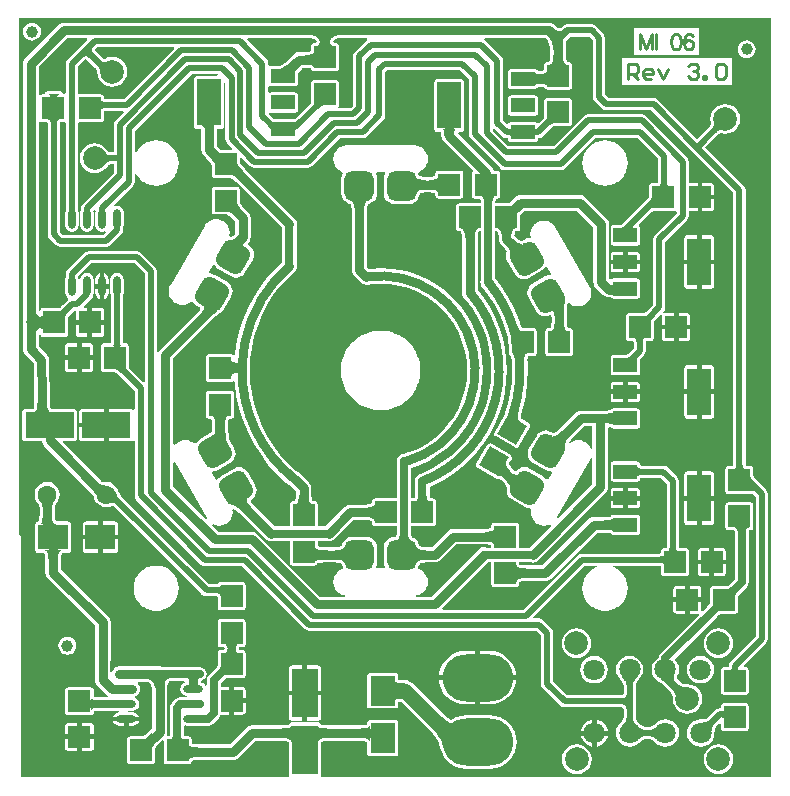
<source format=gtl>
G04 Layer_Physical_Order=1*
G04 Layer_Color=255*
%FSLAX44Y44*%
%MOMM*%
G71*
G01*
G75*
%ADD10C,0.8000*%
%ADD11C,2.0000*%
%ADD12R,2.0000X1.2000*%
%ADD13R,2.0000X4.0000*%
%ADD14R,1.8500X1.8500*%
%ADD15R,1.8500X1.8500*%
G04:AMPARAMS|DCode=16|XSize=2.5mm|YSize=2.5mm|CornerRadius=0.625mm|HoleSize=0mm|Usage=FLASHONLY|Rotation=240.000|XOffset=0mm|YOffset=0mm|HoleType=Round|Shape=RoundedRectangle|*
%AMROUNDEDRECTD16*
21,1,2.5000,1.2500,0,0,240.0*
21,1,1.2500,2.5000,0,0,240.0*
1,1,1.2500,-0.8538,-0.2288*
1,1,1.2500,-0.2288,0.8538*
1,1,1.2500,0.8538,0.2288*
1,1,1.2500,0.2288,-0.8538*
%
%ADD16ROUNDEDRECTD16*%
G04:AMPARAMS|DCode=17|XSize=2.5mm|YSize=2.5mm|CornerRadius=0.625mm|HoleSize=0mm|Usage=FLASHONLY|Rotation=120.000|XOffset=0mm|YOffset=0mm|HoleType=Round|Shape=RoundedRectangle|*
%AMROUNDEDRECTD17*
21,1,2.5000,1.2500,0,0,120.0*
21,1,1.2500,2.5000,0,0,120.0*
1,1,1.2500,0.2288,0.8538*
1,1,1.2500,0.8538,-0.2288*
1,1,1.2500,-0.2288,-0.8538*
1,1,1.2500,-0.8538,0.2288*
%
%ADD17ROUNDEDRECTD17*%
G04:AMPARAMS|DCode=18|XSize=2.5mm|YSize=2.5mm|CornerRadius=0.625mm|HoleSize=0mm|Usage=FLASHONLY|Rotation=180.000|XOffset=0mm|YOffset=0mm|HoleType=Round|Shape=RoundedRectangle|*
%AMROUNDEDRECTD18*
21,1,2.5000,1.2500,0,0,180.0*
21,1,1.2500,2.5000,0,0,180.0*
1,1,1.2500,-0.6250,0.6250*
1,1,1.2500,0.6250,0.6250*
1,1,1.2500,0.6250,-0.6250*
1,1,1.2500,-0.6250,-0.6250*
%
%ADD18ROUNDEDRECTD18*%
%ADD19O,0.6000X1.7000*%
%ADD20C,1.0000*%
%ADD21R,2.2000X4.1500*%
%ADD22R,2.5000X2.1500*%
%ADD23R,1.9500X1.8500*%
%ADD24O,1.7000X0.6000*%
%ADD25R,2.1500X2.5000*%
%ADD26O,6.0000X4.0000*%
%ADD27P,2.6163X4X375.0*%
%ADD28R,1.8500X1.9500*%
%ADD29R,4.1500X2.2000*%
%ADD30C,0.5080*%
%ADD31C,0.5000*%
%ADD32C,0.7000*%
%ADD33C,0.6350*%
%ADD34C,1.2700*%
%ADD35C,0.2540*%
%ADD36C,1.8000*%
%ADD37C,1.6000*%
%ADD38C,3.0000*%
G36*
X956313Y523000D02*
X956233Y523760D01*
X955992Y524440D01*
X955591Y525040D01*
X955029Y525560D01*
X954306Y526000D01*
X953422Y526360D01*
X952378Y526640D01*
X951174Y526840D01*
X949809Y526960D01*
X948283Y527000D01*
Y535000D01*
X949809Y535040D01*
X951174Y535160D01*
X952378Y535360D01*
X953422Y535640D01*
X954306Y536000D01*
X955029Y536440D01*
X955591Y536960D01*
X955992Y537560D01*
X956233Y538240D01*
X956313Y539000D01*
Y523000D01*
D02*
G37*
G36*
X777124Y525717D02*
X775537Y524074D01*
X773042Y521129D01*
X772134Y519827D01*
X771452Y518638D01*
X770996Y517564D01*
X770767Y516603D01*
X770764Y515756D01*
X770987Y515023D01*
X771436Y514403D01*
X760153Y525686D01*
X760773Y525237D01*
X761506Y525014D01*
X762353Y525017D01*
X763314Y525246D01*
X764388Y525702D01*
X765576Y526384D01*
X766879Y527292D01*
X768294Y528426D01*
X771467Y531374D01*
X777124Y525717D01*
D02*
G37*
G36*
X912047Y537201D02*
X912287Y536739D01*
X912687Y536331D01*
X913247Y535978D01*
X913967Y535679D01*
X914847Y535435D01*
X915887Y535244D01*
X917087Y535109D01*
X918447Y535027D01*
X919967Y535000D01*
Y527000D01*
X918443Y526960D01*
X917079Y526840D01*
X915875Y526640D01*
X914831Y526360D01*
X913948Y526000D01*
X913225Y525560D01*
X912663Y525040D01*
X912260Y524440D01*
X912018Y523760D01*
X911936Y523000D01*
X911967Y537717D01*
X912047Y537201D01*
D02*
G37*
G36*
X695240Y686203D02*
X694560Y685963D01*
X693960Y685563D01*
X693440Y685003D01*
X693000Y684283D01*
X692640Y683403D01*
X692360Y682363D01*
X692160Y681163D01*
X692040Y679803D01*
X692000Y678283D01*
X684000D01*
X683960Y679803D01*
X683840Y681163D01*
X683640Y682363D01*
X683360Y683403D01*
X683000Y684283D01*
X682560Y685003D01*
X682040Y685563D01*
X681440Y685963D01*
X680760Y686203D01*
X680000Y686283D01*
X696000D01*
X695240Y686203D01*
D02*
G37*
G36*
X890063Y523000D02*
X889982Y523760D01*
X889740Y524440D01*
X889337Y525040D01*
X888775Y525560D01*
X888052Y526000D01*
X887169Y526360D01*
X886125Y526640D01*
X884921Y526840D01*
X883557Y526960D01*
X882033Y527000D01*
Y535000D01*
X883553Y535027D01*
X886113Y535244D01*
X887153Y535435D01*
X888033Y535679D01*
X888753Y535978D01*
X889313Y536331D01*
X889713Y536739D01*
X889953Y537201D01*
X890033Y537717D01*
X890063Y523000D01*
D02*
G37*
G36*
X795742Y530855D02*
X795837Y529770D01*
X795996Y528813D01*
X796218Y527984D01*
X796504Y527282D01*
X796853Y526707D01*
X797266Y526261D01*
X797742Y525942D01*
X798282Y525750D01*
X798885Y525686D01*
X786185D01*
X786788Y525750D01*
X787328Y525942D01*
X787804Y526261D01*
X788217Y526707D01*
X788566Y527282D01*
X788852Y527984D01*
X789074Y528813D01*
X789233Y529770D01*
X789328Y530855D01*
X789360Y532067D01*
X795710D01*
X795742Y530855D01*
D02*
G37*
G36*
X719750Y561397D02*
X719942Y560857D01*
X720261Y560381D01*
X720707Y559968D01*
X721282Y559619D01*
X721983Y559333D01*
X722813Y559111D01*
X723770Y558952D01*
X724855Y558857D01*
X726067Y558825D01*
Y552475D01*
X724855Y552443D01*
X723770Y552348D01*
X722813Y552189D01*
X721983Y551967D01*
X721282Y551681D01*
X720707Y551332D01*
X720261Y550919D01*
X719942Y550443D01*
X719750Y549903D01*
X719687Y549300D01*
Y562000D01*
X719750Y561397D01*
D02*
G37*
G36*
X1296115Y493885D02*
X915002D01*
X914323Y495155D01*
X914393Y495259D01*
X914590Y496250D01*
Y523261D01*
X914592Y523266D01*
X914644Y523345D01*
X914793Y523482D01*
X915118Y523680D01*
X915659Y523901D01*
X916424Y524106D01*
X917405Y524269D01*
X918590Y524373D01*
X919746Y524404D01*
X948504D01*
X949661Y524373D01*
X950848Y524269D01*
X951830Y524106D01*
X952595Y523901D01*
X953137Y523680D01*
X953460Y523483D01*
X953608Y523346D01*
X953660Y523269D01*
X953660Y523267D01*
Y514500D01*
X953857Y513509D01*
X954419Y512669D01*
X955259Y512107D01*
X956250Y511910D01*
X977750D01*
X978741Y512107D01*
X979581Y512669D01*
X980143Y513509D01*
X980340Y514500D01*
Y539500D01*
X980143Y540491D01*
X979581Y541331D01*
X978741Y541893D01*
X977750Y542090D01*
X956250D01*
X955259Y541893D01*
X954419Y541331D01*
X953857Y540491D01*
X953660Y539500D01*
Y538733D01*
X953660Y538731D01*
X953608Y538654D01*
X953460Y538517D01*
X953136Y538320D01*
X952595Y538099D01*
X951830Y537894D01*
X950848Y537731D01*
X949661Y537627D01*
X948504Y537596D01*
X919617D01*
X918547Y537616D01*
X917311Y537690D01*
X916266Y537808D01*
X915428Y537961D01*
X914813Y538132D01*
X914487Y538268D01*
X914393Y538741D01*
X914182Y539056D01*
X914180Y539063D01*
X914172Y539071D01*
X913831Y539581D01*
X913501Y539802D01*
X913496Y539807D01*
X913486Y539812D01*
X912991Y540143D01*
X912613Y540218D01*
X912580Y540233D01*
X912524Y540236D01*
X912000Y540340D01*
X890000D01*
X889476Y540236D01*
X889420Y540233D01*
X889387Y540218D01*
X889009Y540143D01*
X888514Y539812D01*
X888504Y539807D01*
X888499Y539802D01*
X888169Y539581D01*
X887828Y539071D01*
X887820Y539063D01*
X887818Y539056D01*
X887607Y538741D01*
X887513Y538268D01*
X887187Y538132D01*
X886572Y537961D01*
X885770Y537814D01*
X883420Y537615D01*
X882383Y537596D01*
X856000D01*
X854293Y537372D01*
X852702Y536713D01*
X851336Y535664D01*
X837268Y521596D01*
X810247D01*
X809090Y521627D01*
X807905Y521731D01*
X806924Y521894D01*
X806159Y522099D01*
X805618Y522320D01*
X805293Y522518D01*
X805144Y522655D01*
X805091Y522733D01*
X805090Y522738D01*
Y525750D01*
X804893Y526741D01*
X804331Y527581D01*
X803491Y528143D01*
X802500Y528340D01*
X798891D01*
X798824Y528450D01*
X798678Y528810D01*
X798530Y529361D01*
X798408Y530096D01*
X798362Y530621D01*
Y536806D01*
X799632Y537623D01*
X799708Y537608D01*
X799770Y537567D01*
X802000Y537123D01*
X818950D01*
X821180Y537567D01*
X823070Y538830D01*
X828120Y543880D01*
X829383Y545770D01*
X829568Y546697D01*
X829750Y546660D01*
X837000D01*
Y558500D01*
Y570340D01*
X829827D01*
Y573586D01*
X831384Y575143D01*
X832621Y576297D01*
X833645Y577124D01*
X834406Y577660D01*
X848250D01*
X849241Y577857D01*
X850081Y578419D01*
X850643Y579259D01*
X850840Y580250D01*
Y598750D01*
X850643Y599741D01*
X850081Y600581D01*
X849241Y601143D01*
X848250Y601340D01*
X845356D01*
X845289Y601450D01*
X845143Y601810D01*
X844995Y602361D01*
X844932Y602743D01*
X844994Y603121D01*
X845141Y603667D01*
X845287Y604022D01*
X845371Y604160D01*
X848250D01*
X849241Y604357D01*
X850081Y604919D01*
X850643Y605759D01*
X850840Y606750D01*
Y625250D01*
X850643Y626241D01*
X850081Y627081D01*
X849241Y627643D01*
X848250Y627840D01*
X829750D01*
X828759Y627643D01*
X827919Y627081D01*
X827357Y626241D01*
X827160Y625250D01*
Y606750D01*
X827357Y605759D01*
X827919Y604919D01*
X828759Y604357D01*
X829750Y604160D01*
X832629D01*
X832713Y604022D01*
X832859Y603667D01*
X833006Y603121D01*
X833068Y602743D01*
X833005Y602361D01*
X832857Y601810D01*
X832711Y601450D01*
X832644Y601340D01*
X829750D01*
X828759Y601143D01*
X827919Y600581D01*
X827357Y599741D01*
X827160Y598750D01*
Y588147D01*
X826883Y587662D01*
X826318Y586843D01*
X824806Y585046D01*
X819880Y580120D01*
X818617Y578230D01*
X818173Y576000D01*
Y571743D01*
X816903Y571358D01*
X816244Y572344D01*
X814412Y573569D01*
X813878Y573675D01*
X813464Y574533D01*
X814022Y575635D01*
X814180Y575667D01*
X816070Y576930D01*
X816082Y576948D01*
X816244Y577056D01*
X817468Y578888D01*
X817898Y581050D01*
X817468Y583212D01*
X816244Y585044D01*
X816082Y585152D01*
X816070Y585170D01*
X814180Y586433D01*
X811950Y586877D01*
X781022D01*
X779707Y587422D01*
X778000Y587646D01*
X744000D01*
X742293Y587422D01*
X740702Y586763D01*
X739336Y585714D01*
X738287Y584348D01*
X737628Y582757D01*
X736407Y582988D01*
Y591558D01*
X736596Y593000D01*
Y625000D01*
X736372Y626707D01*
X735713Y628298D01*
X734664Y629664D01*
X694596Y669732D01*
Y678503D01*
X694627Y679655D01*
X694731Y680836D01*
X694894Y681812D01*
X695098Y682573D01*
X695318Y683110D01*
X695514Y683431D01*
X695650Y683577D01*
X695727Y683629D01*
X695814Y683659D01*
X695823Y683660D01*
X700500D01*
X701491Y683857D01*
X702331Y684419D01*
X702893Y685259D01*
X703090Y686250D01*
Y707750D01*
X702893Y708741D01*
X702331Y709581D01*
X701491Y710143D01*
X700500Y710340D01*
X690738D01*
X690733Y710341D01*
X690655Y710394D01*
X690518Y710543D01*
X690320Y710867D01*
X690099Y711409D01*
X689894Y712174D01*
X689731Y713155D01*
X689627Y714340D01*
X689596Y715497D01*
Y721395D01*
X689648Y722747D01*
X689711Y723334D01*
X689799Y723872D01*
X689903Y724329D01*
X690019Y724705D01*
X690137Y724998D01*
X690249Y725211D01*
X690343Y725349D01*
X690517Y725483D01*
X692207Y727684D01*
X693269Y730248D01*
X693631Y733000D01*
X693269Y735751D01*
X692207Y738316D01*
X690517Y740517D01*
X688316Y742207D01*
X685751Y743269D01*
X683000Y743631D01*
X680248Y743269D01*
X677684Y742207D01*
X675483Y740517D01*
X673793Y738316D01*
X672731Y735751D01*
X672369Y733000D01*
X672731Y730248D01*
X673793Y727684D01*
X675483Y725483D01*
X675657Y725349D01*
X675751Y725211D01*
X675863Y724998D01*
X675981Y724705D01*
X676096Y724329D01*
X676201Y723872D01*
X676283Y723365D01*
X676396Y722001D01*
X676404Y721607D01*
Y715455D01*
X676378Y714325D01*
X676286Y713121D01*
X676141Y712117D01*
X675956Y711326D01*
X675756Y710761D01*
X675579Y710428D01*
X675508Y710340D01*
X675500D01*
X675268Y710294D01*
X675221Y710288D01*
X675192Y710279D01*
X674509Y710143D01*
X673669Y709581D01*
X673107Y708741D01*
X673044Y708424D01*
X673038Y708412D01*
X673036Y708383D01*
X672910Y707750D01*
Y686250D01*
X673107Y685259D01*
X673669Y684419D01*
X674509Y683857D01*
X675500Y683660D01*
X680177D01*
X680186Y683659D01*
X680273Y683629D01*
X680350Y683577D01*
X680486Y683431D01*
X680682Y683110D01*
X680901Y682573D01*
X681106Y681812D01*
X681269Y680836D01*
X681373Y679655D01*
X681404Y678503D01*
Y667000D01*
X681628Y665293D01*
X682287Y663702D01*
X683336Y662336D01*
X723404Y622268D01*
Y594632D01*
X723214Y593190D01*
Y576190D01*
X723438Y574483D01*
X724098Y572892D01*
X725146Y571525D01*
X732986Y563686D01*
X734209Y562747D01*
X734185Y562251D01*
X733853Y561477D01*
X724621D01*
X724096Y561523D01*
X723361Y561645D01*
X722810Y561793D01*
X722450Y561939D01*
X722340Y562006D01*
Y567250D01*
X722143Y568241D01*
X721581Y569081D01*
X720741Y569643D01*
X719750Y569840D01*
X700250D01*
X699259Y569643D01*
X698419Y569081D01*
X697857Y568241D01*
X697660Y567250D01*
Y548750D01*
X697857Y547759D01*
X698419Y546919D01*
X699259Y546357D01*
X700250Y546160D01*
X719750D01*
X720741Y546357D01*
X721581Y546919D01*
X722143Y547759D01*
X722340Y548750D01*
Y549294D01*
X722450Y549361D01*
X722810Y549507D01*
X723361Y549655D01*
X724096Y549777D01*
X724621Y549823D01*
X743896D01*
X744021Y548553D01*
X742088Y548169D01*
X740256Y546944D01*
X739032Y545112D01*
X738999Y544950D01*
X749750D01*
X760501D01*
X760469Y545112D01*
X759244Y546944D01*
X757412Y548169D01*
X755250Y548599D01*
X751566D01*
X751087Y549869D01*
X751238Y550001D01*
X755250D01*
X757412Y550432D01*
X759244Y551656D01*
X760469Y553488D01*
X760899Y555650D01*
X760469Y557812D01*
X759244Y559644D01*
X757412Y560869D01*
X757368Y560877D01*
X757238Y562198D01*
X758298Y562637D01*
X759664Y563686D01*
X760713Y565052D01*
X761372Y566643D01*
X761596Y568350D01*
X761372Y570057D01*
X760713Y571648D01*
X759664Y573014D01*
X759444Y573184D01*
X759875Y574454D01*
X766058D01*
X767226Y574392D01*
X768242Y574213D01*
X769049Y573944D01*
X769673Y573608D01*
X770160Y573210D01*
X770558Y572723D01*
X770894Y572099D01*
X771163Y571292D01*
X771342Y570276D01*
X771404Y569108D01*
Y534982D01*
X769537Y533115D01*
X766601Y530388D01*
X765326Y529367D01*
X764189Y528573D01*
X763782Y528340D01*
X753000D01*
X752009Y528143D01*
X751169Y527581D01*
X750607Y526741D01*
X750410Y525750D01*
Y507250D01*
X750607Y506259D01*
X751169Y505419D01*
X752009Y504857D01*
X753000Y504660D01*
X771500D01*
X772491Y504857D01*
X773331Y505419D01*
X773893Y506259D01*
X774090Y507250D01*
Y518032D01*
X774323Y518439D01*
X775096Y519547D01*
X777458Y522335D01*
X778705Y523626D01*
X780140Y525061D01*
X781410Y524535D01*
Y507250D01*
X781607Y506259D01*
X782169Y505419D01*
X783009Y504857D01*
X784000Y504660D01*
X802500D01*
X803165Y504793D01*
X803182Y504794D01*
X803189Y504797D01*
X803491Y504857D01*
X804331Y505419D01*
X804893Y506259D01*
X805035Y506975D01*
X805040Y506992D01*
X805043Y507015D01*
X805090Y507250D01*
Y507388D01*
X805112Y507419D01*
X805247Y507535D01*
X805573Y507721D01*
X806124Y507930D01*
X806900Y508124D01*
X807891Y508278D01*
X809084Y508376D01*
X810227Y508404D01*
X840000D01*
X841707Y508628D01*
X843298Y509287D01*
X844664Y510336D01*
X858732Y524404D01*
X882253D01*
X883410Y524373D01*
X884595Y524269D01*
X885576Y524106D01*
X886341Y523901D01*
X886882Y523680D01*
X887207Y523482D01*
X887356Y523345D01*
X887408Y523267D01*
X887410Y523261D01*
Y496250D01*
X887607Y495259D01*
X887677Y495155D01*
X886998Y493885D01*
X660385D01*
Y621410D01*
Y696920D01*
X660089Y698407D01*
X659247Y699667D01*
X658885Y700029D01*
Y1136115D01*
X1296115D01*
Y493885D01*
D02*
G37*
G36*
X844747Y606720D02*
X844207Y606529D01*
X843731Y606212D01*
X843318Y605767D01*
X842969Y605196D01*
X842683Y604497D01*
X842461Y603671D01*
X842306Y602744D01*
X842461Y601813D01*
X842683Y600984D01*
X842969Y600282D01*
X843318Y599707D01*
X843731Y599261D01*
X844207Y598942D01*
X844747Y598750D01*
X845350Y598686D01*
X832650D01*
X833253Y598750D01*
X833793Y598942D01*
X834269Y599261D01*
X834682Y599707D01*
X835031Y600282D01*
X835317Y600984D01*
X835539Y601813D01*
X835694Y602744D01*
X835539Y603671D01*
X835317Y604497D01*
X835031Y605196D01*
X834682Y605767D01*
X834269Y606212D01*
X833793Y606529D01*
X833253Y606720D01*
X832650Y606783D01*
X845350D01*
X844747Y606720D01*
D02*
G37*
G36*
X799489Y573953D02*
X799304Y573611D01*
X799088Y573569D01*
X797256Y572344D01*
X796031Y570512D01*
X795602Y568350D01*
X796031Y566188D01*
X797256Y564356D01*
X799088Y563131D01*
X801021Y562747D01*
X800896Y561477D01*
X795650D01*
X793420Y561033D01*
X791530Y559770D01*
X788415Y556655D01*
X787152Y554765D01*
X786708Y552535D01*
Y530621D01*
X786662Y530096D01*
X786540Y529361D01*
X786392Y528810D01*
X786246Y528450D01*
X786179Y528340D01*
X784763D01*
X784758Y528343D01*
X783982Y529602D01*
X784372Y530543D01*
X784596Y532250D01*
Y569980D01*
X784646Y571161D01*
X784797Y572242D01*
X785027Y573110D01*
X785310Y573772D01*
X785622Y574253D01*
X785960Y574601D01*
X786352Y574867D01*
X786853Y575077D01*
X787508Y575223D01*
X798732D01*
X799489Y573953D01*
D02*
G37*
G36*
X788350Y577875D02*
X787143Y577795D01*
X786064Y577555D01*
X785111Y577155D01*
X784286Y576595D01*
X783587Y575875D01*
X783016Y574995D01*
X782571Y573955D01*
X782254Y572755D01*
X782064Y571395D01*
X782000Y569875D01*
X774000Y569050D01*
X773920Y570570D01*
X773680Y571930D01*
X773280Y573130D01*
X772720Y574170D01*
X772000Y575050D01*
X771120Y575770D01*
X770080Y576330D01*
X768880Y576730D01*
X767520Y576970D01*
X766000Y577050D01*
X778000Y581050D01*
X788350Y577875D01*
D02*
G37*
G36*
X802518Y522240D02*
X802760Y521560D01*
X803163Y520960D01*
X803725Y520440D01*
X804448Y520000D01*
X805331Y519640D01*
X806375Y519360D01*
X807579Y519160D01*
X808943Y519040D01*
X810467Y519000D01*
Y511000D01*
X808947Y510963D01*
X807587Y510851D01*
X806387Y510666D01*
X805347Y510405D01*
X804467Y510071D01*
X803747Y509662D01*
X803187Y509179D01*
X802787Y508621D01*
X802547Y507989D01*
X802467Y507283D01*
X802437Y523000D01*
X802518Y522240D01*
D02*
G37*
G36*
X687040Y714193D02*
X687160Y712829D01*
X687360Y711625D01*
X687640Y710581D01*
X688000Y709698D01*
X688440Y708975D01*
X688960Y708413D01*
X689560Y708010D01*
X690240Y707768D01*
X691000Y707686D01*
X675533Y707717D01*
X676192Y707797D01*
X676781Y708037D01*
X677301Y708437D01*
X677752Y708997D01*
X678133Y709717D01*
X678445Y710597D01*
X678688Y711637D01*
X678861Y712837D01*
X678965Y714197D01*
X679000Y715717D01*
X687000D01*
X687040Y714193D01*
D02*
G37*
G36*
X812487Y578151D02*
X811949Y577956D01*
X811475Y577630D01*
X811064Y577174D01*
X810716Y576588D01*
X810431Y575872D01*
X810210Y575026D01*
X810157Y574700D01*
X810210Y574374D01*
X810431Y573528D01*
X810716Y572812D01*
X811064Y572226D01*
X811475Y571770D01*
X811949Y571444D01*
X812487Y571249D01*
X813088Y571184D01*
X800412D01*
X801013Y571249D01*
X801551Y571444D01*
X802025Y571770D01*
X802436Y572226D01*
X802784Y572812D01*
X803069Y573528D01*
X803290Y574374D01*
X803343Y574700D01*
X803290Y575026D01*
X803069Y575872D01*
X802784Y576588D01*
X802436Y577174D01*
X802025Y577630D01*
X801551Y577956D01*
X801013Y578151D01*
X800412Y578216D01*
X813088D01*
X812487Y578151D01*
D02*
G37*
G36*
X688296Y726944D02*
X688024Y726544D01*
X687784Y726087D01*
X687576Y725572D01*
X687400Y724999D01*
X687256Y724369D01*
X687144Y723681D01*
X687064Y722935D01*
X687000Y721272D01*
X679000D01*
X678984Y722132D01*
X678856Y723681D01*
X678744Y724369D01*
X678600Y724999D01*
X678424Y725572D01*
X678216Y726087D01*
X677976Y726544D01*
X677704Y726944D01*
X677400Y727287D01*
X688600D01*
X688296Y726944D01*
D02*
G37*
G36*
X837263Y580313D02*
X836839Y580737D01*
X836310Y580966D01*
X835676Y581000D01*
X834936Y580840D01*
X834090Y580485D01*
X833139Y579936D01*
X832083Y579192D01*
X830922Y578253D01*
X828283Y575793D01*
X825293Y581783D01*
X826486Y583021D01*
X828378Y585269D01*
X829077Y586281D01*
X829611Y587216D01*
X829981Y588077D01*
X830186Y588862D01*
X830227Y589571D01*
X830102Y590205D01*
X829814Y590763D01*
X837263Y580313D01*
D02*
G37*
%LPC*%
G36*
X1045250Y600649D02*
X1037250D01*
X1032831Y600214D01*
X1028583Y598925D01*
X1024667Y596832D01*
X1021235Y594015D01*
X1018418Y590583D01*
X1016325Y586667D01*
X1015036Y582419D01*
X1014798Y580000D01*
X1045250D01*
Y600649D01*
D02*
G37*
G36*
X1223000Y642000D02*
X1213160D01*
Y634750D01*
X1213357Y633759D01*
X1213919Y632919D01*
X1214759Y632357D01*
X1215750Y632160D01*
X1223000D01*
Y642000D01*
D02*
G37*
G36*
X719250Y861340D02*
X712000D01*
Y851000D01*
X721840D01*
Y858750D01*
X721643Y859741D01*
X721081Y860581D01*
X720241Y861143D01*
X719250Y861340D01*
D02*
G37*
G36*
X1233000Y842590D02*
X1225000D01*
X1224009Y842393D01*
X1223169Y841831D01*
X1222607Y840991D01*
X1222410Y840000D01*
Y822000D01*
X1233000D01*
Y842590D01*
D02*
G37*
G36*
X708000Y861340D02*
X700750D01*
X699759Y861143D01*
X698919Y860581D01*
X698357Y859741D01*
X698160Y858750D01*
Y851000D01*
X708000D01*
Y861340D01*
D02*
G37*
G36*
X1278250Y726340D02*
X1259750D01*
X1258759Y726143D01*
X1257919Y725581D01*
X1257357Y724741D01*
X1257160Y723750D01*
Y705250D01*
X1257357Y704259D01*
X1257919Y703419D01*
X1258759Y702857D01*
X1259750Y702660D01*
X1264629D01*
X1264713Y702522D01*
X1264859Y702167D01*
X1265005Y701621D01*
X1265127Y700892D01*
X1265173Y700371D01*
Y661414D01*
X1262177Y658418D01*
X1261004Y657328D01*
X1260021Y656539D01*
X1259151Y655932D01*
X1258990Y655840D01*
X1246750D01*
X1245759Y655643D01*
X1244919Y655081D01*
X1244357Y654241D01*
X1244160Y653250D01*
Y641026D01*
X1244053Y640837D01*
X1243470Y640000D01*
X1241880Y638120D01*
X1238042Y634282D01*
X1237134Y634636D01*
X1236840Y634876D01*
Y642000D01*
X1227000D01*
Y632160D01*
X1234124D01*
X1234364Y631866D01*
X1234718Y630958D01*
X1202130Y598370D01*
X1200867Y596480D01*
X1200602Y595151D01*
X1200430Y595080D01*
X1198020Y593230D01*
X1196170Y590820D01*
X1195007Y588013D01*
X1194611Y585000D01*
X1195007Y581987D01*
X1196170Y579180D01*
X1198020Y576770D01*
X1200430Y574920D01*
X1200972Y574695D01*
X1201012Y574662D01*
X1201021Y574660D01*
X1201028Y574654D01*
X1201465Y574423D01*
X1202970Y573455D01*
X1203402Y573132D01*
X1205134Y571626D01*
X1210584Y566175D01*
X1210890Y565806D01*
X1211341Y565176D01*
X1211709Y564565D01*
X1211999Y563975D01*
X1212217Y563406D01*
X1212368Y562852D01*
X1212459Y562309D01*
X1212491Y561770D01*
X1212460Y561090D01*
X1212469Y561031D01*
X1212458Y560972D01*
X1212471Y560905D01*
X1212352Y560000D01*
X1212783Y556726D01*
X1214046Y553676D01*
X1216056Y551056D01*
X1218676Y549046D01*
X1221726Y547783D01*
X1225000Y547352D01*
X1228274Y547783D01*
X1231324Y549046D01*
X1233944Y551056D01*
X1235954Y553676D01*
X1237217Y556726D01*
X1237648Y560000D01*
X1237217Y563274D01*
X1235954Y566324D01*
X1233944Y568944D01*
X1231324Y570954D01*
X1228274Y572217D01*
X1225000Y572648D01*
X1224095Y572529D01*
X1224028Y572542D01*
X1223969Y572531D01*
X1223910Y572540D01*
X1223230Y572509D01*
X1222691Y572541D01*
X1222147Y572631D01*
X1221594Y572783D01*
X1221024Y573001D01*
X1220435Y573291D01*
X1219825Y573659D01*
X1219194Y574110D01*
X1218825Y574416D01*
X1216710Y576531D01*
X1216515Y576785D01*
X1216266Y577189D01*
X1216106Y577538D01*
X1216018Y577833D01*
X1215981Y578087D01*
X1215985Y578326D01*
X1216029Y578578D01*
X1216126Y578869D01*
X1216190Y578998D01*
X1216330Y579180D01*
X1217493Y581987D01*
X1217890Y585000D01*
X1217493Y588013D01*
X1216330Y590820D01*
X1214480Y593230D01*
X1214418Y594178D01*
X1249812Y629571D01*
X1250990Y630665D01*
X1251970Y631449D01*
X1252837Y632053D01*
X1253026Y632160D01*
X1265250D01*
X1266241Y632357D01*
X1267081Y632919D01*
X1267643Y633759D01*
X1267840Y634750D01*
Y646990D01*
X1267932Y647151D01*
X1268519Y647992D01*
X1270113Y649872D01*
X1275120Y654880D01*
X1276383Y656770D01*
X1276827Y659000D01*
Y700371D01*
X1276873Y700892D01*
X1276994Y701621D01*
X1277141Y702167D01*
X1277287Y702522D01*
X1277371Y702660D01*
X1278250D01*
X1279241Y702857D01*
X1280081Y703419D01*
X1280643Y704259D01*
X1280840Y705250D01*
Y723750D01*
X1280643Y724741D01*
X1280081Y725581D01*
X1279241Y726143D01*
X1278250Y726340D01*
D02*
G37*
G36*
X1245000Y842590D02*
X1237000D01*
Y822000D01*
X1247590D01*
Y840000D01*
X1247393Y840991D01*
X1246831Y841831D01*
X1245991Y842393D01*
X1245000Y842590D01*
D02*
G37*
G36*
X1236000Y596390D02*
X1232988Y595993D01*
X1230180Y594830D01*
X1227770Y592980D01*
X1225920Y590570D01*
X1224757Y587763D01*
X1224361Y584750D01*
X1224757Y581738D01*
X1225920Y578930D01*
X1227770Y576520D01*
X1230180Y574670D01*
X1232988Y573507D01*
X1236000Y573111D01*
X1239013Y573507D01*
X1241820Y574670D01*
X1244230Y576520D01*
X1246080Y578930D01*
X1247243Y581738D01*
X1247640Y584750D01*
X1247243Y587763D01*
X1246080Y590570D01*
X1244230Y592980D01*
X1241820Y594830D01*
X1239013Y595993D01*
X1236000Y596390D01*
D02*
G37*
G36*
X721840Y847000D02*
X712000D01*
Y836660D01*
X719250D01*
X720241Y836857D01*
X721081Y837419D01*
X721643Y838259D01*
X721840Y839250D01*
Y847000D01*
D02*
G37*
G36*
X708000D02*
X698160D01*
Y839250D01*
X698357Y838259D01*
X698919Y837419D01*
X699759Y836857D01*
X700750Y836660D01*
X708000D01*
Y847000D01*
D02*
G37*
G36*
X1146000Y596390D02*
X1142988Y595993D01*
X1140180Y594830D01*
X1137770Y592980D01*
X1135920Y590570D01*
X1134757Y587763D01*
X1134361Y584750D01*
X1134757Y581738D01*
X1135920Y578930D01*
X1137770Y576520D01*
X1140180Y574670D01*
X1142988Y573507D01*
X1146000Y573111D01*
X1149013Y573507D01*
X1151820Y574670D01*
X1154230Y576520D01*
X1156080Y578930D01*
X1157243Y581738D01*
X1157640Y584750D01*
X1157243Y587763D01*
X1156080Y590570D01*
X1154230Y592980D01*
X1151820Y594830D01*
X1149013Y595993D01*
X1146000Y596390D01*
D02*
G37*
G36*
X1131000Y619648D02*
X1127726Y619217D01*
X1124676Y617954D01*
X1122056Y615944D01*
X1120046Y613324D01*
X1118783Y610274D01*
X1118352Y607000D01*
X1118783Y603726D01*
X1120046Y600676D01*
X1122056Y598056D01*
X1124676Y596046D01*
X1127726Y594783D01*
X1131000Y594352D01*
X1134274Y594783D01*
X1137324Y596046D01*
X1139944Y598056D01*
X1141954Y600676D01*
X1143217Y603726D01*
X1143648Y607000D01*
X1143217Y610274D01*
X1141954Y613324D01*
X1139944Y615944D01*
X1137324Y617954D01*
X1134274Y619217D01*
X1131000Y619648D01*
D02*
G37*
G36*
X730840Y877000D02*
X721000D01*
Y866660D01*
X728250D01*
X729241Y866857D01*
X730081Y867419D01*
X730643Y868259D01*
X730840Y869250D01*
Y877000D01*
D02*
G37*
G36*
X728250Y891340D02*
X721000D01*
Y881000D01*
X730840D01*
Y888750D01*
X730643Y889741D01*
X730081Y890581D01*
X729241Y891143D01*
X728250Y891340D01*
D02*
G37*
G36*
X1224750Y886840D02*
X1217500D01*
Y877000D01*
X1227340D01*
Y884250D01*
X1227143Y885241D01*
X1226581Y886081D01*
X1225741Y886643D01*
X1224750Y886840D01*
D02*
G37*
G36*
X965200Y871886D02*
X965099Y871865D01*
X964997Y871878D01*
X960132Y871495D01*
X959935Y871439D01*
X959731Y871431D01*
X954986Y870292D01*
X954800Y870206D01*
X954600Y870166D01*
X950092Y868299D01*
X949921Y868186D01*
X949730Y868115D01*
X945569Y865565D01*
X945419Y865426D01*
X945240Y865326D01*
X941530Y862157D01*
X941403Y861997D01*
X941243Y861870D01*
X938074Y858160D01*
X937974Y857981D01*
X937835Y857831D01*
X935285Y853670D01*
X935214Y853478D01*
X935101Y853308D01*
X933233Y848800D01*
X933194Y848599D01*
X933108Y848414D01*
X931969Y843669D01*
X931961Y843465D01*
X931905Y843268D01*
X931522Y838403D01*
X931546Y838200D01*
X931522Y837997D01*
X931905Y833132D01*
X931961Y832935D01*
X931969Y832731D01*
X933108Y827986D01*
X933194Y827801D01*
X933233Y827600D01*
X935101Y823092D01*
X935214Y822922D01*
X935285Y822730D01*
X937835Y818569D01*
X937974Y818419D01*
X938074Y818240D01*
X941243Y814530D01*
X941403Y814403D01*
X941530Y814243D01*
X945240Y811074D01*
X945419Y810974D01*
X945569Y810835D01*
X949730Y808285D01*
X949922Y808214D01*
X950092Y808101D01*
X954600Y806234D01*
X954800Y806194D01*
X954986Y806108D01*
X959731Y804969D01*
X959935Y804961D01*
X960132Y804905D01*
X964997Y804522D01*
X965099Y804535D01*
X965200Y804514D01*
X965301Y804535D01*
X965403Y804522D01*
X970268Y804905D01*
X970465Y804961D01*
X970669Y804969D01*
X975414Y806108D01*
X975600Y806194D01*
X975800Y806234D01*
X980308Y808101D01*
X980479Y808214D01*
X980670Y808285D01*
X984831Y810835D01*
X984981Y810974D01*
X985160Y811074D01*
X988870Y814243D01*
X988997Y814403D01*
X989157Y814530D01*
X992326Y818240D01*
X992426Y818419D01*
X992565Y818569D01*
X995115Y822730D01*
X995186Y822922D01*
X995299Y823092D01*
X997167Y827600D01*
X997206Y827801D01*
X997292Y827986D01*
X998431Y832731D01*
X998439Y832935D01*
X998495Y833132D01*
X998878Y837997D01*
X998854Y838200D01*
X998878Y838403D01*
X998495Y843268D01*
X998439Y843465D01*
X998431Y843669D01*
X997292Y848414D01*
X997206Y848599D01*
X997167Y848800D01*
X995299Y853308D01*
X995185Y853478D01*
X995115Y853670D01*
X992565Y857831D01*
X992426Y857981D01*
X992326Y858160D01*
X989157Y861870D01*
X988997Y861997D01*
X988870Y862157D01*
X985160Y865326D01*
X984981Y865426D01*
X984831Y865565D01*
X980670Y868115D01*
X980478Y868186D01*
X980308Y868299D01*
X975800Y870166D01*
X975600Y870206D01*
X975414Y870292D01*
X970669Y871431D01*
X970465Y871439D01*
X970268Y871495D01*
X965403Y871878D01*
X965301Y871865D01*
X965200Y871886D01*
D02*
G37*
G36*
X717000Y877000D02*
X707160D01*
Y869250D01*
X707357Y868259D01*
X707919Y867419D01*
X708759Y866857D01*
X709750Y866660D01*
X717000D01*
Y877000D01*
D02*
G37*
G36*
X1251250Y619648D02*
X1247976Y619217D01*
X1244926Y617954D01*
X1242306Y615944D01*
X1240296Y613324D01*
X1239033Y610274D01*
X1238602Y607000D01*
X1239033Y603726D01*
X1240296Y600676D01*
X1242306Y598056D01*
X1244926Y596046D01*
X1247976Y594783D01*
X1251250Y594352D01*
X1254524Y594783D01*
X1257574Y596046D01*
X1260194Y598056D01*
X1262204Y600676D01*
X1263467Y603726D01*
X1263898Y607000D01*
X1263467Y610274D01*
X1262204Y613324D01*
X1260194Y615944D01*
X1257574Y617954D01*
X1254524Y619217D01*
X1251250Y619648D01*
D02*
G37*
G36*
X700000Y612605D02*
X698032Y612346D01*
X696198Y611586D01*
X694622Y610378D01*
X693414Y608802D01*
X692654Y606968D01*
X692395Y605000D01*
X692654Y603032D01*
X693414Y601198D01*
X694622Y599622D01*
X696198Y598414D01*
X698032Y597654D01*
X700000Y597395D01*
X701968Y597654D01*
X703802Y598414D01*
X705378Y599622D01*
X706586Y601198D01*
X707346Y603032D01*
X707605Y605000D01*
X707346Y606968D01*
X706586Y608802D01*
X705378Y610378D01*
X703802Y611586D01*
X701968Y612346D01*
X700000Y612605D01*
D02*
G37*
G36*
X1213500Y873000D02*
X1203660D01*
Y865750D01*
X1203857Y864759D01*
X1204419Y863919D01*
X1205259Y863357D01*
X1206250Y863160D01*
X1213500D01*
Y873000D01*
D02*
G37*
G36*
X1057250Y600649D02*
X1049250D01*
Y580000D01*
X1079702D01*
X1079464Y582419D01*
X1078175Y586667D01*
X1076082Y590583D01*
X1073265Y594015D01*
X1069833Y596832D01*
X1065918Y598925D01*
X1061669Y600214D01*
X1057250Y600649D01*
D02*
G37*
G36*
X1227340Y873000D02*
X1217500D01*
Y863160D01*
X1224750D01*
X1225741Y863357D01*
X1226581Y863919D01*
X1227143Y864759D01*
X1227340Y865750D01*
Y873000D01*
D02*
G37*
G36*
X1243500Y687840D02*
X1236250D01*
X1235259Y687643D01*
X1234419Y687081D01*
X1233857Y686241D01*
X1233660Y685250D01*
Y678000D01*
X1243500D01*
Y687840D01*
D02*
G37*
G36*
X1254750D02*
X1247500D01*
Y678000D01*
X1257340D01*
Y685250D01*
X1257143Y686241D01*
X1256581Y687081D01*
X1255741Y687643D01*
X1254750Y687840D01*
D02*
G37*
G36*
X1185090Y728000D02*
X1174500D01*
Y721410D01*
X1182500D01*
X1183491Y721607D01*
X1184331Y722169D01*
X1184893Y723009D01*
X1185090Y724000D01*
Y728000D01*
D02*
G37*
G36*
X1233000Y752590D02*
X1225000D01*
X1224009Y752393D01*
X1223169Y751831D01*
X1222607Y750991D01*
X1222410Y750000D01*
Y732000D01*
X1233000D01*
Y752590D01*
D02*
G37*
G36*
X1182500Y738590D02*
X1174500D01*
Y732000D01*
X1185090D01*
Y736000D01*
X1184893Y736991D01*
X1184331Y737831D01*
X1183491Y738393D01*
X1182500Y738590D01*
D02*
G37*
G36*
X1170500D02*
X1162500D01*
X1161509Y738393D01*
X1160669Y737831D01*
X1160107Y736991D01*
X1159910Y736000D01*
Y732000D01*
X1170500D01*
Y738590D01*
D02*
G37*
G36*
Y728000D02*
X1159910D01*
Y724000D01*
X1160107Y723009D01*
X1160669Y722169D01*
X1161509Y721607D01*
X1162500Y721410D01*
X1170500D01*
Y728000D01*
D02*
G37*
G36*
X1233000Y728000D02*
X1222410D01*
Y710000D01*
X1222607Y709009D01*
X1223169Y708169D01*
X1224009Y707607D01*
X1225000Y707410D01*
X1233000D01*
Y728000D01*
D02*
G37*
G36*
X740500Y710340D02*
X730000D01*
Y699000D01*
X743090D01*
Y707750D01*
X742893Y708741D01*
X742331Y709581D01*
X741491Y710143D01*
X740500Y710340D01*
D02*
G37*
G36*
X726000D02*
X715500D01*
X714509Y710143D01*
X713669Y709581D01*
X713107Y708741D01*
X712910Y707750D01*
Y699000D01*
X726000D01*
Y710340D01*
D02*
G37*
G36*
Y695000D02*
X712910D01*
Y686250D01*
X713107Y685259D01*
X713669Y684419D01*
X714509Y683857D01*
X715500Y683660D01*
X726000D01*
Y695000D01*
D02*
G37*
G36*
X743090D02*
X730000D01*
Y683660D01*
X740500D01*
X741491Y683857D01*
X742331Y684419D01*
X742893Y685259D01*
X743090Y686250D01*
Y695000D01*
D02*
G37*
G36*
X1247590Y728000D02*
X1237000D01*
Y707410D01*
X1245000D01*
X1245991Y707607D01*
X1246831Y708169D01*
X1247393Y709009D01*
X1247590Y710000D01*
Y728000D01*
D02*
G37*
G36*
X1245000Y752590D02*
X1237000D01*
Y732000D01*
X1247590D01*
Y750000D01*
X1247393Y750991D01*
X1246831Y751831D01*
X1245991Y752393D01*
X1245000Y752590D01*
D02*
G37*
G36*
X1170500Y818000D02*
X1159910D01*
Y814000D01*
X1160107Y813009D01*
X1160669Y812169D01*
X1161509Y811607D01*
X1162500Y811410D01*
X1170500D01*
Y818000D01*
D02*
G37*
G36*
X1223000Y655840D02*
X1215750D01*
X1214759Y655643D01*
X1213919Y655081D01*
X1213357Y654241D01*
X1213160Y653250D01*
Y646000D01*
X1223000D01*
Y655840D01*
D02*
G37*
G36*
X1247590Y818000D02*
X1237000D01*
Y797410D01*
X1245000D01*
X1245991Y797607D01*
X1246831Y798169D01*
X1247393Y799009D01*
X1247590Y800000D01*
Y818000D01*
D02*
G37*
G36*
X1182500Y828590D02*
X1174500D01*
Y822000D01*
X1185090D01*
Y826000D01*
X1184893Y826991D01*
X1184331Y827831D01*
X1183491Y828393D01*
X1182500Y828590D01*
D02*
G37*
G36*
X1170500D02*
X1162500D01*
X1161509Y828393D01*
X1160669Y827831D01*
X1160107Y826991D01*
X1159910Y826000D01*
Y822000D01*
X1170500D01*
Y828590D01*
D02*
G37*
G36*
X1185090Y818000D02*
X1174500D01*
Y811410D01*
X1182500D01*
X1183491Y811607D01*
X1184331Y812169D01*
X1184893Y813009D01*
X1185090Y814000D01*
Y818000D01*
D02*
G37*
G36*
X1233000Y818000D02*
X1222410D01*
Y800000D01*
X1222607Y799009D01*
X1223169Y798169D01*
X1224009Y797607D01*
X1225000Y797410D01*
X1233000D01*
Y818000D01*
D02*
G37*
G36*
X1243500Y674000D02*
X1233660D01*
Y666750D01*
X1233857Y665759D01*
X1234419Y664919D01*
X1235259Y664357D01*
X1236250Y664160D01*
X1243500D01*
Y674000D01*
D02*
G37*
G36*
X1257340D02*
X1247500D01*
Y664160D01*
X1254750D01*
X1255741Y664357D01*
X1256581Y664919D01*
X1257143Y665759D01*
X1257340Y666750D01*
Y674000D01*
D02*
G37*
G36*
X775200Y672870D02*
X775074Y672844D01*
X774946Y672857D01*
X771712Y672539D01*
X771468Y672465D01*
X771214Y672439D01*
X768103Y671496D01*
X767878Y671376D01*
X767634Y671302D01*
X764768Y669770D01*
X764571Y669608D01*
X764346Y669488D01*
X761833Y667426D01*
X761672Y667228D01*
X761474Y667067D01*
X759413Y664554D01*
X759292Y664329D01*
X759130Y664132D01*
X757598Y661266D01*
X757524Y661021D01*
X757404Y660797D01*
X756460Y657686D01*
X756435Y657432D01*
X756361Y657188D01*
X756043Y653954D01*
X756068Y653700D01*
X756043Y653446D01*
X756361Y650212D01*
X756435Y649967D01*
X756460Y649714D01*
X757404Y646603D01*
X757524Y646378D01*
X757598Y646134D01*
X759130Y643268D01*
X759292Y643071D01*
X759413Y642846D01*
X761474Y640333D01*
X761672Y640172D01*
X761833Y639974D01*
X764346Y637912D01*
X764571Y637792D01*
X764768Y637630D01*
X767634Y636098D01*
X767878Y636024D01*
X768103Y635904D01*
X771214Y634961D01*
X771468Y634935D01*
X771712Y634861D01*
X774946Y634543D01*
X775074Y634556D01*
X775200Y634530D01*
X775326Y634556D01*
X775454Y634543D01*
X778688Y634861D01*
X778932Y634935D01*
X779186Y634961D01*
X782297Y635904D01*
X782522Y636024D01*
X782766Y636098D01*
X785632Y637630D01*
X785829Y637792D01*
X786054Y637912D01*
X788567Y639974D01*
X788728Y640172D01*
X788926Y640333D01*
X790987Y642846D01*
X791108Y643071D01*
X791270Y643268D01*
X792802Y646134D01*
X792876Y646378D01*
X792996Y646603D01*
X793940Y649714D01*
X793964Y649967D01*
X794038Y650212D01*
X794357Y653446D01*
X794332Y653700D01*
X794357Y653954D01*
X794038Y657188D01*
X793964Y657432D01*
X793940Y657686D01*
X792996Y660797D01*
X792876Y661022D01*
X792802Y661266D01*
X791270Y664132D01*
X791108Y664329D01*
X790987Y664554D01*
X788926Y667067D01*
X788728Y667228D01*
X788567Y667426D01*
X786054Y669488D01*
X785829Y669608D01*
X785632Y669770D01*
X782766Y671302D01*
X782522Y671376D01*
X782297Y671496D01*
X779186Y672439D01*
X778932Y672465D01*
X778688Y672539D01*
X775454Y672857D01*
X775326Y672844D01*
X775200Y672870D01*
D02*
G37*
G36*
X1234250Y655840D02*
X1227000D01*
Y646000D01*
X1236840D01*
Y653250D01*
X1236643Y654241D01*
X1236081Y655081D01*
X1235241Y655643D01*
X1234250Y655840D01*
D02*
G37*
G36*
X731000Y805590D02*
X712250D01*
X711259Y805393D01*
X710419Y804831D01*
X709857Y803991D01*
X709660Y803000D01*
Y794000D01*
X731000D01*
Y805590D01*
D02*
G37*
G36*
Y790000D02*
X709660D01*
Y781000D01*
X709857Y780009D01*
X710419Y779169D01*
X711259Y778607D01*
X712250Y778410D01*
X731000D01*
Y790000D01*
D02*
G37*
G36*
X1148250Y542376D02*
Y533000D01*
X1157626D01*
X1157493Y534012D01*
X1156330Y536820D01*
X1154480Y539230D01*
X1152070Y541080D01*
X1149262Y542243D01*
X1148250Y542376D01*
D02*
G37*
G36*
X1155200Y1032870D02*
X1155074Y1032844D01*
X1154946Y1032857D01*
X1151712Y1032539D01*
X1151467Y1032465D01*
X1151214Y1032439D01*
X1148103Y1031496D01*
X1147878Y1031376D01*
X1147634Y1031302D01*
X1144768Y1029770D01*
X1144571Y1029608D01*
X1144346Y1029488D01*
X1141833Y1027426D01*
X1141672Y1027228D01*
X1141474Y1027067D01*
X1139413Y1024554D01*
X1139292Y1024329D01*
X1139130Y1024132D01*
X1137598Y1021266D01*
X1137524Y1021021D01*
X1137404Y1020797D01*
X1136460Y1017686D01*
X1136435Y1017432D01*
X1136361Y1017188D01*
X1136043Y1013954D01*
X1136068Y1013700D01*
X1136043Y1013446D01*
X1136361Y1010212D01*
X1136435Y1009967D01*
X1136460Y1009714D01*
X1137404Y1006603D01*
X1137524Y1006378D01*
X1137598Y1006134D01*
X1139130Y1003268D01*
X1139292Y1003071D01*
X1139413Y1002846D01*
X1141474Y1000333D01*
X1141672Y1000172D01*
X1141833Y999974D01*
X1144346Y997913D01*
X1144571Y997792D01*
X1144768Y997630D01*
X1147634Y996098D01*
X1147878Y996024D01*
X1148103Y995904D01*
X1151214Y994960D01*
X1151467Y994936D01*
X1151712Y994862D01*
X1154946Y994543D01*
X1155074Y994556D01*
X1155200Y994530D01*
X1155326Y994556D01*
X1155454Y994543D01*
X1158688Y994862D01*
X1158932Y994936D01*
X1159186Y994960D01*
X1162297Y995904D01*
X1162522Y996024D01*
X1162766Y996098D01*
X1165632Y997630D01*
X1165829Y997792D01*
X1166054Y997913D01*
X1168567Y999974D01*
X1168728Y1000172D01*
X1168926Y1000333D01*
X1170987Y1002846D01*
X1171108Y1003071D01*
X1171270Y1003268D01*
X1172802Y1006134D01*
X1172876Y1006378D01*
X1172996Y1006603D01*
X1173940Y1009714D01*
X1173964Y1009967D01*
X1174038Y1010212D01*
X1174357Y1013446D01*
X1174332Y1013700D01*
X1174357Y1013954D01*
X1174038Y1017188D01*
X1173964Y1017432D01*
X1173940Y1017686D01*
X1172996Y1020797D01*
X1172876Y1021022D01*
X1172802Y1021266D01*
X1171270Y1024132D01*
X1171108Y1024329D01*
X1170987Y1024554D01*
X1168926Y1027067D01*
X1168728Y1027228D01*
X1168567Y1027426D01*
X1166054Y1029488D01*
X1165829Y1029608D01*
X1165632Y1029770D01*
X1162766Y1031302D01*
X1162522Y1031376D01*
X1162297Y1031496D01*
X1159186Y1032439D01*
X1158932Y1032465D01*
X1158688Y1032539D01*
X1155454Y1032857D01*
X1155326Y1032844D01*
X1155200Y1032870D01*
D02*
G37*
G36*
X747750Y540950D02*
X738999D01*
X739032Y540788D01*
X740256Y538956D01*
X742088Y537732D01*
X744250Y537301D01*
X747750D01*
Y540950D01*
D02*
G37*
G36*
X719750Y539840D02*
X712000D01*
Y530000D01*
X722340D01*
Y537250D01*
X722143Y538241D01*
X721581Y539081D01*
X720741Y539643D01*
X719750Y539840D01*
D02*
G37*
G36*
X1108000Y1132596D02*
X697000D01*
X695293Y1132372D01*
X693702Y1131713D01*
X692336Y1130664D01*
X664336Y1102664D01*
X663287Y1101298D01*
X662628Y1099707D01*
X662404Y1098000D01*
Y879000D01*
Y856000D01*
X662628Y854293D01*
X663287Y852702D01*
X664336Y851336D01*
X671453Y844218D01*
X672063Y810699D01*
X672053Y809541D01*
X671971Y808355D01*
X671826Y807376D01*
X671635Y806614D01*
X671427Y806080D01*
X671241Y805766D01*
X671117Y805629D01*
X671059Y805590D01*
X664250D01*
X663259Y805393D01*
X662419Y804831D01*
X661857Y803991D01*
X661660Y803000D01*
Y781000D01*
X661857Y780009D01*
X662419Y779169D01*
X663259Y778607D01*
X664250Y778410D01*
X678481D01*
X678628Y777293D01*
X679287Y775702D01*
X680336Y774336D01*
X719932Y734739D01*
X720833Y733789D01*
X721655Y732801D01*
X721945Y732404D01*
X722184Y732036D01*
X722360Y731725D01*
X722474Y731481D01*
X722534Y731315D01*
X722592Y731067D01*
X722636Y730972D01*
X722731Y730248D01*
X723793Y727684D01*
X725483Y725483D01*
X727684Y723793D01*
X730248Y722731D01*
X733000Y722369D01*
X735751Y722731D01*
X736569Y723070D01*
X736727Y723090D01*
X737314Y723287D01*
X737735Y723381D01*
X738110Y723421D01*
X738447Y723416D01*
X738761Y723370D01*
X739068Y723283D01*
X739382Y723149D01*
X739715Y722957D01*
X739949Y722784D01*
X814366Y648366D01*
X816033Y647253D01*
X818000Y646861D01*
X825897D01*
X826266Y646829D01*
X826797Y646741D01*
X827160Y646644D01*
Y637750D01*
X827357Y636759D01*
X827919Y635919D01*
X828759Y635357D01*
X829750Y635160D01*
X848250D01*
X849241Y635357D01*
X850081Y635919D01*
X850643Y636759D01*
X850840Y637750D01*
Y656250D01*
X850643Y657241D01*
X850081Y658081D01*
X849241Y658643D01*
X848250Y658840D01*
X829750D01*
X829221Y658735D01*
X829166Y658732D01*
X829134Y658717D01*
X828759Y658643D01*
X828259Y658309D01*
X828250Y658305D01*
X828246Y658300D01*
X827919Y658081D01*
X827575Y657566D01*
X827568Y657559D01*
X827566Y657553D01*
X827397Y657300D01*
X827396Y657300D01*
X826986Y657224D01*
X825993Y657139D01*
X820128D01*
X745616Y731651D01*
X745518Y731767D01*
X745193Y732197D01*
X744488Y733286D01*
X744198Y733805D01*
X743221Y735920D01*
X742929Y736681D01*
X742796Y736891D01*
X742207Y738316D01*
X740517Y740517D01*
X738316Y742207D01*
X735751Y743269D01*
X733000Y743631D01*
X731392Y743419D01*
X731226Y743434D01*
X730958Y743405D01*
X730855Y743409D01*
X730693Y743439D01*
X730464Y743512D01*
X730168Y743643D01*
X729812Y743842D01*
X729434Y744094D01*
X728419Y744923D01*
X728108Y745221D01*
X696092Y777237D01*
X696578Y778410D01*
X705750D01*
X706741Y778607D01*
X707581Y779169D01*
X708143Y780009D01*
X708340Y781000D01*
Y803000D01*
X708143Y803991D01*
X707581Y804831D01*
X706741Y805393D01*
X705750Y805590D01*
X686531D01*
X686517Y805594D01*
X686427Y805654D01*
X686277Y805813D01*
X686068Y806146D01*
X685835Y806694D01*
X685614Y807463D01*
X685433Y808447D01*
X685307Y809634D01*
X685256Y810793D01*
X684595Y847120D01*
X684476Y847913D01*
X684372Y848707D01*
X684349Y848763D01*
X684340Y848823D01*
X684019Y849558D01*
X683713Y850298D01*
X683676Y850346D01*
X683652Y850402D01*
X683152Y851028D01*
X682664Y851664D01*
X675596Y858732D01*
Y867058D01*
X675656Y868187D01*
X675929Y869397D01*
X677160Y869250D01*
X677357Y868259D01*
X677919Y867419D01*
X678759Y866857D01*
X679750Y866660D01*
X698250D01*
X699241Y866857D01*
X700081Y867419D01*
X700643Y868259D01*
X700840Y869250D01*
Y883138D01*
X700879Y883206D01*
X701306Y883820D01*
X702503Y885236D01*
X705890Y888623D01*
X707160Y888286D01*
Y881000D01*
X717000D01*
Y891340D01*
X714266D01*
X713780Y892513D01*
X720284Y899016D01*
X721398Y900684D01*
X721525Y901324D01*
X721869Y901838D01*
X722299Y904000D01*
Y915000D01*
X721869Y917162D01*
X720644Y918994D01*
X718812Y920219D01*
X716650Y920648D01*
X714488Y920219D01*
X712656Y918994D01*
X711431Y917162D01*
X711002Y915000D01*
Y905765D01*
X710869Y905667D01*
X709598Y906310D01*
Y915000D01*
X709169Y917162D01*
X709089Y917281D01*
Y917822D01*
X720128Y928861D01*
X756871D01*
X765401Y920331D01*
Y828525D01*
X764228Y828039D01*
X753576Y838691D01*
X752583Y839750D01*
X751898Y840588D01*
X751840Y840669D01*
Y858750D01*
X751643Y859741D01*
X751081Y860581D01*
X750241Y861143D01*
X749250Y861340D01*
X747405D01*
X747309Y861699D01*
X747221Y862231D01*
X747189Y862601D01*
Y899979D01*
X747233Y901118D01*
X747314Y901985D01*
X747350Y902217D01*
X747372Y902318D01*
X747405Y902423D01*
X747437Y902682D01*
X747699Y904000D01*
Y915000D01*
X747269Y917162D01*
X746044Y918994D01*
X744212Y920219D01*
X742050Y920648D01*
X739888Y920219D01*
X738056Y918994D01*
X736831Y917162D01*
X736402Y915000D01*
Y904000D01*
X736664Y902682D01*
X736694Y902423D01*
X736725Y902330D01*
X736911Y899041D01*
Y862601D01*
X736879Y862231D01*
X736791Y861699D01*
X736694Y861340D01*
X730750D01*
X729759Y861143D01*
X728919Y860581D01*
X728357Y859741D01*
X728160Y858750D01*
Y839250D01*
X728357Y838259D01*
X728919Y837419D01*
X729759Y836857D01*
X730750Y836660D01*
X740267D01*
X740581Y836523D01*
X741100Y836232D01*
X741668Y835849D01*
X742910Y834823D01*
X756861Y820872D01*
Y805201D01*
X755591Y804816D01*
X755581Y804831D01*
X754741Y805393D01*
X753750Y805590D01*
X735000D01*
Y792000D01*
Y778410D01*
X753750D01*
X754741Y778607D01*
X755581Y779169D01*
X755591Y779184D01*
X756861Y778799D01*
Y732337D01*
X757252Y730370D01*
X758366Y728703D01*
X813243Y673826D01*
X814910Y672712D01*
X816877Y672321D01*
X847964D01*
X900919Y619366D01*
X902586Y618252D01*
X904552Y617861D01*
X1096871D01*
X1100861Y613871D01*
Y573000D01*
X1101252Y571034D01*
X1102366Y569366D01*
X1117366Y554366D01*
X1119034Y553252D01*
X1121000Y552861D01*
X1169217D01*
X1169662Y552783D01*
X1170019Y552664D01*
X1170253Y552538D01*
X1170410Y552410D01*
X1170538Y552253D01*
X1170664Y552019D01*
X1170783Y551662D01*
X1170861Y551217D01*
Y544634D01*
X1170804Y544245D01*
X1170672Y543711D01*
X1170482Y543163D01*
X1170230Y542599D01*
X1169910Y542018D01*
X1169519Y541418D01*
X1169052Y540802D01*
X1168509Y540171D01*
X1168047Y539693D01*
X1167770Y539480D01*
X1165920Y537070D01*
X1164757Y534263D01*
X1164361Y531250D01*
X1164757Y528237D01*
X1165920Y525430D01*
X1167770Y523020D01*
X1170180Y521170D01*
X1172988Y520007D01*
X1176000Y519610D01*
X1179013Y520007D01*
X1181820Y521170D01*
X1184230Y523020D01*
X1184443Y523297D01*
X1184921Y523758D01*
X1185552Y524302D01*
X1186168Y524769D01*
X1186768Y525160D01*
X1187350Y525480D01*
X1187913Y525732D01*
X1188461Y525922D01*
X1188995Y526054D01*
X1189384Y526111D01*
X1192866D01*
X1193255Y526054D01*
X1193789Y525922D01*
X1194337Y525732D01*
X1194901Y525480D01*
X1195482Y525160D01*
X1196082Y524768D01*
X1196698Y524302D01*
X1197330Y523758D01*
X1197807Y523297D01*
X1198020Y523020D01*
X1200430Y521170D01*
X1203238Y520007D01*
X1206250Y519610D01*
X1209263Y520007D01*
X1212070Y521170D01*
X1214480Y523020D01*
X1216330Y525430D01*
X1217493Y528237D01*
X1217890Y531250D01*
X1217493Y534263D01*
X1216330Y537070D01*
X1214480Y539480D01*
X1212070Y541330D01*
X1209263Y542493D01*
X1206250Y542890D01*
X1203238Y542493D01*
X1200430Y541330D01*
X1198020Y539480D01*
X1197807Y539203D01*
X1197330Y538742D01*
X1196698Y538198D01*
X1196082Y537732D01*
X1195482Y537340D01*
X1194901Y537020D01*
X1194337Y536768D01*
X1193789Y536578D01*
X1193255Y536446D01*
X1192866Y536389D01*
X1189384D01*
X1188995Y536446D01*
X1188461Y536578D01*
X1187913Y536768D01*
X1187349Y537020D01*
X1186768Y537340D01*
X1186168Y537732D01*
X1185552Y538198D01*
X1184921Y538741D01*
X1184443Y539203D01*
X1184230Y539480D01*
X1183953Y539693D01*
X1183492Y540171D01*
X1182948Y540802D01*
X1182481Y541418D01*
X1182090Y542018D01*
X1181770Y542600D01*
X1181518Y543163D01*
X1181328Y543711D01*
X1181196Y544245D01*
X1181139Y544634D01*
Y558000D01*
Y571616D01*
X1181196Y572005D01*
X1181328Y572539D01*
X1181518Y573087D01*
X1181770Y573651D01*
X1182090Y574232D01*
X1182482Y574832D01*
X1182948Y575448D01*
X1183491Y576079D01*
X1183953Y576557D01*
X1184230Y576770D01*
X1186080Y579180D01*
X1187243Y581987D01*
X1187640Y585000D01*
X1187243Y588013D01*
X1186080Y590820D01*
X1184230Y593230D01*
X1181820Y595080D01*
X1179013Y596243D01*
X1176000Y596640D01*
X1172988Y596243D01*
X1170180Y595080D01*
X1167770Y593230D01*
X1165920Y590820D01*
X1164757Y588013D01*
X1164361Y585000D01*
X1164757Y581987D01*
X1165920Y579180D01*
X1167770Y576770D01*
X1168047Y576557D01*
X1168508Y576079D01*
X1169052Y575448D01*
X1169519Y574832D01*
X1169910Y574232D01*
X1170230Y573650D01*
X1170482Y573087D01*
X1170672Y572539D01*
X1170804Y572005D01*
X1170861Y571616D01*
Y564782D01*
X1170783Y564338D01*
X1170664Y563981D01*
X1170538Y563747D01*
X1170410Y563590D01*
X1170253Y563462D01*
X1170019Y563336D01*
X1169662Y563217D01*
X1169217Y563139D01*
X1123129D01*
X1111139Y575129D01*
Y616000D01*
X1110748Y617966D01*
X1109634Y619634D01*
X1102634Y626634D01*
X1100966Y627748D01*
X1099000Y628139D01*
X1095065D01*
X1094579Y629312D01*
X1138129Y672861D01*
X1148229D01*
X1148417Y671591D01*
X1148103Y671496D01*
X1147878Y671376D01*
X1147634Y671302D01*
X1144768Y669770D01*
X1144571Y669608D01*
X1144346Y669488D01*
X1141833Y667426D01*
X1141672Y667228D01*
X1141474Y667067D01*
X1139413Y664554D01*
X1139292Y664329D01*
X1139130Y664132D01*
X1137598Y661266D01*
X1137524Y661021D01*
X1137404Y660797D01*
X1136460Y657686D01*
X1136435Y657432D01*
X1136361Y657188D01*
X1136043Y653954D01*
X1136068Y653700D01*
X1136043Y653446D01*
X1136361Y650212D01*
X1136435Y649967D01*
X1136460Y649714D01*
X1137404Y646603D01*
X1137524Y646378D01*
X1137598Y646134D01*
X1139130Y643268D01*
X1139292Y643071D01*
X1139413Y642846D01*
X1141474Y640333D01*
X1141672Y640172D01*
X1141833Y639974D01*
X1144346Y637912D01*
X1144571Y637792D01*
X1144768Y637630D01*
X1147634Y636098D01*
X1147878Y636024D01*
X1148103Y635904D01*
X1151214Y634961D01*
X1151467Y634935D01*
X1151712Y634861D01*
X1154946Y634543D01*
X1155074Y634556D01*
X1155200Y634530D01*
X1155326Y634556D01*
X1155454Y634543D01*
X1158688Y634861D01*
X1158932Y634935D01*
X1159186Y634961D01*
X1162297Y635904D01*
X1162522Y636024D01*
X1162766Y636098D01*
X1165632Y637630D01*
X1165829Y637792D01*
X1166054Y637912D01*
X1168567Y639974D01*
X1168728Y640172D01*
X1168926Y640333D01*
X1170987Y642846D01*
X1171108Y643071D01*
X1171270Y643268D01*
X1172802Y646134D01*
X1172876Y646378D01*
X1172996Y646603D01*
X1173940Y649714D01*
X1173964Y649967D01*
X1174038Y650212D01*
X1174357Y653446D01*
X1174332Y653700D01*
X1174357Y653954D01*
X1174038Y657188D01*
X1173964Y657432D01*
X1173940Y657686D01*
X1172996Y660797D01*
X1172876Y661022D01*
X1172802Y661266D01*
X1171270Y664132D01*
X1171108Y664329D01*
X1170987Y664554D01*
X1168926Y667067D01*
X1168728Y667228D01*
X1168567Y667426D01*
X1166054Y669488D01*
X1165829Y669608D01*
X1165632Y669770D01*
X1162766Y671302D01*
X1162522Y671376D01*
X1162297Y671496D01*
X1161982Y671591D01*
X1162171Y672861D01*
X1201399D01*
X1201769Y672829D01*
X1202301Y672741D01*
X1202660Y672645D01*
Y666750D01*
X1202857Y665759D01*
X1203419Y664919D01*
X1204259Y664357D01*
X1205250Y664160D01*
X1223750D01*
X1224741Y664357D01*
X1225581Y664919D01*
X1226143Y665759D01*
X1226340Y666750D01*
Y685250D01*
X1226143Y686241D01*
X1225581Y687081D01*
X1224741Y687643D01*
X1223750Y687840D01*
X1217856D01*
X1217759Y688199D01*
X1217671Y688731D01*
X1217639Y689101D01*
X1217639Y744500D01*
X1217247Y746467D01*
X1216133Y748134D01*
X1208134Y756134D01*
X1206467Y757248D01*
X1204500Y757639D01*
X1196500Y757639D01*
X1186351D01*
X1185981Y757671D01*
X1185449Y757759D01*
X1185090Y757856D01*
Y758500D01*
X1184893Y759491D01*
X1184331Y760331D01*
X1183491Y760893D01*
X1182500Y761090D01*
X1162500D01*
X1161509Y760893D01*
X1160669Y760331D01*
X1160107Y759491D01*
X1159910Y758500D01*
Y746500D01*
X1160107Y745509D01*
X1160669Y744669D01*
X1161509Y744107D01*
X1162500Y743910D01*
X1182500D01*
X1183491Y744107D01*
X1184331Y744669D01*
X1184893Y745509D01*
X1185090Y746500D01*
Y747144D01*
X1185449Y747241D01*
X1185981Y747329D01*
X1186351Y747361D01*
X1196500D01*
X1202372Y747361D01*
X1207361Y742372D01*
X1207361Y689101D01*
X1207329Y688731D01*
X1207241Y688199D01*
X1207144Y687840D01*
X1205250D01*
X1204259Y687643D01*
X1203419Y687081D01*
X1202857Y686241D01*
X1202660Y685250D01*
Y683355D01*
X1202301Y683259D01*
X1201769Y683171D01*
X1201399Y683139D01*
X1136000D01*
X1134034Y682748D01*
X1132366Y681634D01*
X1086412Y635679D01*
X1017667D01*
X1017181Y636852D01*
X1056170Y675842D01*
X1058835D01*
X1058910Y675750D01*
Y657250D01*
X1059107Y656259D01*
X1059669Y655419D01*
X1060509Y654857D01*
X1061500Y654660D01*
X1080000D01*
X1080991Y654857D01*
X1081831Y655419D01*
X1082393Y656259D01*
X1082590Y657250D01*
Y658767D01*
X1082590Y658769D01*
X1082642Y658846D01*
X1082790Y658983D01*
X1083114Y659180D01*
X1083655Y659401D01*
X1084420Y659606D01*
X1085402Y659769D01*
X1086589Y659873D01*
X1087746Y659904D01*
X1104500D01*
X1106207Y660128D01*
X1107798Y660787D01*
X1109164Y661836D01*
X1148232Y700904D01*
X1155033D01*
X1155956Y700892D01*
X1158363Y700744D01*
X1159227Y700629D01*
X1159903Y700493D01*
X1160172Y700413D01*
X1160393Y700082D01*
X1160401Y700063D01*
X1160414Y700051D01*
X1160669Y699669D01*
X1161111Y699373D01*
X1161126Y699359D01*
X1161142Y699352D01*
X1161509Y699107D01*
X1162010Y699008D01*
X1162065Y698986D01*
X1162116Y698987D01*
X1162500Y698910D01*
X1182500D01*
X1183491Y699107D01*
X1184331Y699669D01*
X1184893Y700509D01*
X1185090Y701500D01*
Y713500D01*
X1184893Y714491D01*
X1184331Y715331D01*
X1183491Y715893D01*
X1182500Y716090D01*
X1162500D01*
X1162116Y716013D01*
X1162065Y716014D01*
X1162010Y715992D01*
X1161509Y715893D01*
X1161142Y715648D01*
X1161126Y715641D01*
X1161111Y715627D01*
X1160669Y715331D01*
X1160414Y714949D01*
X1160401Y714937D01*
X1160393Y714918D01*
X1160172Y714587D01*
X1159903Y714507D01*
X1159291Y714383D01*
X1155930Y714108D01*
X1155033Y714096D01*
X1145500D01*
X1143793Y713872D01*
X1142202Y713213D01*
X1140836Y712164D01*
X1101768Y673096D01*
X1087746D01*
X1086589Y673127D01*
X1085402Y673231D01*
X1084420Y673394D01*
X1083655Y673599D01*
X1083113Y673820D01*
X1082790Y674017D01*
X1082642Y674154D01*
X1082590Y674231D01*
X1082590Y674233D01*
Y675750D01*
X1082665Y675842D01*
X1091778D01*
X1092293Y675628D01*
X1094000Y675404D01*
X1095707Y675628D01*
X1097298Y676287D01*
X1098664Y677336D01*
X1155782Y734453D01*
X1156830Y735819D01*
X1157489Y737410D01*
X1157714Y739118D01*
Y789764D01*
X1158933Y790625D01*
X1160194Y790380D01*
X1160393Y790082D01*
X1160401Y790063D01*
X1160414Y790051D01*
X1160669Y789669D01*
X1161111Y789373D01*
X1161126Y789359D01*
X1161142Y789352D01*
X1161509Y789107D01*
X1162010Y789008D01*
X1162065Y788986D01*
X1162116Y788987D01*
X1162500Y788910D01*
X1182500D01*
X1183491Y789107D01*
X1184331Y789669D01*
X1184893Y790509D01*
X1185090Y791500D01*
Y803500D01*
X1184893Y804491D01*
X1184331Y805331D01*
X1183491Y805893D01*
X1182500Y806090D01*
X1162500D01*
X1162116Y806013D01*
X1162065Y806014D01*
X1162010Y805992D01*
X1161509Y805893D01*
X1161142Y805648D01*
X1161126Y805641D01*
X1161111Y805627D01*
X1160669Y805331D01*
X1160414Y804949D01*
X1160401Y804937D01*
X1160393Y804918D01*
X1160172Y804587D01*
X1159903Y804507D01*
X1159291Y804383D01*
X1155930Y804108D01*
X1155032Y804096D01*
X1134793D01*
X1133086Y803872D01*
X1131495Y803213D01*
X1130129Y802164D01*
X1116545Y788581D01*
X1115630Y787709D01*
X1114624Y786854D01*
X1113716Y786185D01*
X1112920Y785699D01*
X1112258Y785390D01*
X1111751Y785234D01*
X1111408Y785191D01*
X1111302Y785200D01*
X1109477Y786254D01*
X1107338Y787140D01*
X1105044Y787442D01*
X1102749Y787140D01*
X1100611Y786254D01*
X1098775Y784845D01*
X1097366Y783009D01*
X1091116Y772184D01*
X1090230Y770045D01*
X1089928Y767751D01*
X1090230Y765456D01*
X1091116Y763318D01*
X1092525Y761482D01*
X1094361Y760073D01*
X1105186Y753823D01*
X1107324Y752937D01*
X1109224Y752687D01*
X1110021Y751528D01*
X1106707Y745787D01*
X1105304Y745898D01*
X1104138Y747418D01*
X1102302Y748827D01*
X1091477Y755077D01*
X1089338Y755963D01*
X1087044Y756265D01*
X1084749Y755963D01*
X1082611Y755077D01*
X1080775Y753668D01*
X1079947Y752589D01*
X1079634Y752708D01*
X1079020Y753052D01*
X1078236Y753610D01*
X1077315Y754384D01*
X1076942Y754738D01*
X1076599Y755099D01*
X1075806Y756041D01*
X1075179Y756904D01*
X1074715Y757677D01*
X1074406Y758346D01*
X1074232Y758898D01*
X1074167Y759331D01*
X1074178Y759665D01*
X1074226Y759871D01*
X1076128Y763167D01*
X1076453Y764124D01*
X1076387Y765133D01*
X1075940Y766039D01*
X1075181Y766705D01*
X1075181Y766705D01*
X1059159Y775955D01*
X1058202Y776280D01*
X1057194Y776214D01*
X1056288Y775767D01*
X1055621Y775007D01*
X1055621Y775007D01*
X1046372Y758986D01*
X1046047Y758029D01*
X1046113Y757021D01*
X1046560Y756114D01*
X1047319Y755448D01*
X1047319Y755448D01*
X1063341Y746198D01*
X1063826Y746033D01*
X1063877Y746006D01*
X1063918Y746002D01*
X1064298Y745873D01*
X1064868Y745911D01*
X1064883Y745909D01*
X1064893Y745912D01*
X1065306Y745939D01*
X1065835Y746200D01*
X1065849Y746205D01*
X1065857Y746211D01*
X1066077Y746320D01*
X1066372Y746152D01*
X1066997Y745716D01*
X1068754Y744220D01*
X1068982Y743999D01*
X1069543Y743411D01*
X1070440Y742363D01*
X1071162Y741397D01*
X1071712Y740525D01*
X1072096Y739760D01*
X1072327Y739117D01*
X1072329Y739108D01*
X1072230Y738869D01*
X1071928Y736574D01*
X1072230Y734279D01*
X1073116Y732141D01*
X1074525Y730305D01*
X1076361Y728896D01*
X1087186Y722646D01*
X1089324Y721760D01*
X1091619Y721458D01*
X1091691Y721468D01*
X1091837Y721410D01*
X1092120Y721190D01*
X1092737Y720324D01*
X1092482Y718390D01*
X1092504Y718052D01*
X1092482Y717714D01*
X1092783Y715430D01*
X1092891Y715109D01*
X1092958Y714777D01*
X1093839Y712648D01*
X1094027Y712366D01*
X1094177Y712063D01*
X1095580Y710235D01*
X1095835Y710011D01*
X1096058Y709757D01*
X1097886Y708354D01*
X1098189Y708204D01*
X1098471Y708016D01*
X1100600Y707134D01*
X1100932Y707068D01*
X1101253Y706959D01*
X1103537Y706659D01*
X1103875Y706681D01*
X1104213Y706659D01*
X1106497Y706959D01*
X1106818Y707068D01*
X1107150Y707134D01*
X1108617Y707742D01*
X1109336Y706665D01*
X1090830Y688158D01*
X1082665D01*
X1082590Y688250D01*
Y706750D01*
X1082393Y707741D01*
X1081831Y708581D01*
X1080991Y709143D01*
X1080000Y709340D01*
X1061500D01*
X1060509Y709143D01*
X1059669Y708581D01*
X1059107Y707741D01*
X1058910Y706750D01*
Y705233D01*
X1058910Y705231D01*
X1058858Y705154D01*
X1058710Y705017D01*
X1058386Y704820D01*
X1057845Y704599D01*
X1057080Y704394D01*
X1056098Y704231D01*
X1054911Y704127D01*
X1053754Y704096D01*
X1026500D01*
X1024793Y703872D01*
X1023202Y703213D01*
X1021836Y702164D01*
X1008398Y688726D01*
X1003468D01*
X1002263Y688757D01*
X1001022Y688862D01*
X999991Y689027D01*
X999182Y689237D01*
X998603Y689464D01*
X998251Y689670D01*
X998132Y689777D01*
X998014Y690675D01*
X997128Y692813D01*
X995719Y694649D01*
X993883Y696058D01*
X993057Y696400D01*
X993052Y696404D01*
X993043Y696406D01*
X991819Y696913D01*
X991708Y697111D01*
X991516Y697619D01*
X991337Y698336D01*
X991196Y699250D01*
X991141Y699912D01*
Y706071D01*
X991250Y706160D01*
X1009750D01*
X1010741Y706357D01*
X1011581Y706919D01*
X1012143Y707759D01*
X1012340Y708750D01*
Y727250D01*
X1012143Y728241D01*
X1011581Y729081D01*
X1010741Y729643D01*
X1009750Y729840D01*
X1007374D01*
X1007338Y729879D01*
X1007195Y730113D01*
X1007020Y730544D01*
X1006849Y731180D01*
X1006711Y732012D01*
X1006658Y732613D01*
Y739725D01*
X1010397Y741274D01*
X1018673Y745582D01*
X1026542Y750595D01*
X1033944Y756274D01*
X1040822Y762578D01*
X1047126Y769456D01*
X1052805Y776858D01*
X1057818Y784727D01*
X1062126Y793003D01*
X1065697Y801622D01*
X1068502Y810520D01*
X1070521Y819629D01*
X1071739Y828879D01*
X1072146Y838200D01*
X1071739Y847521D01*
X1070521Y856771D01*
X1068502Y865880D01*
X1065697Y874778D01*
X1062126Y883397D01*
X1057818Y891673D01*
X1052805Y899542D01*
X1047346Y906656D01*
Y950752D01*
X1047377Y951905D01*
X1047481Y953086D01*
X1047644Y954062D01*
X1047849Y954823D01*
X1048068Y955360D01*
X1048264Y955681D01*
X1048400Y955827D01*
X1048477Y955879D01*
X1048564Y955909D01*
X1048573Y955910D01*
X1050000D01*
X1050087Y955839D01*
Y915514D01*
X1049873Y914999D01*
X1049649Y913292D01*
X1049873Y911584D01*
X1050532Y909993D01*
X1051196Y909128D01*
X1051155Y909093D01*
X1056499Y902128D01*
X1061723Y893928D01*
X1066213Y885303D01*
X1069934Y876320D01*
X1072234Y869025D01*
X1072721Y866830D01*
X1072961Y865341D01*
X1073660Y855516D01*
Y853000D01*
X1073740Y852600D01*
X1073739Y852546D01*
X1073761Y852493D01*
X1073780Y852397D01*
X1073783Y852357D01*
X1073792Y852340D01*
X1073857Y852009D01*
X1074112Y851628D01*
X1074119Y851610D01*
X1074134Y851595D01*
X1074419Y851169D01*
X1074815Y850904D01*
X1074829Y850890D01*
X1074848Y850882D01*
X1075259Y850607D01*
X1075353Y850589D01*
X1075511Y850193D01*
X1075695Y849572D01*
X1076284Y846224D01*
X1076321Y845872D01*
X1076656Y838200D01*
X1076232Y828486D01*
X1074962Y818846D01*
X1072858Y809353D01*
X1070517Y801929D01*
X1070141Y800735D01*
X1069974Y800227D01*
X1069963Y800145D01*
X1069778Y799527D01*
X1061871Y785833D01*
X1061547Y784876D01*
X1061613Y783867D01*
X1062060Y782961D01*
X1062819Y782295D01*
X1062819Y782295D01*
X1078841Y773045D01*
X1079798Y772720D01*
X1080806Y772786D01*
X1081712Y773233D01*
X1082378Y773993D01*
X1082379Y773993D01*
X1091628Y790014D01*
X1091953Y790971D01*
X1091887Y791979D01*
X1091440Y792886D01*
X1090681Y793552D01*
X1084593Y797067D01*
X1084493Y797183D01*
X1084348Y797455D01*
X1084212Y797894D01*
X1084121Y798531D01*
X1084108Y799369D01*
X1084195Y800398D01*
X1084396Y801606D01*
X1084719Y802982D01*
X1084990Y803913D01*
X1085627Y805932D01*
X1087981Y816550D01*
X1089401Y827334D01*
X1089875Y838200D01*
X1089582Y844911D01*
X1089613Y845065D01*
X1089596Y845150D01*
X1089607Y845236D01*
X1089513Y846669D01*
X1089509Y847840D01*
X1089583Y848801D01*
X1089715Y849537D01*
X1089875Y850036D01*
X1090015Y850302D01*
X1090088Y850388D01*
X1090098Y850396D01*
X1090138Y850410D01*
X1094750D01*
X1095741Y850607D01*
X1096581Y851169D01*
X1097143Y852009D01*
X1097340Y853000D01*
Y871500D01*
X1097143Y872491D01*
X1096581Y873331D01*
X1095741Y873893D01*
X1094750Y874090D01*
X1084968D01*
X1084796Y874398D01*
X1083376Y877740D01*
X1082949Y878961D01*
X1082356Y880842D01*
X1078194Y890890D01*
X1073172Y900538D01*
X1067328Y909711D01*
X1062403Y916129D01*
Y955831D01*
X1062500Y955910D01*
X1063927D01*
X1063936Y955909D01*
X1064023Y955879D01*
X1064100Y955827D01*
X1064236Y955681D01*
X1064432Y955360D01*
X1064651Y954823D01*
X1064856Y954062D01*
X1065019Y953086D01*
X1065123Y951905D01*
X1065154Y950752D01*
Y949750D01*
X1065378Y948043D01*
X1066037Y946452D01*
X1067086Y945086D01*
X1068804Y943367D01*
X1069793Y942334D01*
X1070760Y941214D01*
X1071509Y940222D01*
X1072038Y939380D01*
X1072284Y938867D01*
X1071649Y937332D01*
X1071347Y935038D01*
X1071649Y932743D01*
X1072534Y930605D01*
X1078784Y919779D01*
X1080193Y917943D01*
X1082029Y916534D01*
X1084168Y915649D01*
X1086462Y915347D01*
X1088757Y915649D01*
X1090895Y916534D01*
X1101721Y922784D01*
X1103557Y924193D01*
X1104723Y925713D01*
X1106125Y925824D01*
X1109440Y920084D01*
X1108643Y918925D01*
X1106743Y918674D01*
X1104605Y917789D01*
X1093779Y911539D01*
X1091943Y910130D01*
X1090534Y908294D01*
X1089649Y906155D01*
X1089346Y903861D01*
X1089649Y901566D01*
X1090534Y899428D01*
X1096784Y888603D01*
X1098193Y886766D01*
X1100029Y885357D01*
X1102168Y884472D01*
X1104462Y884170D01*
X1106757Y884472D01*
X1108471Y885182D01*
X1108662Y885175D01*
X1109479Y884779D01*
X1109830Y884431D01*
X1109873Y883936D01*
X1109904Y882696D01*
Y879247D01*
X1109873Y878089D01*
X1109769Y876902D01*
X1109606Y875920D01*
X1109401Y875155D01*
X1109180Y874613D01*
X1108983Y874290D01*
X1108846Y874142D01*
X1108769Y874090D01*
X1108767Y874090D01*
X1107250D01*
X1106259Y873893D01*
X1105419Y873331D01*
X1104857Y872491D01*
X1104660Y871500D01*
Y853000D01*
X1104857Y852009D01*
X1105419Y851169D01*
X1106259Y850607D01*
X1107250Y850410D01*
X1125750D01*
X1126741Y850607D01*
X1127581Y851169D01*
X1128143Y852009D01*
X1128340Y853000D01*
Y871500D01*
X1128143Y872491D01*
X1127581Y873331D01*
X1126741Y873893D01*
X1125750Y874090D01*
X1124233D01*
X1124231Y874090D01*
X1124154Y874142D01*
X1124017Y874290D01*
X1123820Y874614D01*
X1123599Y875155D01*
X1123394Y875920D01*
X1123231Y876902D01*
X1123127Y878089D01*
X1123096Y879247D01*
Y886428D01*
X1123098Y886781D01*
X1123292Y893195D01*
X1123411Y894534D01*
X1124734Y895079D01*
X1126054Y894066D01*
X1126358Y893916D01*
X1126640Y893728D01*
X1128768Y892846D01*
X1129100Y892780D01*
X1129421Y892671D01*
X1131705Y892370D01*
X1132044Y892392D01*
X1132382Y892370D01*
X1134666Y892671D01*
X1134987Y892780D01*
X1135319Y892846D01*
X1137447Y893728D01*
X1137729Y893916D01*
X1138033Y894066D01*
X1139861Y895468D01*
X1140084Y895723D01*
X1140339Y895946D01*
X1141741Y897774D01*
X1141891Y898078D01*
X1142079Y898360D01*
X1142961Y900488D01*
X1143027Y900820D01*
X1143136Y901141D01*
X1143437Y903425D01*
X1143415Y903763D01*
X1143437Y904101D01*
X1143136Y906386D01*
X1143027Y906706D01*
X1142961Y907039D01*
X1142079Y909167D01*
X1141984Y909309D01*
X1141929Y909471D01*
X1113179Y959267D01*
X1113067Y959396D01*
X1112991Y959549D01*
X1111589Y961377D01*
X1111334Y961600D01*
X1111111Y961855D01*
X1109283Y963258D01*
X1108979Y963407D01*
X1108697Y963596D01*
X1106569Y964477D01*
X1106237Y964543D01*
X1105916Y964652D01*
X1103632Y964953D01*
X1103294Y964931D01*
X1102956Y964953D01*
X1100671Y964652D01*
X1100351Y964543D01*
X1100018Y964477D01*
X1097890Y963596D01*
X1097608Y963407D01*
X1097304Y963258D01*
X1095476Y961855D01*
X1095253Y961600D01*
X1094998Y961377D01*
X1093596Y959549D01*
X1093446Y959245D01*
X1093258Y958964D01*
X1092376Y956835D01*
X1092310Y956503D01*
X1092201Y956182D01*
X1091900Y953898D01*
X1091923Y953560D01*
X1091900Y953222D01*
X1092155Y951287D01*
X1091538Y950421D01*
X1091256Y950202D01*
X1091109Y950144D01*
X1091038Y950154D01*
X1088743Y949851D01*
X1086605Y948966D01*
X1084780Y947912D01*
X1084673Y947903D01*
X1084330Y947945D01*
X1083823Y948101D01*
X1083161Y948411D01*
X1082366Y948896D01*
X1081457Y949566D01*
X1080451Y950421D01*
X1079536Y951292D01*
X1078421Y952408D01*
X1078481Y953086D01*
X1078644Y954062D01*
X1078848Y954823D01*
X1079068Y955360D01*
X1079264Y955681D01*
X1079400Y955827D01*
X1079477Y955879D01*
X1079564Y955909D01*
X1079573Y955910D01*
X1081000D01*
X1081991Y956107D01*
X1082831Y956669D01*
X1083393Y957509D01*
X1083590Y958500D01*
Y969945D01*
X1086833Y973404D01*
X1131268D01*
X1145404Y959268D01*
Y913000D01*
X1145628Y911293D01*
X1146287Y909702D01*
X1147336Y908336D01*
X1153836Y901836D01*
X1155202Y900787D01*
X1156793Y900128D01*
X1158500Y899904D01*
X1159724D01*
X1160515Y899899D01*
X1160669Y899669D01*
X1161509Y899107D01*
X1162500Y898910D01*
X1182500D01*
X1183491Y899107D01*
X1184331Y899669D01*
X1184893Y900509D01*
X1185090Y901500D01*
Y913500D01*
X1184893Y914491D01*
X1184331Y915331D01*
X1183491Y915893D01*
X1182500Y916090D01*
X1162500D01*
X1161509Y915893D01*
X1160669Y915331D01*
X1159678Y915277D01*
X1158596Y916313D01*
Y962000D01*
X1158372Y963707D01*
X1157713Y965298D01*
X1156664Y966664D01*
X1138664Y984664D01*
X1137298Y985713D01*
X1135707Y986372D01*
X1134000Y986596D01*
X1084000D01*
X1082293Y986372D01*
X1080702Y985713D01*
X1079336Y984664D01*
X1078553Y983882D01*
X1075388Y980768D01*
X1074114Y979590D01*
X1062500D01*
X1062403Y979669D01*
Y980880D01*
X1062456Y981476D01*
X1062594Y982302D01*
X1062763Y982933D01*
X1062938Y983360D01*
X1063079Y983591D01*
X1063144Y983660D01*
X1063750D01*
X1064741Y983857D01*
X1065581Y984419D01*
X1066143Y985259D01*
X1066340Y986250D01*
Y1004750D01*
X1066143Y1005741D01*
X1065581Y1006581D01*
X1064741Y1007143D01*
X1063750Y1007340D01*
X1060817D01*
X1060213Y1008798D01*
X1059164Y1010164D01*
X1030688Y1038640D01*
X1031215Y1039910D01*
X1033250D01*
X1034241Y1040107D01*
X1035081Y1040669D01*
X1035643Y1041509D01*
X1035840Y1042500D01*
Y1082500D01*
X1035643Y1083491D01*
X1035081Y1084331D01*
X1034241Y1084893D01*
X1033250Y1085090D01*
X1013250D01*
X1012259Y1084893D01*
X1011419Y1084331D01*
X1010857Y1083491D01*
X1010660Y1082500D01*
Y1042500D01*
X1010857Y1041509D01*
X1011419Y1040669D01*
X1012259Y1040107D01*
X1013250Y1039910D01*
X1016429D01*
X1016516Y1039387D01*
X1016644Y1037729D01*
X1016654Y1037139D01*
Y1036750D01*
X1016878Y1035043D01*
X1017537Y1033452D01*
X1018586Y1032086D01*
X1043479Y1007192D01*
X1043419Y1006581D01*
X1042857Y1005741D01*
X1042660Y1004750D01*
Y986250D01*
X1042857Y985259D01*
X1043419Y984419D01*
X1044259Y983857D01*
X1045250Y983660D01*
X1049346D01*
X1049410Y983591D01*
X1049552Y983360D01*
X1049726Y982933D01*
X1049896Y982302D01*
X1050034Y981476D01*
X1050087Y980880D01*
Y979661D01*
X1050000Y979590D01*
X1031500D01*
X1030509Y979393D01*
X1029669Y978831D01*
X1029107Y977991D01*
X1028910Y977000D01*
Y958500D01*
X1029107Y957509D01*
X1029669Y956669D01*
X1030509Y956107D01*
X1031500Y955910D01*
X1032927D01*
X1032936Y955909D01*
X1033023Y955879D01*
X1033100Y955827D01*
X1033235Y955681D01*
X1033432Y955360D01*
X1033652Y954823D01*
X1033856Y954062D01*
X1034019Y953086D01*
X1034123Y951905D01*
X1034154Y950752D01*
Y904018D01*
X1034378Y902310D01*
X1035037Y900720D01*
X1035843Y899669D01*
X1036086Y899353D01*
X1036692Y898754D01*
X1036692Y898754D01*
X1037670Y897675D01*
X1043151Y890285D01*
X1047880Y882394D01*
X1051814Y874077D01*
X1054914Y865414D01*
X1057149Y856490D01*
X1058499Y847389D01*
X1058950Y838200D01*
X1058499Y829011D01*
X1057149Y819910D01*
X1054914Y810986D01*
X1051814Y802323D01*
X1047880Y794006D01*
X1043151Y786115D01*
X1037670Y778725D01*
X1031492Y771908D01*
X1024675Y765730D01*
X1017285Y760249D01*
X1009394Y755519D01*
X1001077Y751586D01*
X998239Y750571D01*
X998278Y750467D01*
X997288Y750058D01*
X995922Y749009D01*
X994874Y747643D01*
X994215Y746052D01*
X993990Y744345D01*
X994215Y742637D01*
X994342Y742331D01*
Y732613D01*
X994289Y732012D01*
X994151Y731180D01*
X993980Y730544D01*
X993805Y730113D01*
X993662Y729879D01*
X993626Y729840D01*
X991250D01*
X991141Y729929D01*
Y755569D01*
X998357Y758151D01*
X1006044Y761786D01*
X1013337Y766158D01*
X1020167Y771223D01*
X1026467Y776933D01*
X1032177Y783233D01*
X1037242Y790063D01*
X1041613Y797356D01*
X1045249Y805043D01*
X1048113Y813048D01*
X1050180Y821296D01*
X1051427Y829707D01*
X1051844Y838200D01*
X1051427Y846693D01*
X1050180Y855104D01*
X1048113Y863352D01*
X1045249Y871357D01*
X1041613Y879044D01*
X1037242Y886337D01*
X1032177Y893167D01*
X1026467Y899467D01*
X1020167Y905177D01*
X1013337Y910242D01*
X1006044Y914613D01*
X998357Y918249D01*
X990351Y921114D01*
X982104Y923179D01*
X973693Y924427D01*
X965200Y924844D01*
X956707Y924427D01*
X955560Y924257D01*
X953796Y926021D01*
Y974001D01*
X953827Y975207D01*
X953932Y976448D01*
X954097Y977478D01*
X954306Y978288D01*
X954534Y978867D01*
X954740Y979219D01*
X954847Y979338D01*
X955745Y979456D01*
X957883Y980342D01*
X959719Y981751D01*
X961128Y983587D01*
X962014Y985725D01*
X962316Y988020D01*
Y1000520D01*
X962014Y1002815D01*
X961281Y1004585D01*
X961886Y1005855D01*
X968514D01*
X969119Y1004585D01*
X968386Y1002815D01*
X968084Y1000520D01*
Y988020D01*
X968386Y985725D01*
X969272Y983587D01*
X970681Y981751D01*
X972517Y980342D01*
X974655Y979456D01*
X976950Y979154D01*
X989450D01*
X991745Y979456D01*
X993883Y980342D01*
X995719Y981751D01*
X997128Y983587D01*
X998014Y985725D01*
X998299Y987896D01*
X998397Y987987D01*
X998710Y988178D01*
X999256Y988398D01*
X1000040Y988604D01*
X1001050Y988768D01*
X1002275Y988873D01*
X1003471Y988904D01*
X1006503D01*
X1007662Y988873D01*
X1008848Y988769D01*
X1009830Y988606D01*
X1010595Y988401D01*
X1011136Y988180D01*
X1011460Y987983D01*
X1011608Y987846D01*
X1011659Y987769D01*
X1011660Y987767D01*
Y986250D01*
X1011857Y985259D01*
X1012419Y984419D01*
X1013259Y983857D01*
X1014250Y983660D01*
X1032750D01*
X1033741Y983857D01*
X1034581Y984419D01*
X1035143Y985259D01*
X1035340Y986250D01*
Y1004750D01*
X1035143Y1005741D01*
X1034581Y1006581D01*
X1033741Y1007143D01*
X1032750Y1007340D01*
X1014250D01*
X1013259Y1007143D01*
X1012419Y1006581D01*
X1011857Y1005741D01*
X1011660Y1004750D01*
Y1003233D01*
X1011659Y1003231D01*
X1011608Y1003154D01*
X1011460Y1003017D01*
X1011136Y1002820D01*
X1010595Y1002599D01*
X1009830Y1002394D01*
X1008848Y1002231D01*
X1007662Y1002127D01*
X1006503Y1002096D01*
X1003457D01*
X1002194Y1002127D01*
X1000885Y1002233D01*
X999786Y1002401D01*
X998907Y1002617D01*
X998259Y1002858D01*
X997918Y1003045D01*
X997128Y1004953D01*
X997084Y1005010D01*
X997061Y1005166D01*
X997110Y1005520D01*
X997551Y1006488D01*
X999354Y1007234D01*
X999635Y1007422D01*
X999939Y1007572D01*
X1001767Y1008975D01*
X1001991Y1009230D01*
X1002245Y1009453D01*
X1003648Y1011281D01*
X1003798Y1011585D01*
X1003986Y1011866D01*
X1004867Y1013995D01*
X1004933Y1014327D01*
X1005042Y1014648D01*
X1005343Y1016932D01*
X1005321Y1017270D01*
X1005343Y1017608D01*
X1005042Y1019892D01*
X1004933Y1020213D01*
X1004867Y1020545D01*
X1003986Y1022674D01*
X1003798Y1022955D01*
X1003648Y1023259D01*
X1002245Y1025087D01*
X1001990Y1025311D01*
X1001767Y1025565D01*
X999939Y1026968D01*
X999635Y1027118D01*
X999354Y1027306D01*
X997225Y1028187D01*
X996893Y1028253D01*
X996572Y1028362D01*
X994288Y1028663D01*
X994118Y1028652D01*
X993950Y1028685D01*
X936450D01*
X936283Y1028652D01*
X936112Y1028663D01*
X933828Y1028362D01*
X933507Y1028253D01*
X933175Y1028187D01*
X931046Y1027306D01*
X930765Y1027118D01*
X930461Y1026968D01*
X928633Y1025565D01*
X928409Y1025310D01*
X928155Y1025087D01*
X926752Y1023259D01*
X926602Y1022955D01*
X926414Y1022674D01*
X925533Y1020545D01*
X925467Y1020213D01*
X925358Y1019892D01*
X925057Y1017608D01*
X925079Y1017270D01*
X925057Y1016932D01*
X925358Y1014648D01*
X925467Y1014327D01*
X925533Y1013995D01*
X926414Y1011866D01*
X926602Y1011585D01*
X926752Y1011281D01*
X928155Y1009453D01*
X928410Y1009230D01*
X928633Y1008975D01*
X930461Y1007572D01*
X930765Y1007422D01*
X931046Y1007234D01*
X932849Y1006488D01*
X933290Y1005520D01*
X933339Y1005166D01*
X933316Y1005010D01*
X933272Y1004953D01*
X932386Y1002815D01*
X932084Y1000520D01*
Y988020D01*
X932386Y985725D01*
X933272Y983587D01*
X934681Y981751D01*
X936517Y980342D01*
X938655Y979456D01*
X939553Y979338D01*
X939660Y979219D01*
X939866Y978867D01*
X940094Y978288D01*
X940303Y977478D01*
X940468Y976448D01*
X940573Y975207D01*
X940604Y974001D01*
Y923288D01*
X940828Y921581D01*
X941487Y919990D01*
X942536Y918624D01*
X948530Y912630D01*
X949896Y911581D01*
X951487Y910922D01*
X953194Y910698D01*
X954176Y910827D01*
X954193Y910714D01*
X956976Y911187D01*
X965200Y911648D01*
X973424Y911187D01*
X981544Y909807D01*
X989458Y907527D01*
X997068Y904375D01*
X1004277Y900391D01*
X1010994Y895624D01*
X1017136Y890136D01*
X1022624Y883994D01*
X1027391Y877277D01*
X1031375Y870068D01*
X1034527Y862458D01*
X1036807Y854544D01*
X1038187Y846424D01*
X1038649Y838200D01*
X1038187Y829976D01*
X1036807Y821856D01*
X1034527Y813941D01*
X1031375Y806332D01*
X1027391Y799123D01*
X1022624Y792406D01*
X1017136Y786264D01*
X1010994Y780776D01*
X1004277Y776009D01*
X997068Y772025D01*
X989458Y768873D01*
X985769Y767810D01*
X985769Y767810D01*
X984983Y767658D01*
X982626Y767190D01*
X980628Y765855D01*
X979293Y763857D01*
X978824Y761500D01*
Y729901D01*
X978750Y729840D01*
X960250D01*
X959259Y729643D01*
X958419Y729081D01*
X957857Y728241D01*
X957660Y727250D01*
Y725733D01*
X957660Y725731D01*
X957608Y725654D01*
X957460Y725517D01*
X957136Y725320D01*
X956595Y725099D01*
X955830Y724894D01*
X954848Y724731D01*
X953661Y724627D01*
X952503Y724596D01*
X939500D01*
X937793Y724372D01*
X936202Y723713D01*
X934836Y722664D01*
X918370Y706198D01*
X912087D01*
X911840Y706500D01*
Y725000D01*
X911643Y725991D01*
X911081Y726831D01*
X910241Y727393D01*
X909250Y727590D01*
X907733D01*
X907731Y727590D01*
X907654Y727642D01*
X907517Y727790D01*
X907320Y728114D01*
X907099Y728655D01*
X906894Y729420D01*
X906731Y730402D01*
X906627Y731589D01*
X906596Y732747D01*
Y738522D01*
X906372Y740229D01*
X905713Y741820D01*
X904664Y743187D01*
X897446Y750405D01*
X896597Y751274D01*
X896597Y751274D01*
X893959Y753299D01*
X886831Y759831D01*
X880299Y766959D01*
X874413Y774630D01*
X869218Y782785D01*
X864753Y791361D01*
X861053Y800294D01*
X858146Y809515D01*
X856053Y818954D01*
X854791Y828540D01*
X854369Y838200D01*
X854791Y847859D01*
X856053Y857446D01*
X858146Y866885D01*
X861053Y876106D01*
X864753Y885039D01*
X869218Y893615D01*
X874413Y901770D01*
X880299Y909441D01*
X881650Y910916D01*
Y910916D01*
X881649Y910941D01*
X892664Y921956D01*
X893713Y923322D01*
X894372Y924913D01*
X894596Y926620D01*
X894372Y928328D01*
X894158Y928843D01*
Y959778D01*
X894372Y960293D01*
X894596Y962000D01*
X894372Y963707D01*
X893713Y965298D01*
X892664Y966664D01*
X850479Y1008850D01*
X849327Y1010047D01*
X848154Y1011377D01*
X847192Y1012595D01*
X846440Y1013690D01*
X845897Y1014645D01*
X845840Y1014777D01*
Y1018234D01*
X847013Y1018720D01*
X854366Y1011366D01*
X856033Y1010252D01*
X858000Y1009861D01*
X903663D01*
X905630Y1010252D01*
X907297Y1011366D01*
X930672Y1034741D01*
X949880D01*
X951846Y1035132D01*
X953514Y1036246D01*
X967634Y1050366D01*
X968748Y1052033D01*
X969139Y1054000D01*
Y1090872D01*
X971128Y1092861D01*
X1031871D01*
X1039861Y1084872D01*
Y1038337D01*
X1040252Y1036370D01*
X1041366Y1034703D01*
X1066703Y1009366D01*
X1068370Y1008252D01*
X1070337Y1007861D01*
X1118000D01*
X1119967Y1008252D01*
X1121634Y1009366D01*
X1147129Y1034861D01*
X1182871D01*
X1199861Y1017871D01*
Y998101D01*
X1199829Y997731D01*
X1199741Y997199D01*
X1199644Y996840D01*
X1195250D01*
X1194259Y996643D01*
X1193419Y996081D01*
X1192857Y995241D01*
X1192660Y994250D01*
Y986679D01*
X1192627Y986464D01*
X1192508Y985995D01*
X1192335Y985506D01*
X1192102Y984994D01*
X1191806Y984459D01*
X1191442Y983902D01*
X1191006Y983324D01*
X1190716Y982983D01*
X1170765Y963032D01*
X1170423Y962740D01*
X1169843Y962304D01*
X1169286Y961939D01*
X1168751Y961643D01*
X1168240Y961411D01*
X1167753Y961239D01*
X1167287Y961121D01*
X1167084Y961090D01*
X1162500D01*
X1161509Y960893D01*
X1160669Y960331D01*
X1160107Y959491D01*
X1159910Y958500D01*
Y946500D01*
X1160107Y945509D01*
X1160669Y944669D01*
X1161509Y944107D01*
X1162500Y943910D01*
X1182500D01*
X1183491Y944107D01*
X1184331Y944669D01*
X1184893Y945509D01*
X1185090Y946500D01*
Y958500D01*
X1184893Y959491D01*
X1184331Y960331D01*
X1184208Y961941D01*
X1194731Y972464D01*
X1194830Y972554D01*
X1195460Y973058D01*
X1195609Y973160D01*
X1213750D01*
X1214591Y973328D01*
X1214912Y973239D01*
X1215861Y972579D01*
Y971128D01*
X1197366Y952634D01*
X1196252Y950966D01*
X1195861Y949000D01*
Y893628D01*
X1190939Y888706D01*
X1190038Y887869D01*
X1189293Y887272D01*
X1188675Y886840D01*
X1175250D01*
X1174259Y886643D01*
X1173419Y886081D01*
X1172857Y885241D01*
X1172660Y884250D01*
Y865750D01*
X1172857Y864759D01*
X1173419Y863919D01*
X1174259Y863357D01*
X1175250Y863160D01*
X1179138D01*
X1179142Y863153D01*
X1179241Y862782D01*
X1179329Y862256D01*
X1179361Y861891D01*
Y856628D01*
X1175767Y853034D01*
X1175426Y852744D01*
X1174848Y852309D01*
X1174291Y851944D01*
X1173756Y851648D01*
X1173244Y851415D01*
X1172755Y851242D01*
X1172287Y851123D01*
X1172071Y851090D01*
X1162500D01*
X1161509Y850893D01*
X1160669Y850331D01*
X1160107Y849491D01*
X1159910Y848500D01*
Y836500D01*
X1160107Y835509D01*
X1160669Y834669D01*
X1161509Y834107D01*
X1162500Y833910D01*
X1182500D01*
X1183491Y834107D01*
X1184331Y834669D01*
X1184893Y835509D01*
X1185090Y836500D01*
Y847687D01*
X1186218Y848950D01*
X1188134Y850866D01*
X1189248Y852533D01*
X1189639Y854500D01*
Y861891D01*
X1189671Y862256D01*
X1189759Y862782D01*
X1189858Y863153D01*
X1189862Y863160D01*
X1193750D01*
X1194741Y863357D01*
X1195581Y863919D01*
X1196143Y864759D01*
X1196340Y865750D01*
Y879175D01*
X1196751Y879764D01*
X1197976Y881208D01*
X1202978Y886210D01*
X1203964Y885401D01*
X1203857Y885241D01*
X1203660Y884250D01*
Y877000D01*
X1213500D01*
Y886840D01*
X1206250D01*
X1205259Y886643D01*
X1205099Y886536D01*
X1204290Y887522D01*
X1204634Y887866D01*
X1205748Y889533D01*
X1206139Y891500D01*
Y946871D01*
X1224634Y965366D01*
X1225748Y967033D01*
X1226139Y969000D01*
Y973069D01*
X1226250Y973160D01*
X1233500D01*
Y985000D01*
Y996840D01*
X1226250D01*
X1226139Y996931D01*
Y1015000D01*
X1225748Y1016966D01*
X1224634Y1018634D01*
X1189772Y1053495D01*
X1188105Y1054609D01*
X1186139Y1055000D01*
X1140861D01*
X1138895Y1054609D01*
X1137228Y1053495D01*
X1111871Y1028139D01*
X1073129D01*
X1060139Y1041128D01*
Y1042740D01*
X1061409Y1043266D01*
X1068337Y1036338D01*
X1070018Y1035215D01*
X1072000Y1034820D01*
X1073160D01*
Y1034000D01*
X1073357Y1033009D01*
X1073919Y1032169D01*
X1074759Y1031607D01*
X1075750Y1031410D01*
X1095750D01*
X1096741Y1031607D01*
X1097581Y1032169D01*
X1098143Y1033009D01*
X1098340Y1034000D01*
Y1034820D01*
X1098750D01*
X1100732Y1035215D01*
X1102412Y1036338D01*
X1109066Y1042991D01*
X1109987Y1043846D01*
X1110743Y1044451D01*
X1111403Y1044910D01*
X1124750D01*
X1125741Y1045107D01*
X1126581Y1045669D01*
X1127143Y1046509D01*
X1127340Y1047500D01*
Y1066000D01*
X1127143Y1066991D01*
X1126581Y1067831D01*
X1125741Y1068393D01*
X1124750Y1068590D01*
X1106250D01*
X1105259Y1068393D01*
X1104419Y1067831D01*
X1103857Y1066991D01*
X1103660Y1066000D01*
Y1052653D01*
X1103221Y1052022D01*
X1101979Y1050554D01*
X1099168Y1047743D01*
X1097581Y1047831D01*
X1096741Y1048393D01*
X1095750Y1048590D01*
X1075750D01*
X1074759Y1048393D01*
X1073919Y1047831D01*
X1073667Y1047454D01*
X1072190Y1047135D01*
X1069180Y1050145D01*
Y1100000D01*
X1069180Y1100000D01*
X1068785Y1101982D01*
X1067663Y1103662D01*
X1053662Y1117663D01*
X1052958Y1118134D01*
X1053343Y1119404D01*
X1105155D01*
X1105795Y1118604D01*
X1106528Y1117526D01*
X1107159Y1116413D01*
X1107691Y1115265D01*
X1108127Y1114077D01*
X1108467Y1112844D01*
X1108711Y1111563D01*
X1108859Y1110230D01*
X1108904Y1108982D01*
Y1104747D01*
X1108873Y1103588D01*
X1108769Y1102402D01*
X1108606Y1101420D01*
X1108401Y1100655D01*
X1108180Y1100114D01*
X1107983Y1099790D01*
X1107846Y1099642D01*
X1107769Y1099591D01*
X1107767Y1099590D01*
X1106250D01*
X1105259Y1099393D01*
X1104419Y1098831D01*
X1103857Y1097991D01*
X1103660Y1097000D01*
Y1092739D01*
X1103658Y1092734D01*
X1103606Y1092655D01*
X1103457Y1092518D01*
X1103132Y1092320D01*
X1102591Y1092099D01*
X1101826Y1091894D01*
X1100845Y1091731D01*
X1100620Y1091711D01*
X1099887Y1091756D01*
X1099023Y1091871D01*
X1098347Y1092007D01*
X1098078Y1092087D01*
X1097857Y1092418D01*
X1097849Y1092437D01*
X1097836Y1092449D01*
X1097581Y1092831D01*
X1097139Y1093127D01*
X1097124Y1093141D01*
X1097108Y1093148D01*
X1096741Y1093393D01*
X1096240Y1093492D01*
X1096185Y1093514D01*
X1096134Y1093513D01*
X1095750Y1093590D01*
X1075750D01*
X1074759Y1093393D01*
X1073919Y1092831D01*
X1073357Y1091991D01*
X1073160Y1091000D01*
Y1079000D01*
X1073357Y1078009D01*
X1073919Y1077169D01*
X1074759Y1076607D01*
X1075750Y1076410D01*
X1095750D01*
X1096134Y1076487D01*
X1096185Y1076486D01*
X1096240Y1076508D01*
X1096741Y1076607D01*
X1097108Y1076852D01*
X1097124Y1076859D01*
X1097139Y1076873D01*
X1097581Y1077169D01*
X1097836Y1077551D01*
X1097849Y1077563D01*
X1097857Y1077582D01*
X1098078Y1077913D01*
X1098347Y1077993D01*
X1098959Y1078117D01*
X1101167Y1078298D01*
X1102018Y1078210D01*
X1102873Y1078068D01*
X1103507Y1077908D01*
X1103800Y1077798D01*
X1103857Y1077509D01*
X1104086Y1077166D01*
X1104091Y1077153D01*
X1104104Y1077140D01*
X1104419Y1076669D01*
X1104777Y1076430D01*
X1104786Y1076420D01*
X1104802Y1076412D01*
X1105259Y1076107D01*
X1105667Y1076026D01*
X1105709Y1076008D01*
X1105768Y1076006D01*
X1106250Y1075910D01*
X1124750D01*
X1125741Y1076107D01*
X1126581Y1076669D01*
X1127143Y1077509D01*
X1127340Y1078500D01*
Y1097000D01*
X1127143Y1097991D01*
X1126581Y1098831D01*
X1125741Y1099393D01*
X1124750Y1099590D01*
X1123233D01*
X1123231Y1099591D01*
X1123154Y1099642D01*
X1123017Y1099790D01*
X1122820Y1100114D01*
X1122599Y1100655D01*
X1122394Y1101420D01*
X1122231Y1102402D01*
X1122127Y1103588D01*
X1122096Y1104747D01*
Y1117429D01*
X1125134Y1120861D01*
X1141871D01*
X1144861Y1117871D01*
Y1070000D01*
X1145252Y1068033D01*
X1146366Y1066366D01*
X1152696Y1060036D01*
X1154363Y1058922D01*
X1156330Y1058531D01*
X1194202D01*
X1228866Y1023866D01*
X1263861Y988872D01*
Y758601D01*
X1263829Y758231D01*
X1263741Y757699D01*
X1263644Y757340D01*
X1259750D01*
X1258759Y757143D01*
X1257919Y756581D01*
X1257357Y755741D01*
X1257160Y754750D01*
Y736250D01*
X1257357Y735259D01*
X1257919Y734419D01*
X1258759Y733857D01*
X1259750Y733660D01*
X1278250D01*
X1278407Y733691D01*
X1280560Y733673D01*
X1282861Y731372D01*
Y613129D01*
X1261366Y591634D01*
X1260252Y589967D01*
X1259861Y588000D01*
Y587340D01*
X1255750D01*
X1254759Y587143D01*
X1253919Y586581D01*
X1253357Y585741D01*
X1253160Y584750D01*
Y566250D01*
X1253357Y565259D01*
X1253919Y564419D01*
X1254759Y563857D01*
X1255750Y563660D01*
X1274250D01*
X1275241Y563857D01*
X1276081Y564419D01*
X1276643Y565259D01*
X1276840Y566250D01*
Y584750D01*
X1276643Y585741D01*
X1276081Y586581D01*
X1275241Y587143D01*
X1274250Y587340D01*
X1273266D01*
X1272780Y588513D01*
X1291634Y607366D01*
X1292748Y609034D01*
X1293139Y611000D01*
Y733500D01*
X1292748Y735467D01*
X1291634Y737134D01*
X1282784Y745983D01*
X1282493Y746325D01*
X1282058Y746903D01*
X1281693Y747460D01*
X1281397Y747995D01*
X1281165Y748506D01*
X1280991Y748995D01*
X1280872Y749464D01*
X1280840Y749677D01*
Y754750D01*
X1280643Y755741D01*
X1280081Y756581D01*
X1279241Y757143D01*
X1278250Y757340D01*
X1274355D01*
X1274259Y757699D01*
X1274171Y758231D01*
X1274139Y758601D01*
Y991000D01*
X1273748Y992967D01*
X1272634Y994634D01*
X1240267Y1027000D01*
X1250979Y1037712D01*
X1251248Y1037936D01*
X1251710Y1038267D01*
X1252128Y1038517D01*
X1252498Y1038693D01*
X1252817Y1038805D01*
X1253089Y1038865D01*
X1253322Y1038885D01*
X1253503Y1038875D01*
X1253726Y1038783D01*
X1257000Y1038352D01*
X1260274Y1038783D01*
X1263324Y1040046D01*
X1265944Y1042056D01*
X1267954Y1044676D01*
X1269217Y1047726D01*
X1269648Y1051000D01*
X1269217Y1054274D01*
X1267954Y1057324D01*
X1265944Y1059944D01*
X1263324Y1061954D01*
X1260274Y1063217D01*
X1257000Y1063648D01*
X1253726Y1063217D01*
X1250676Y1061954D01*
X1248056Y1059944D01*
X1246046Y1057324D01*
X1244783Y1054274D01*
X1244352Y1051000D01*
X1244783Y1047726D01*
X1244875Y1047504D01*
X1244885Y1047322D01*
X1244865Y1047089D01*
X1244805Y1046817D01*
X1244693Y1046498D01*
X1244517Y1046128D01*
X1244267Y1045710D01*
X1243936Y1045248D01*
X1243712Y1044979D01*
X1233000Y1034267D01*
X1199964Y1067304D01*
X1198297Y1068418D01*
X1196330Y1068809D01*
X1158458D01*
X1155139Y1072129D01*
Y1120000D01*
X1154748Y1121966D01*
X1153634Y1123634D01*
X1147634Y1129634D01*
X1145966Y1130748D01*
X1144000Y1131139D01*
X1123000D01*
X1121033Y1130748D01*
X1119366Y1129634D01*
X1117896Y1128163D01*
X1117887Y1128155D01*
X1117576Y1127981D01*
X1117305Y1127899D01*
X1117005Y1127877D01*
X1116605Y1127930D01*
X1116069Y1128103D01*
X1115397Y1128437D01*
X1114604Y1128956D01*
X1113711Y1129672D01*
X1112853Y1130476D01*
X1112664Y1130664D01*
X1112535Y1130763D01*
X1112533Y1130766D01*
X1112529Y1130768D01*
X1111298Y1131713D01*
X1109707Y1132372D01*
X1108000Y1132596D01*
D02*
G37*
G36*
X1144250Y542376D02*
X1143238Y542243D01*
X1140430Y541080D01*
X1138020Y539230D01*
X1136170Y536820D01*
X1135007Y534012D01*
X1134874Y533000D01*
X1144250D01*
Y542376D01*
D02*
G37*
G36*
X1274250Y556340D02*
X1255750D01*
X1254759Y556143D01*
X1253919Y555581D01*
X1253357Y554741D01*
X1253160Y553750D01*
Y552139D01*
X1252250D01*
X1250284Y551748D01*
X1248616Y550634D01*
X1242080Y544098D01*
X1241765Y543863D01*
X1241294Y543578D01*
X1240772Y543326D01*
X1240195Y543106D01*
X1239557Y542920D01*
X1238857Y542773D01*
X1238091Y542667D01*
X1237261Y542605D01*
X1236596Y542594D01*
X1236250Y542640D01*
X1233238Y542243D01*
X1230430Y541080D01*
X1228020Y539230D01*
X1226170Y536820D01*
X1225007Y534012D01*
X1224611Y531000D01*
X1225007Y527988D01*
X1226170Y525180D01*
X1228020Y522770D01*
X1230430Y520920D01*
X1233238Y519757D01*
X1236250Y519361D01*
X1239263Y519757D01*
X1242070Y520920D01*
X1244480Y522770D01*
X1246330Y525180D01*
X1247493Y527988D01*
X1247890Y531000D01*
X1247844Y531346D01*
X1247855Y532011D01*
X1247917Y532841D01*
X1248023Y533607D01*
X1248170Y534307D01*
X1248355Y534945D01*
X1248576Y535522D01*
X1248828Y536044D01*
X1249113Y536515D01*
X1249348Y536830D01*
X1251987Y539470D01*
X1253160Y538984D01*
Y535250D01*
X1253357Y534259D01*
X1253919Y533419D01*
X1254759Y532857D01*
X1255750Y532660D01*
X1274250D01*
X1275241Y532857D01*
X1276081Y533419D01*
X1276643Y534259D01*
X1276840Y535250D01*
Y553750D01*
X1276643Y554741D01*
X1276081Y555581D01*
X1275241Y556143D01*
X1274250Y556340D01*
D02*
G37*
G36*
X1244750Y996840D02*
X1237500D01*
Y987000D01*
X1247340D01*
Y994250D01*
X1247143Y995241D01*
X1246581Y996081D01*
X1245741Y996643D01*
X1244750Y996840D01*
D02*
G37*
G36*
X850840Y556500D02*
X841000D01*
Y546660D01*
X848250D01*
X849241Y546857D01*
X850081Y547419D01*
X850643Y548259D01*
X850840Y549250D01*
Y556500D01*
D02*
G37*
G36*
X760501Y540950D02*
X751750D01*
Y537301D01*
X755250D01*
X757412Y537732D01*
X759244Y538956D01*
X760469Y540788D01*
X760501Y540950D01*
D02*
G37*
G36*
X899000Y563000D02*
X887410D01*
Y544250D01*
X887607Y543259D01*
X888169Y542419D01*
X889009Y541857D01*
X890000Y541660D01*
X899000D01*
Y563000D01*
D02*
G37*
G36*
X914590D02*
X903000D01*
Y541660D01*
X912000D01*
X912991Y541857D01*
X913831Y542419D01*
X914393Y543259D01*
X914590Y544250D01*
Y563000D01*
D02*
G37*
G36*
X708000Y539840D02*
X700250D01*
X699259Y539643D01*
X698419Y539081D01*
X697857Y538241D01*
X697660Y537250D01*
Y530000D01*
X708000D01*
Y539840D01*
D02*
G37*
G36*
X1235186Y1127777D02*
X1179920D01*
Y1104920D01*
X1235186D01*
Y1127777D01*
D02*
G37*
G36*
X977750Y582090D02*
X956250D01*
X955259Y581893D01*
X954419Y581331D01*
X953857Y580491D01*
X953660Y579500D01*
Y554500D01*
X953857Y553509D01*
X954419Y552669D01*
X955259Y552107D01*
X956250Y551910D01*
X977750D01*
X978741Y552107D01*
X979581Y552669D01*
X980143Y553509D01*
X980340Y554500D01*
Y557638D01*
X980362Y557644D01*
X981022Y557770D01*
X982439Y557880D01*
X1007874Y532445D01*
X1008487Y531802D01*
X1009760Y530324D01*
X1010917Y528829D01*
X1011959Y527315D01*
X1012888Y525782D01*
X1013704Y524231D01*
X1014410Y522661D01*
X1015007Y521069D01*
X1015496Y519454D01*
X1015502Y519430D01*
X1015536Y519081D01*
X1015739Y518414D01*
X1015897Y517733D01*
X1015961Y517593D01*
X1015983Y517442D01*
X1016084Y517275D01*
X1016825Y514832D01*
X1018918Y510917D01*
X1021735Y507485D01*
X1025167Y504668D01*
X1029083Y502575D01*
X1033331Y501286D01*
X1037750Y500851D01*
X1057750D01*
X1062169Y501286D01*
X1066417Y502575D01*
X1070333Y504668D01*
X1073765Y507485D01*
X1076582Y510917D01*
X1078675Y514832D01*
X1079964Y519081D01*
X1080399Y523500D01*
X1079964Y527919D01*
X1078675Y532167D01*
X1076582Y536083D01*
X1073765Y539515D01*
X1070333Y542332D01*
X1066417Y544425D01*
X1062169Y545714D01*
X1057750Y546149D01*
X1037750D01*
X1033331Y545714D01*
X1029083Y544425D01*
X1025192Y542345D01*
X1024059Y542877D01*
X1022635Y543773D01*
X1018936Y546793D01*
X1017760Y547921D01*
X992340Y573340D01*
X990483Y574765D01*
X988321Y575661D01*
X986000Y575967D01*
X984364D01*
X981996Y576104D01*
X981083Y576219D01*
X980362Y576356D01*
X980340Y576362D01*
Y579500D01*
X980143Y580491D01*
X979581Y581331D01*
X978741Y581893D01*
X977750Y582090D01*
D02*
G37*
G36*
X1275000Y1117605D02*
X1273032Y1117346D01*
X1271198Y1116586D01*
X1269622Y1115378D01*
X1268414Y1113802D01*
X1267654Y1111968D01*
X1267395Y1110000D01*
X1267654Y1108032D01*
X1268414Y1106198D01*
X1269622Y1104622D01*
X1271198Y1103414D01*
X1273032Y1102654D01*
X1275000Y1102395D01*
X1276968Y1102654D01*
X1278802Y1103414D01*
X1280378Y1104622D01*
X1281586Y1106198D01*
X1282346Y1108032D01*
X1282605Y1110000D01*
X1282346Y1111968D01*
X1281586Y1113802D01*
X1280378Y1115378D01*
X1278802Y1116586D01*
X1276968Y1117346D01*
X1275000Y1117605D01*
D02*
G37*
G36*
X1131250Y521648D02*
X1127976Y521217D01*
X1124926Y519954D01*
X1122306Y517944D01*
X1120296Y515324D01*
X1119033Y512274D01*
X1118602Y509000D01*
X1119033Y505726D01*
X1120296Y502676D01*
X1122306Y500056D01*
X1124926Y498046D01*
X1127976Y496783D01*
X1131250Y496352D01*
X1134524Y496783D01*
X1137574Y498046D01*
X1140194Y500056D01*
X1142204Y502676D01*
X1143467Y505726D01*
X1143898Y509000D01*
X1143467Y512274D01*
X1142204Y515324D01*
X1140194Y517944D01*
X1137574Y519954D01*
X1134524Y521217D01*
X1131250Y521648D01*
D02*
G37*
G36*
X670000Y1132605D02*
X668032Y1132346D01*
X666198Y1131586D01*
X664622Y1130378D01*
X663414Y1128802D01*
X662654Y1126968D01*
X662395Y1125000D01*
X662654Y1123032D01*
X663414Y1121198D01*
X664622Y1119622D01*
X666198Y1118414D01*
X668032Y1117654D01*
X670000Y1117395D01*
X671968Y1117654D01*
X673802Y1118414D01*
X675378Y1119622D01*
X676586Y1121198D01*
X677346Y1123032D01*
X677605Y1125000D01*
X677346Y1126968D01*
X676586Y1128802D01*
X675378Y1130378D01*
X673802Y1131586D01*
X671968Y1132346D01*
X670000Y1132605D01*
D02*
G37*
G36*
X1251250Y521648D02*
X1247976Y521217D01*
X1244926Y519954D01*
X1242306Y517944D01*
X1240296Y515324D01*
X1239033Y512274D01*
X1238602Y509000D01*
X1239033Y505726D01*
X1240296Y502676D01*
X1242306Y500056D01*
X1244926Y498046D01*
X1247976Y496783D01*
X1251250Y496352D01*
X1254524Y496783D01*
X1257574Y498046D01*
X1260194Y500056D01*
X1262204Y502676D01*
X1263467Y505726D01*
X1263898Y509000D01*
X1263467Y512274D01*
X1262204Y515324D01*
X1260194Y517944D01*
X1257574Y519954D01*
X1254524Y521217D01*
X1251250Y521648D01*
D02*
G37*
G36*
X1144250Y529000D02*
X1134874D01*
X1135007Y527988D01*
X1136170Y525180D01*
X1138020Y522770D01*
X1140430Y520920D01*
X1143238Y519757D01*
X1144250Y519624D01*
Y529000D01*
D02*
G37*
G36*
X1262603Y1102776D02*
X1169920D01*
Y1079920D01*
X1262603D01*
Y1102776D01*
D02*
G37*
G36*
X1095750Y1071090D02*
X1075750D01*
X1074759Y1070893D01*
X1073919Y1070331D01*
X1073357Y1069491D01*
X1073160Y1068500D01*
Y1056500D01*
X1073357Y1055509D01*
X1073919Y1054669D01*
X1074759Y1054107D01*
X1075750Y1053910D01*
X1095750D01*
X1096741Y1054107D01*
X1097581Y1054669D01*
X1098143Y1055509D01*
X1098340Y1056500D01*
Y1068500D01*
X1098143Y1069491D01*
X1097581Y1070331D01*
X1096741Y1070893D01*
X1095750Y1071090D01*
D02*
G37*
G36*
X708000Y526000D02*
X697660D01*
Y518750D01*
X697857Y517759D01*
X698419Y516919D01*
X699259Y516357D01*
X700250Y516160D01*
X708000D01*
Y526000D01*
D02*
G37*
G36*
X722340D02*
X712000D01*
Y516160D01*
X719750D01*
X720741Y516357D01*
X721581Y516919D01*
X722143Y517759D01*
X722340Y518750D01*
Y526000D01*
D02*
G37*
G36*
X1157626Y529000D02*
X1148250D01*
Y519624D01*
X1149262Y519757D01*
X1152070Y520920D01*
X1154480Y522770D01*
X1156330Y525180D01*
X1157493Y527988D01*
X1157626Y529000D01*
D02*
G37*
G36*
X1182500Y938590D02*
X1174500D01*
Y932000D01*
X1185090D01*
Y936000D01*
X1184893Y936991D01*
X1184331Y937831D01*
X1183491Y938393D01*
X1182500Y938590D01*
D02*
G37*
G36*
X1170500D02*
X1162500D01*
X1161509Y938393D01*
X1160669Y937831D01*
X1160107Y936991D01*
X1159910Y936000D01*
Y932000D01*
X1170500D01*
Y938590D01*
D02*
G37*
G36*
X1185090Y928000D02*
X1174500D01*
Y921410D01*
X1182500D01*
X1183491Y921607D01*
X1184331Y922169D01*
X1184893Y923009D01*
X1185090Y924000D01*
Y928000D01*
D02*
G37*
G36*
X912000Y588340D02*
X903000D01*
Y567000D01*
X914590D01*
Y585750D01*
X914393Y586741D01*
X913831Y587581D01*
X912991Y588143D01*
X912000Y588340D01*
D02*
G37*
G36*
X1245000Y952590D02*
X1237000D01*
Y932000D01*
X1247590D01*
Y950000D01*
X1247393Y950991D01*
X1246831Y951831D01*
X1245991Y952393D01*
X1245000Y952590D01*
D02*
G37*
G36*
X1233000D02*
X1225000D01*
X1224009Y952393D01*
X1223169Y951831D01*
X1222607Y950991D01*
X1222410Y950000D01*
Y932000D01*
X1233000D01*
Y952590D01*
D02*
G37*
G36*
X1170500Y928000D02*
X1159910D01*
Y924000D01*
X1160107Y923009D01*
X1160669Y922169D01*
X1161509Y921607D01*
X1162500Y921410D01*
X1170500D01*
Y928000D01*
D02*
G37*
G36*
X1233000Y928000D02*
X1222410D01*
Y910000D01*
X1222607Y909009D01*
X1223169Y908169D01*
X1224009Y907607D01*
X1225000Y907410D01*
X1233000D01*
Y928000D01*
D02*
G37*
G36*
X734998Y907500D02*
X731350D01*
Y898749D01*
X731512Y898782D01*
X733344Y900006D01*
X734569Y901838D01*
X734998Y904000D01*
Y907500D01*
D02*
G37*
G36*
X727350D02*
X723701D01*
Y904000D01*
X724131Y901838D01*
X725356Y900006D01*
X727188Y898782D01*
X727350Y898749D01*
Y907500D01*
D02*
G37*
G36*
X731350Y920251D02*
Y911500D01*
X734998D01*
Y915000D01*
X734569Y917162D01*
X733344Y918994D01*
X731512Y920219D01*
X731350Y920251D01*
D02*
G37*
G36*
X727350Y920251D02*
X727188Y920219D01*
X725356Y918994D01*
X724131Y917162D01*
X723701Y915000D01*
Y911500D01*
X727350D01*
Y920251D01*
D02*
G37*
G36*
X1247590Y928000D02*
X1237000D01*
Y907410D01*
X1245000D01*
X1245991Y907607D01*
X1246831Y908169D01*
X1247393Y909009D01*
X1247590Y910000D01*
Y928000D01*
D02*
G37*
G36*
X899000Y588340D02*
X890000D01*
X889009Y588143D01*
X888169Y587581D01*
X887607Y586741D01*
X887410Y585750D01*
Y567000D01*
X899000D01*
Y588340D01*
D02*
G37*
G36*
X1045250Y576000D02*
X1014798D01*
X1015036Y573581D01*
X1016325Y569333D01*
X1018418Y565417D01*
X1021235Y561985D01*
X1024667Y559168D01*
X1028583Y557075D01*
X1032831Y555786D01*
X1037250Y555351D01*
X1045250D01*
Y576000D01*
D02*
G37*
G36*
X1247340Y983000D02*
X1237500D01*
Y973160D01*
X1244750D01*
X1245741Y973357D01*
X1246581Y973919D01*
X1247143Y974759D01*
X1247340Y975750D01*
Y983000D01*
D02*
G37*
G36*
X848250Y570340D02*
X841000D01*
Y560500D01*
X850840D01*
Y567750D01*
X850643Y568741D01*
X850081Y569581D01*
X849241Y570143D01*
X848250Y570340D01*
D02*
G37*
G36*
X1079702Y576000D02*
X1049250D01*
Y555351D01*
X1057250D01*
X1061669Y555786D01*
X1065918Y557075D01*
X1069833Y559168D01*
X1073265Y561985D01*
X1076082Y565417D01*
X1078175Y569333D01*
X1079464Y573581D01*
X1079702Y576000D01*
D02*
G37*
%LPD*%
G36*
X1213727Y579860D02*
X1213511Y579216D01*
X1213399Y578570D01*
X1213389Y577922D01*
X1213482Y577273D01*
X1213678Y576622D01*
X1213977Y575969D01*
X1214379Y575314D01*
X1214883Y574657D01*
X1215491Y573999D01*
X1208113Y572397D01*
X1207473Y573023D01*
X1205030Y575148D01*
X1204448Y575584D01*
X1202773Y576661D01*
X1202237Y576944D01*
X1214046Y580502D01*
X1213727Y579860D01*
D02*
G37*
G36*
X1255763Y634783D02*
X1255269Y635142D01*
X1254686Y635322D01*
X1254012D01*
X1253249Y635142D01*
X1252396Y634783D01*
X1251453Y634244D01*
X1250420Y633526D01*
X1249297Y632628D01*
X1246783Y630293D01*
X1242293Y634783D01*
X1243550Y636085D01*
X1245526Y638420D01*
X1246244Y639453D01*
X1246783Y640396D01*
X1247142Y641249D01*
X1247322Y642012D01*
Y642686D01*
X1247142Y643269D01*
X1246783Y643763D01*
X1255763Y634783D01*
D02*
G37*
G36*
X1269707Y653217D02*
X1268447Y651912D01*
X1266465Y649574D01*
X1265744Y648540D01*
X1265202Y647597D01*
X1264839Y646744D01*
X1264657Y645982D01*
X1264654Y645310D01*
X1264830Y644728D01*
X1265186Y644237D01*
X1256237Y653186D01*
X1256728Y652830D01*
X1257309Y652654D01*
X1257981Y652657D01*
X1258744Y652840D01*
X1259597Y653202D01*
X1260540Y653744D01*
X1261574Y654465D01*
X1262698Y655366D01*
X1265217Y657707D01*
X1269707Y653217D01*
D02*
G37*
G36*
X1216829Y572706D02*
X1217613Y572057D01*
X1218400Y571494D01*
X1219192Y571016D01*
X1219988Y570625D01*
X1220788Y570319D01*
X1221592Y570099D01*
X1222400Y569964D01*
X1223212Y569916D01*
X1224028Y569953D01*
X1215047Y560972D01*
X1215084Y561788D01*
X1215036Y562600D01*
X1214901Y563408D01*
X1214681Y564212D01*
X1214375Y565012D01*
X1213984Y565808D01*
X1213506Y566600D01*
X1212943Y567387D01*
X1212294Y568171D01*
X1211560Y568950D01*
X1216050Y573440D01*
X1216829Y572706D01*
D02*
G37*
G36*
X1276747Y705219D02*
X1276207Y705029D01*
X1275731Y704712D01*
X1275318Y704267D01*
X1274969Y703696D01*
X1274683Y702997D01*
X1274461Y702171D01*
X1274302Y701219D01*
X1274207Y700139D01*
X1274175Y698933D01*
X1267825D01*
X1267793Y700139D01*
X1267698Y701219D01*
X1267539Y702171D01*
X1267317Y702997D01*
X1267031Y703696D01*
X1266682Y704267D01*
X1266269Y704712D01*
X1265793Y705029D01*
X1265253Y705219D01*
X1264650Y705283D01*
X1277350D01*
X1276747Y705219D01*
D02*
G37*
G36*
X1178500Y558000D02*
X1173500Y550500D01*
X1173450Y551450D01*
X1173300Y552300D01*
X1173050Y553050D01*
X1172700Y553700D01*
X1172250Y554250D01*
X1171700Y554700D01*
X1171050Y555050D01*
X1170300Y555300D01*
X1169450Y555450D01*
X1168500Y555500D01*
Y560500D01*
X1169450Y560550D01*
X1170300Y560700D01*
X1171050Y560950D01*
X1171700Y561300D01*
X1172250Y561750D01*
X1172700Y562300D01*
X1173050Y562950D01*
X1173300Y563700D01*
X1173450Y564550D01*
X1173500Y565500D01*
X1178500Y558000D01*
D02*
G37*
G36*
X988518Y700214D02*
X988622Y698945D01*
X988796Y697822D01*
X989040Y696845D01*
X989354Y696014D01*
X989737Y695330D01*
X990191Y694791D01*
X990714Y694398D01*
X991306Y694152D01*
X991968Y694052D01*
X977983Y694599D01*
X978648Y694645D01*
X979243Y694837D01*
X979768Y695174D01*
X980223Y695658D01*
X980608Y696288D01*
X980923Y697064D01*
X981168Y697987D01*
X981343Y699055D01*
X981448Y700269D01*
X981483Y701630D01*
X988483D01*
X988518Y700214D01*
D02*
G37*
G36*
X1267508Y587370D02*
X1267625Y585879D01*
X1267696Y585515D01*
X1267782Y585217D01*
X1267884Y584985D01*
X1268001Y584819D01*
X1268134Y584720D01*
X1268283Y584687D01*
X1261717D01*
X1261866Y584720D01*
X1261999Y584819D01*
X1262116Y584985D01*
X1262218Y585217D01*
X1262304Y585515D01*
X1262375Y585879D01*
X1262430Y586310D01*
X1262492Y587370D01*
X1262500Y588000D01*
X1267500D01*
X1267508Y587370D01*
D02*
G37*
G36*
X1178538Y544519D02*
X1178652Y543745D01*
X1178842Y542975D01*
X1179108Y542208D01*
X1179450Y541444D01*
X1179868Y540684D01*
X1180362Y539927D01*
X1180932Y539174D01*
X1181578Y538424D01*
X1182300Y537677D01*
X1169700D01*
X1170422Y538424D01*
X1171068Y539174D01*
X1171638Y539927D01*
X1172132Y540684D01*
X1172550Y541444D01*
X1172892Y542208D01*
X1173158Y542975D01*
X1173348Y543745D01*
X1173462Y544519D01*
X1173500Y545296D01*
X1178500D01*
X1178538Y544519D01*
D02*
G37*
G36*
X1215025Y689261D02*
X1215100Y688406D01*
X1215225Y687651D01*
X1215400Y686998D01*
X1215625Y686444D01*
X1215900Y685991D01*
X1216225Y685639D01*
X1216600Y685388D01*
X1217025Y685237D01*
X1217500Y685186D01*
X1207500D01*
X1207975Y685237D01*
X1208400Y685388D01*
X1208775Y685639D01*
X1209100Y685991D01*
X1209375Y686444D01*
X1209600Y686998D01*
X1209775Y687651D01*
X1209900Y688406D01*
X1209975Y689261D01*
X1210000Y690217D01*
X1215000D01*
X1215025Y689261D01*
D02*
G37*
G36*
X1054911Y690873D02*
X1056098Y690769D01*
X1057080Y690606D01*
X1057845Y690401D01*
X1058387Y690180D01*
X1058710Y689983D01*
X1058858Y689846D01*
X1058910Y689769D01*
X1058910Y689767D01*
Y688250D01*
X1058835Y688158D01*
X1055222D01*
X1054707Y688372D01*
X1053000Y688596D01*
X1051293Y688372D01*
X1049702Y687713D01*
X1048336Y686664D01*
X1008268Y646596D01*
X995355D01*
X995272Y647866D01*
X996572Y648038D01*
X996893Y648147D01*
X997225Y648213D01*
X999354Y649094D01*
X999635Y649282D01*
X999939Y649432D01*
X1001767Y650835D01*
X1001991Y651090D01*
X1002245Y651313D01*
X1003648Y653141D01*
X1003798Y653445D01*
X1003986Y653726D01*
X1004867Y655855D01*
X1004933Y656187D01*
X1005042Y656508D01*
X1005343Y658792D01*
X1005321Y659130D01*
X1005343Y659468D01*
X1005042Y661752D01*
X1004933Y662073D01*
X1004867Y662405D01*
X1003986Y664534D01*
X1003798Y664815D01*
X1003648Y665119D01*
X1002245Y666947D01*
X1001990Y667170D01*
X1001767Y667425D01*
X999939Y668828D01*
X999635Y668978D01*
X999354Y669166D01*
X997551Y669912D01*
X997110Y670880D01*
X997061Y671234D01*
X997084Y671390D01*
X997128Y671447D01*
X998014Y673585D01*
X998132Y674483D01*
X998251Y674590D01*
X998603Y674796D01*
X999182Y675023D01*
X999991Y675233D01*
X1001022Y675398D01*
X1002263Y675503D01*
X1003468Y675534D01*
X1011130D01*
X1012837Y675758D01*
X1014428Y676417D01*
X1015794Y677466D01*
X1029232Y690904D01*
X1053754D01*
X1054911Y690873D01*
D02*
G37*
G36*
X909268Y689370D02*
X909510Y688690D01*
X909913Y688090D01*
X910475Y687570D01*
X911198Y687130D01*
X912082Y686770D01*
X913125Y686490D01*
X914329Y686290D01*
X915642Y686174D01*
X920252Y686130D01*
Y678130D01*
X912896Y677854D01*
X912097Y677714D01*
X911217Y677481D01*
X910497Y677195D01*
X909937Y676858D01*
X909537Y676468D01*
X909297Y676026D01*
X909217Y675533D01*
X909212Y677716D01*
X907107Y677637D01*
Y686623D01*
X907328Y686529D01*
X907791Y686445D01*
X908498Y686372D01*
X909194Y686340D01*
X909186Y690130D01*
X909268Y689370D01*
D02*
G37*
G36*
X1061563Y689500D02*
X1061483Y690260D01*
X1061242Y690940D01*
X1060841Y691540D01*
X1060279Y692060D01*
X1059556Y692500D01*
X1058672Y692860D01*
X1057628Y693140D01*
X1056424Y693340D01*
X1055059Y693460D01*
X1053533Y693500D01*
Y701500D01*
X1055059Y701540D01*
X1056424Y701660D01*
X1057628Y701860D01*
X1058672Y702140D01*
X1059556Y702500D01*
X1060279Y702940D01*
X1060841Y703460D01*
X1061242Y704060D01*
X1061483Y704740D01*
X1061563Y705500D01*
Y689500D01*
D02*
G37*
G36*
X1205313Y673000D02*
X1205263Y673475D01*
X1205112Y673900D01*
X1204861Y674275D01*
X1204509Y674600D01*
X1204056Y674875D01*
X1203503Y675100D01*
X1202849Y675275D01*
X1202094Y675400D01*
X1201239Y675475D01*
X1200283Y675500D01*
Y680500D01*
X1201239Y680525D01*
X1202094Y680600D01*
X1202849Y680725D01*
X1203503Y680900D01*
X1204056Y681125D01*
X1204509Y681400D01*
X1204861Y681725D01*
X1205112Y682100D01*
X1205263Y682525D01*
X1205313Y683000D01*
Y673000D01*
D02*
G37*
G36*
X935011Y674139D02*
X934928Y674897D01*
X934678Y675576D01*
X934263Y676174D01*
X933681Y676693D01*
X932933Y677132D01*
X932019Y677491D01*
X930939Y677771D01*
X929692Y677970D01*
X928279Y678090D01*
X926700Y678130D01*
Y686130D01*
X928279Y686170D01*
X929692Y686290D01*
X930939Y686489D01*
X932019Y686769D01*
X932933Y687128D01*
X933681Y687567D01*
X934263Y688086D01*
X934678Y688684D01*
X934928Y689363D01*
X935011Y690121D01*
Y674139D01*
D02*
G37*
G36*
X1181578Y577826D02*
X1180932Y577076D01*
X1180362Y576323D01*
X1179868Y575566D01*
X1179450Y574806D01*
X1179108Y574042D01*
X1178842Y573275D01*
X1178652Y572505D01*
X1178538Y571731D01*
X1178500Y570954D01*
X1173500D01*
X1173462Y571731D01*
X1173348Y572505D01*
X1173158Y573275D01*
X1172892Y574042D01*
X1172550Y574806D01*
X1172132Y575566D01*
X1171638Y576323D01*
X1171068Y577076D01*
X1170422Y577826D01*
X1169700Y578573D01*
X1182300D01*
X1181578Y577826D01*
D02*
G37*
G36*
X1080017Y673740D02*
X1080258Y673060D01*
X1080659Y672460D01*
X1081221Y671940D01*
X1081944Y671500D01*
X1082828Y671140D01*
X1083872Y670860D01*
X1085076Y670660D01*
X1086441Y670540D01*
X1087967Y670500D01*
Y662500D01*
X1086441Y662460D01*
X1085076Y662340D01*
X1083872Y662140D01*
X1082828Y661860D01*
X1081944Y661500D01*
X1081221Y661060D01*
X1080659Y660540D01*
X1080258Y659940D01*
X1080017Y659260D01*
X1079937Y658500D01*
Y674500D01*
X1080017Y673740D01*
D02*
G37*
G36*
X953661Y711373D02*
X954848Y711269D01*
X955830Y711106D01*
X956595Y710901D01*
X957137Y710680D01*
X957460Y710483D01*
X957608Y710346D01*
X957660Y710269D01*
X957660Y710267D01*
Y708750D01*
X957857Y707759D01*
X958419Y706919D01*
X959259Y706357D01*
X960250Y706160D01*
X978750D01*
X978824Y706099D01*
Y699993D01*
X978771Y699376D01*
X978632Y698530D01*
X978462Y697887D01*
X978288Y697458D01*
X978158Y697246D01*
X976950D01*
X974655Y696944D01*
X972517Y696058D01*
X970681Y694649D01*
X969272Y692813D01*
X968386Y690675D01*
X968084Y688380D01*
Y675880D01*
X968386Y673585D01*
X969119Y671815D01*
X968514Y670545D01*
X961886D01*
X961281Y671815D01*
X962014Y673585D01*
X962316Y675880D01*
Y688380D01*
X962014Y690675D01*
X961128Y692813D01*
X959719Y694649D01*
X957883Y696058D01*
X955745Y696944D01*
X953450Y697246D01*
X940950D01*
X938655Y696944D01*
X936517Y696058D01*
X934681Y694649D01*
X933272Y692813D01*
X932386Y690675D01*
X932268Y689777D01*
X932149Y689670D01*
X931797Y689464D01*
X931218Y689237D01*
X930409Y689027D01*
X929378Y688862D01*
X928137Y688757D01*
X926932Y688726D01*
X919571D01*
X915768Y688763D01*
X914655Y688861D01*
X913674Y689024D01*
X912909Y689229D01*
X912368Y689450D01*
X912043Y689648D01*
X911894Y689785D01*
X911842Y689864D01*
X911840Y689869D01*
Y693882D01*
X919318D01*
X919833Y693668D01*
X921540Y693444D01*
X923247Y693668D01*
X924838Y694327D01*
X926204Y695376D01*
X942232Y711404D01*
X952503D01*
X953661Y711373D01*
D02*
G37*
G36*
X1199823Y524950D02*
X1199076Y525672D01*
X1198326Y526318D01*
X1197573Y526888D01*
X1196816Y527382D01*
X1196056Y527800D01*
X1195292Y528142D01*
X1194525Y528408D01*
X1193755Y528598D01*
X1192981Y528712D01*
X1192204Y528750D01*
X1192204Y533750D01*
X1192981Y533788D01*
X1193755Y533902D01*
X1194525Y534092D01*
X1195292Y534358D01*
X1196056Y534700D01*
X1196816Y535118D01*
X1197573Y535612D01*
X1198326Y536182D01*
X1199076Y536828D01*
X1199823Y537550D01*
X1199823Y524950D01*
D02*
G37*
G36*
X995472Y689363D02*
X995722Y688684D01*
X996137Y688086D01*
X996719Y687567D01*
X997467Y687128D01*
X998381Y686769D01*
X999461Y686489D01*
X1000708Y686290D01*
X1002121Y686170D01*
X1003700Y686130D01*
Y678130D01*
X1002121Y678090D01*
X1000708Y677970D01*
X999461Y677771D01*
X998381Y677491D01*
X997467Y677132D01*
X996719Y676693D01*
X996137Y676174D01*
X995722Y675576D01*
X995472Y674897D01*
X995389Y674139D01*
Y690121D01*
X995472Y689363D01*
D02*
G37*
G36*
X829814Y647000D02*
X829762Y647475D01*
X829610Y647900D01*
X829357Y648275D01*
X829005Y648600D01*
X828552Y648875D01*
X827999Y649100D01*
X827345Y649275D01*
X826591Y649400D01*
X825737Y649475D01*
X824783Y649500D01*
Y654500D01*
X825733Y654517D01*
X827333Y654654D01*
X827983Y654775D01*
X828533Y654929D01*
X828983Y655118D01*
X829333Y655341D01*
X829583Y655599D01*
X829733Y655891D01*
X829783Y656217D01*
X829814Y647000D01*
D02*
G37*
G36*
X1183174Y536828D02*
X1183924Y536182D01*
X1184677Y535612D01*
X1185434Y535118D01*
X1186194Y534700D01*
X1186958Y534358D01*
X1187725Y534092D01*
X1188495Y533902D01*
X1189269Y533788D01*
X1190046Y533750D01*
Y528750D01*
X1189269Y528712D01*
X1188495Y528598D01*
X1187725Y528408D01*
X1186958Y528142D01*
X1186194Y527800D01*
X1185434Y527382D01*
X1184677Y526888D01*
X1183924Y526318D01*
X1183174Y525672D01*
X1182427Y524950D01*
Y537550D01*
X1183174Y536828D01*
D02*
G37*
G36*
X827543Y1088860D02*
X826864Y1087590D01*
X810000D01*
X809009Y1087393D01*
X808169Y1086831D01*
X807607Y1085991D01*
X807410Y1085000D01*
Y1045000D01*
X807607Y1044009D01*
X808169Y1043169D01*
X809009Y1042607D01*
X810000Y1042410D01*
X813261D01*
X813404Y1042268D01*
Y1025000D01*
X813628Y1023293D01*
X814287Y1021702D01*
X815336Y1020336D01*
X817611Y1018060D01*
X818579Y1017065D01*
X820659Y1014689D01*
X821381Y1013732D01*
X821925Y1012899D01*
X822160Y1012455D01*
Y1003750D01*
X822357Y1002759D01*
X822919Y1001919D01*
X823759Y1001357D01*
X824750Y1001160D01*
X838756D01*
X839721Y1000478D01*
X842695Y997932D01*
X844103Y996568D01*
X881842Y958830D01*
Y929791D01*
X872545Y920494D01*
X871984Y919933D01*
X871685Y919589D01*
X871685Y919589D01*
X870172Y917938D01*
X863584Y909352D01*
X857769Y900225D01*
X852772Y890626D01*
X848631Y880628D01*
X845376Y870307D01*
X843034Y859741D01*
X841916Y851246D01*
X840594Y850938D01*
X840331Y851331D01*
X839491Y851893D01*
X838500Y852090D01*
X820000D01*
X819009Y851893D01*
X818169Y851331D01*
X817607Y850491D01*
X817410Y849500D01*
Y831000D01*
X817607Y830009D01*
X818169Y829169D01*
X819009Y828607D01*
X820000Y828410D01*
X838500D01*
X839491Y828607D01*
X840274Y829131D01*
X840616Y829066D01*
X841563Y828727D01*
X841622Y827388D01*
X843034Y816659D01*
X845376Y806093D01*
X848631Y795772D01*
X852772Y785774D01*
X857769Y776175D01*
X863584Y767048D01*
X870172Y758462D01*
X877483Y750483D01*
X885462Y743172D01*
X887868Y741326D01*
X893404Y735790D01*
Y732747D01*
X893373Y731589D01*
X893269Y730402D01*
X893106Y729420D01*
X892901Y728655D01*
X892680Y728113D01*
X892483Y727790D01*
X892346Y727642D01*
X892269Y727590D01*
X892267Y727590D01*
X890750D01*
X889759Y727393D01*
X888919Y726831D01*
X888357Y725991D01*
X888160Y725000D01*
Y706500D01*
X887913Y706198D01*
X875610D01*
X857111Y724697D01*
X856263Y725589D01*
X855471Y726529D01*
X855158Y726967D01*
X855253Y728488D01*
X855959Y728896D01*
X857795Y730305D01*
X859204Y732141D01*
X860090Y734279D01*
X860392Y736574D01*
X860090Y738869D01*
X859204Y741007D01*
X852954Y751832D01*
X851545Y753668D01*
X849709Y755077D01*
X847571Y755963D01*
X845276Y756265D01*
X842982Y755963D01*
X840843Y755077D01*
X830018Y748827D01*
X828182Y747418D01*
X827016Y745898D01*
X825613Y745787D01*
X822299Y751528D01*
X823096Y752687D01*
X824996Y752937D01*
X827134Y753823D01*
X837959Y760073D01*
X839795Y761482D01*
X841204Y763318D01*
X842090Y765456D01*
X842392Y767751D01*
X842090Y770045D01*
X841204Y772184D01*
X836872Y779688D01*
X836777Y780062D01*
X836458Y781857D01*
X835878Y789423D01*
X835846Y791962D01*
Y792252D01*
X835877Y793405D01*
X835981Y794586D01*
X836144Y795562D01*
X836348Y796323D01*
X836568Y796860D01*
X836764Y797181D01*
X836900Y797327D01*
X836977Y797379D01*
X837064Y797409D01*
X837073Y797410D01*
X838500D01*
X839491Y797607D01*
X840331Y798169D01*
X840893Y799009D01*
X841090Y800000D01*
Y818500D01*
X840893Y819491D01*
X840331Y820331D01*
X839491Y820893D01*
X838500Y821090D01*
X820000D01*
X819009Y820893D01*
X818169Y820331D01*
X817607Y819491D01*
X817410Y818500D01*
Y800000D01*
X817607Y799009D01*
X818169Y798169D01*
X819009Y797607D01*
X820000Y797410D01*
X821427D01*
X821436Y797409D01*
X821523Y797379D01*
X821600Y797327D01*
X821736Y797181D01*
X821932Y796860D01*
X822151Y796323D01*
X822356Y795562D01*
X822519Y794586D01*
X822623Y793405D01*
X822654Y792252D01*
Y792120D01*
X822622Y790265D01*
X822510Y788359D01*
X822329Y786785D01*
X822151Y785854D01*
X812018Y780004D01*
X810182Y778595D01*
X808773Y776759D01*
X808745Y776692D01*
X808622Y776594D01*
X808291Y776460D01*
X807232Y776358D01*
X805684Y777546D01*
X805380Y777696D01*
X805099Y777884D01*
X802970Y778766D01*
X802638Y778832D01*
X802317Y778941D01*
X800033Y779241D01*
X799695Y779219D01*
X799357Y779241D01*
X797073Y778941D01*
X796752Y778832D01*
X796420Y778766D01*
X794291Y777884D01*
X794009Y777696D01*
X793706Y777546D01*
X791878Y776143D01*
X791654Y775889D01*
X791400Y775665D01*
X790906Y775022D01*
X789636Y775453D01*
Y848308D01*
X820710Y879381D01*
X822856Y881485D01*
X826007Y884372D01*
X827532Y885610D01*
X828064Y885988D01*
X828438Y886217D01*
X828777Y886377D01*
X828790Y886387D01*
X828806Y886391D01*
X828903Y886465D01*
X829339Y886646D01*
X831175Y888055D01*
X832584Y889891D01*
X838834Y900716D01*
X839720Y902855D01*
X840022Y905149D01*
X839720Y907444D01*
X838834Y909582D01*
X837425Y911418D01*
X835589Y912827D01*
X824764Y919077D01*
X822626Y919963D01*
X820726Y920213D01*
X819929Y921372D01*
X823243Y927113D01*
X824645Y927002D01*
X825812Y925482D01*
X827648Y924073D01*
X838473Y917823D01*
X840612Y916937D01*
X842906Y916635D01*
X845201Y916937D01*
X847339Y917823D01*
X849175Y919232D01*
X850584Y921068D01*
X856834Y931893D01*
X857720Y934031D01*
X858022Y936326D01*
X857720Y938621D01*
X856834Y940759D01*
X855425Y942595D01*
X853589Y944004D01*
X852955Y944370D01*
X852931Y945851D01*
X852964Y945885D01*
X853164Y946086D01*
X853198Y946130D01*
X853198Y946130D01*
X853199Y946131D01*
X854213Y947452D01*
X854872Y949043D01*
X855096Y950750D01*
Y967500D01*
X854872Y969207D01*
X854213Y970798D01*
X853164Y972164D01*
X850600Y974728D01*
X848003Y977507D01*
X847014Y978718D01*
X846239Y979794D01*
X845840Y980456D01*
Y991250D01*
X845643Y992241D01*
X845081Y993081D01*
X844241Y993643D01*
X843250Y993840D01*
X824750D01*
X823759Y993643D01*
X822919Y993081D01*
X822357Y992241D01*
X822160Y991250D01*
Y972750D01*
X822357Y971759D01*
X822919Y970919D01*
X823759Y970357D01*
X824750Y970160D01*
X835544D01*
X836206Y969761D01*
X837256Y969005D01*
X839905Y966729D01*
X841099Y965572D01*
X841904Y964768D01*
Y953607D01*
X840911Y952732D01*
X840156Y952154D01*
X839498Y951711D01*
X838978Y951421D01*
X838861Y951372D01*
X838331Y951442D01*
X838259Y951432D01*
X838113Y951490D01*
X837755Y951769D01*
X837275Y952364D01*
X837213Y952576D01*
X837468Y954510D01*
X837446Y954848D01*
X837468Y955186D01*
X837167Y957470D01*
X837058Y957791D01*
X836992Y958123D01*
X836111Y960252D01*
X835922Y960534D01*
X835773Y960837D01*
X834370Y962665D01*
X834116Y962889D01*
X833892Y963143D01*
X832064Y964546D01*
X831760Y964696D01*
X831479Y964884D01*
X829350Y965766D01*
X829018Y965832D01*
X828697Y965941D01*
X826413Y966241D01*
X826075Y966219D01*
X825737Y966241D01*
X823453Y965941D01*
X823132Y965832D01*
X822800Y965766D01*
X820671Y964884D01*
X820389Y964696D01*
X820086Y964546D01*
X818258Y963143D01*
X818035Y962889D01*
X817780Y962665D01*
X816377Y960837D01*
X816302Y960684D01*
X816189Y960556D01*
X787439Y910759D01*
X787384Y910598D01*
X787289Y910456D01*
X786407Y908327D01*
X786341Y907995D01*
X786233Y907674D01*
X785932Y905390D01*
X785954Y905052D01*
X785932Y904714D01*
X786233Y902430D01*
X786341Y902109D01*
X786407Y901777D01*
X787289Y899648D01*
X787477Y899366D01*
X787627Y899062D01*
X789030Y897235D01*
X789284Y897011D01*
X789508Y896757D01*
X791336Y895354D01*
X791639Y895204D01*
X791921Y895016D01*
X794050Y894134D01*
X794382Y894068D01*
X794703Y893959D01*
X796987Y893659D01*
X797325Y893681D01*
X797663Y893659D01*
X799947Y893959D01*
X800268Y894068D01*
X800600Y894134D01*
X802729Y895016D01*
X803011Y895204D01*
X803314Y895354D01*
X804862Y896542D01*
X805921Y896440D01*
X806252Y896306D01*
X806375Y896208D01*
X806403Y896141D01*
X807812Y894305D01*
X809648Y892896D01*
X812137Y891459D01*
X812289Y889905D01*
X812046Y889568D01*
X811215Y888588D01*
X810326Y887655D01*
X778376Y855704D01*
X777327Y854338D01*
X776949Y853424D01*
X775679Y853677D01*
Y922460D01*
X775288Y924426D01*
X774174Y926094D01*
X762634Y937634D01*
X760966Y938748D01*
X759000Y939139D01*
X718000D01*
X716033Y938748D01*
X714366Y937634D01*
X700316Y923584D01*
X699202Y921917D01*
X698811Y919950D01*
Y917281D01*
X698731Y917162D01*
X698301Y915000D01*
Y904000D01*
X698731Y901838D01*
X699956Y900006D01*
X700793Y899446D01*
Y897919D01*
X700366Y897634D01*
X695919Y893186D01*
X694996Y892327D01*
X694237Y891717D01*
X693700Y891340D01*
X679750D01*
X678759Y891143D01*
X677919Y890581D01*
X677357Y889741D01*
X677160Y888750D01*
X675929Y888604D01*
X675656Y889813D01*
X675596Y890942D01*
Y1048612D01*
X676866Y1048997D01*
X676919Y1048919D01*
X677759Y1048357D01*
X678750Y1048160D01*
X683080D01*
X683095Y1048124D01*
X683198Y1047743D01*
X683288Y1047204D01*
X683320Y1046830D01*
Y953500D01*
X683715Y951518D01*
X684837Y949837D01*
X690338Y944337D01*
X692018Y943215D01*
X694000Y942821D01*
X733000D01*
X734982Y943215D01*
X736663Y944337D01*
X745713Y953388D01*
X746835Y955068D01*
X747230Y957050D01*
Y958780D01*
X747269Y958838D01*
X747699Y961000D01*
Y972000D01*
X747269Y974162D01*
X746044Y975994D01*
X744212Y977218D01*
X742050Y977648D01*
X740342Y977309D01*
X739716Y978479D01*
X755634Y994396D01*
X756748Y996064D01*
X757139Y998030D01*
Y1004300D01*
X758409Y1004618D01*
X759130Y1003268D01*
X759292Y1003071D01*
X759413Y1002846D01*
X761474Y1000333D01*
X761672Y1000172D01*
X761833Y999974D01*
X764346Y997913D01*
X764571Y997792D01*
X764768Y997630D01*
X767634Y996098D01*
X767878Y996024D01*
X768103Y995904D01*
X771214Y994960D01*
X771468Y994936D01*
X771712Y994862D01*
X774946Y994543D01*
X775074Y994556D01*
X775200Y994530D01*
X775326Y994556D01*
X775454Y994543D01*
X778688Y994862D01*
X778932Y994936D01*
X779186Y994960D01*
X782297Y995904D01*
X782522Y996024D01*
X782766Y996098D01*
X785632Y997630D01*
X785829Y997792D01*
X786054Y997913D01*
X788567Y999974D01*
X788728Y1000172D01*
X788926Y1000333D01*
X790987Y1002846D01*
X791108Y1003071D01*
X791270Y1003268D01*
X792802Y1006134D01*
X792876Y1006378D01*
X792996Y1006603D01*
X793940Y1009714D01*
X793964Y1009967D01*
X794038Y1010212D01*
X794357Y1013446D01*
X794332Y1013700D01*
X794357Y1013954D01*
X794038Y1017188D01*
X793964Y1017432D01*
X793940Y1017686D01*
X792996Y1020797D01*
X792876Y1021022D01*
X792802Y1021266D01*
X791270Y1024132D01*
X791108Y1024329D01*
X790987Y1024554D01*
X788926Y1027067D01*
X788728Y1027228D01*
X788567Y1027426D01*
X786054Y1029488D01*
X785829Y1029608D01*
X785632Y1029770D01*
X782766Y1031302D01*
X782522Y1031376D01*
X782297Y1031496D01*
X779186Y1032439D01*
X778932Y1032465D01*
X778688Y1032539D01*
X775454Y1032857D01*
X775326Y1032844D01*
X775200Y1032870D01*
X775074Y1032844D01*
X774946Y1032857D01*
X771712Y1032539D01*
X771468Y1032465D01*
X771214Y1032439D01*
X768103Y1031496D01*
X767878Y1031376D01*
X767634Y1031302D01*
X764768Y1029770D01*
X764571Y1029608D01*
X764346Y1029488D01*
X761833Y1027426D01*
X761672Y1027228D01*
X761474Y1027067D01*
X759413Y1024554D01*
X759292Y1024329D01*
X759130Y1024132D01*
X758409Y1022782D01*
X757139Y1023100D01*
Y1040872D01*
X805169Y1088901D01*
X827516D01*
X827543Y1088860D01*
D02*
G37*
G36*
X842872Y1017343D02*
X842753Y1016505D01*
X842831Y1015583D01*
X843105Y1014577D01*
X843576Y1013488D01*
X844243Y1012314D01*
X845106Y1011057D01*
X846166Y1009716D01*
X847421Y1008292D01*
X848874Y1006783D01*
X846217Y998126D01*
X844439Y999848D01*
X841314Y1002522D01*
X839967Y1003475D01*
X838764Y1004172D01*
X837705Y1004613D01*
X836789Y1004797D01*
X836017Y1004725D01*
X835388Y1004398D01*
X834903Y1003813D01*
X843186Y1018097D01*
X842872Y1017343D01*
D02*
G37*
G36*
X995004Y1002728D02*
X995294Y1002051D01*
X995753Y1001453D01*
X996381Y1000935D01*
X997178Y1000496D01*
X998145Y1000138D01*
X999280Y999859D01*
X1000584Y999659D01*
X1002057Y999540D01*
X1003700Y999500D01*
Y991500D01*
X1002131Y991460D01*
X1000731Y991340D01*
X999501Y991140D01*
X998439Y990861D01*
X997546Y990501D01*
X996823Y990061D01*
X996268Y989541D01*
X995882Y988942D01*
X995666Y988262D01*
X995618Y987503D01*
X994883Y1003486D01*
X995004Y1002728D01*
D02*
G37*
G36*
X1207525Y998261D02*
X1207600Y997406D01*
X1207725Y996651D01*
X1207900Y995997D01*
X1208125Y995444D01*
X1208400Y994991D01*
X1208725Y994639D01*
X1209100Y994388D01*
X1209525Y994237D01*
X1210000Y994186D01*
X1200000D01*
X1200475Y994237D01*
X1200900Y994388D01*
X1201275Y994639D01*
X1201600Y994991D01*
X1201875Y995444D01*
X1202100Y995997D01*
X1202275Y996651D01*
X1202400Y997406D01*
X1202475Y998261D01*
X1202500Y999217D01*
X1207500D01*
X1207525Y998261D01*
D02*
G37*
G36*
X824361Y1026334D02*
X828186Y1023092D01*
X829203Y1022424D01*
X830090Y1021963D01*
X830848Y1021709D01*
X831478Y1021661D01*
X831978Y1021821D01*
X832349Y1022187D01*
X824814Y1010651D01*
X825033Y1011169D01*
X825076Y1011784D01*
X824945Y1012497D01*
X824639Y1013308D01*
X824158Y1014215D01*
X823502Y1015221D01*
X822670Y1016324D01*
X820483Y1018822D01*
X819126Y1020217D01*
X822829Y1027828D01*
X824361Y1026334D01*
D02*
G37*
G36*
X1075814Y1036217D02*
X1075775Y1036453D01*
X1075661Y1036665D01*
X1075470Y1036851D01*
X1075203Y1037012D01*
X1074860Y1037149D01*
X1074441Y1037261D01*
X1073945Y1037348D01*
X1073373Y1037410D01*
X1072000Y1037460D01*
Y1042540D01*
X1072725Y1042552D01*
X1073945Y1042652D01*
X1074441Y1042739D01*
X1074860Y1042851D01*
X1075203Y1042988D01*
X1075470Y1043149D01*
X1075661Y1043335D01*
X1075775Y1043547D01*
X1075814Y1043783D01*
Y1036217D01*
D02*
G37*
G36*
X1028694Y1042475D02*
X1028391Y1042302D01*
X1028124Y1042012D01*
X1027892Y1041608D01*
X1027696Y1041087D01*
X1027535Y1040451D01*
X1027411Y1039699D01*
X1027321Y1038832D01*
X1027250Y1036750D01*
X1019250D01*
X1019232Y1037849D01*
X1019090Y1039699D01*
X1018965Y1040451D01*
X1018804Y1041087D01*
X1018608Y1041608D01*
X1018376Y1042012D01*
X1018109Y1042302D01*
X1017806Y1042475D01*
X1017467Y1042533D01*
X1029033D01*
X1028694Y1042475D01*
D02*
G37*
G36*
X732018Y1022296D02*
X732401Y1021871D01*
X732846Y1021496D01*
X733355Y1021171D01*
X733925Y1020896D01*
X734559Y1020671D01*
X735255Y1020496D01*
X736014Y1020371D01*
X736836Y1020296D01*
X737720Y1020271D01*
Y1015271D01*
X736836Y1015246D01*
X736014Y1015171D01*
X735255Y1015046D01*
X734559Y1014871D01*
X733925Y1014646D01*
X733355Y1014371D01*
X732846Y1014046D01*
X732401Y1013671D01*
X732018Y1013246D01*
X731698Y1012771D01*
Y1022771D01*
X732018Y1022296D01*
D02*
G37*
G36*
X833861Y1082499D02*
Y1034000D01*
X834252Y1032033D01*
X835366Y1030366D01*
X839720Y1026013D01*
X839234Y1024840D01*
X830242D01*
X829740Y1025169D01*
X826596Y1027834D01*
Y1042410D01*
X830000D01*
X830991Y1042607D01*
X831831Y1043169D01*
X832393Y1044009D01*
X832590Y1045000D01*
Y1081821D01*
X833860Y1082500D01*
X833861Y1082499D01*
D02*
G37*
G36*
X1014314Y987500D02*
X1014233Y988260D01*
X1013992Y988940D01*
X1013591Y989540D01*
X1013029Y990060D01*
X1012306Y990500D01*
X1011423Y990860D01*
X1010378Y991140D01*
X1009174Y991340D01*
X1007809Y991460D01*
X1006283Y991500D01*
Y999500D01*
X1007809Y999540D01*
X1009174Y999660D01*
X1010378Y999860D01*
X1011423Y1000140D01*
X1012306Y1000500D01*
X1013029Y1000940D01*
X1013591Y1001460D01*
X1013992Y1002060D01*
X1014233Y1002740D01*
X1014314Y1003500D01*
Y987500D01*
D02*
G37*
G36*
X1179896Y961325D02*
X1179397Y960719D01*
X1179040Y960184D01*
X1178826Y959720D01*
X1178755Y959328D01*
X1178826Y959007D01*
X1179040Y958757D01*
X1179397Y958579D01*
X1179896Y958472D01*
X1180538Y958437D01*
X1166396D01*
X1167098Y958472D01*
X1167801Y958579D01*
X1168504Y958757D01*
X1169210Y959007D01*
X1169916Y959328D01*
X1170624Y959720D01*
X1171333Y960184D01*
X1172043Y960719D01*
X1172754Y961325D01*
X1173467Y962002D01*
X1180538D01*
X1179896Y961325D01*
D02*
G37*
G36*
X842832Y982802D02*
X842658Y982141D01*
X842695Y981367D01*
X842944Y980480D01*
X843404Y979480D01*
X844075Y978367D01*
X844958Y977141D01*
X846052Y975801D01*
X848874Y972783D01*
X843217Y967126D01*
X841651Y968643D01*
X838859Y971042D01*
X837633Y971925D01*
X836520Y972596D01*
X835520Y973056D01*
X834633Y973305D01*
X833859Y973342D01*
X833198Y973168D01*
X832651Y972783D01*
X843217Y983349D01*
X842832Y982802D01*
D02*
G37*
G36*
X1078990Y958453D02*
X1078310Y958213D01*
X1077710Y957813D01*
X1077190Y957253D01*
X1076750Y956533D01*
X1076390Y955653D01*
X1076110Y954613D01*
X1075910Y953413D01*
X1075790Y952053D01*
X1075750Y950533D01*
X1067750D01*
X1067710Y952053D01*
X1067590Y953413D01*
X1067390Y954613D01*
X1067110Y955653D01*
X1066750Y956533D01*
X1066310Y957253D01*
X1065790Y957813D01*
X1065190Y958213D01*
X1064510Y958453D01*
X1063750Y958533D01*
X1079750D01*
X1078990Y958453D01*
D02*
G37*
G36*
X747717Y1056647D02*
X740826Y1049757D01*
X739712Y1048090D01*
X739321Y1046123D01*
Y1022909D01*
X736691D01*
X736343Y1022941D01*
X735782Y1023034D01*
X735310Y1023152D01*
X734924Y1023289D01*
X734619Y1023436D01*
X734385Y1023586D01*
X734206Y1023737D01*
X734084Y1023872D01*
X733992Y1024095D01*
X731982Y1026714D01*
X729362Y1028724D01*
X726312Y1029988D01*
X723038Y1030419D01*
X719764Y1029988D01*
X716714Y1028724D01*
X714094Y1026714D01*
X712084Y1024095D01*
X710821Y1021044D01*
X710390Y1017771D01*
X710821Y1014497D01*
X712084Y1011447D01*
X714094Y1008827D01*
X716714Y1006817D01*
X719764Y1005554D01*
X723038Y1005123D01*
X726312Y1005554D01*
X729362Y1006817D01*
X731982Y1008827D01*
X733992Y1011447D01*
X734084Y1011670D01*
X734206Y1011805D01*
X734385Y1011955D01*
X734619Y1012105D01*
X734924Y1012252D01*
X735310Y1012389D01*
X735782Y1012508D01*
X736343Y1012600D01*
X736691Y1012632D01*
X739321D01*
Y1005589D01*
X713016Y979284D01*
X711902Y977617D01*
X711511Y975650D01*
Y974281D01*
X711431Y974162D01*
X711002Y972000D01*
Y961000D01*
X711431Y958838D01*
X712656Y957006D01*
X714488Y955781D01*
X716650Y955351D01*
X718812Y955781D01*
X720644Y957006D01*
X721869Y958838D01*
X722299Y961000D01*
Y972000D01*
X722019Y973405D01*
X722919Y974326D01*
X723888Y972940D01*
X723701Y972000D01*
Y961000D01*
X724131Y958838D01*
X725356Y957006D01*
X727188Y955781D01*
X729350Y955351D01*
X731512Y955781D01*
X731960Y956081D01*
X732770Y955095D01*
X730855Y953179D01*
X696145D01*
X693680Y955645D01*
Y1046830D01*
X693712Y1047204D01*
X693802Y1047743D01*
X693905Y1048124D01*
X693920Y1048160D01*
X697250D01*
X697541Y1048218D01*
X698811Y1047327D01*
Y976021D01*
X698767Y974882D01*
X698686Y974015D01*
X698650Y973783D01*
X698628Y973682D01*
X698595Y973577D01*
X698564Y973317D01*
X698301Y972000D01*
Y961000D01*
X698731Y958838D01*
X699956Y957006D01*
X701788Y955781D01*
X703950Y955351D01*
X706112Y955781D01*
X707944Y957006D01*
X709169Y958838D01*
X709598Y961000D01*
Y972000D01*
X709336Y973318D01*
X709305Y973577D01*
X709275Y973670D01*
X709089Y976959D01*
Y1047617D01*
X709750Y1048160D01*
X728250D01*
X729241Y1048357D01*
X730081Y1048919D01*
X730643Y1049759D01*
X730840Y1050750D01*
Y1057589D01*
X730852Y1057594D01*
X731238Y1057697D01*
X731783Y1057787D01*
X732162Y1057821D01*
X747231D01*
X747717Y1056647D01*
D02*
G37*
G36*
X1086624Y976967D02*
X1080937Y970901D01*
X1074901Y976936D01*
X1074996Y976959D01*
X1075204Y977103D01*
X1075526Y977369D01*
X1077176Y978893D01*
X1080967Y982624D01*
X1086624Y976967D01*
D02*
G37*
G36*
X954433Y981998D02*
X953754Y981748D01*
X953156Y981333D01*
X952637Y980751D01*
X952198Y980003D01*
X951839Y979089D01*
X951559Y978009D01*
X951360Y976762D01*
X951240Y975349D01*
X951200Y973770D01*
X943200D01*
X943160Y975349D01*
X943040Y976762D01*
X942841Y978009D01*
X942561Y979089D01*
X942202Y980003D01*
X941763Y980751D01*
X941244Y981333D01*
X940646Y981748D01*
X939967Y981998D01*
X939209Y982081D01*
X955191D01*
X954433Y981998D01*
D02*
G37*
G36*
X1062580Y986213D02*
X1061985Y986003D01*
X1061460Y985653D01*
X1061005Y985163D01*
X1060620Y984533D01*
X1060305Y983763D01*
X1060060Y982853D01*
X1059885Y981803D01*
X1059780Y980613D01*
X1059745Y979283D01*
X1052745D01*
X1052710Y980613D01*
X1052605Y981803D01*
X1052430Y982853D01*
X1052185Y983763D01*
X1051870Y984533D01*
X1051485Y985163D01*
X1051030Y985653D01*
X1050505Y986003D01*
X1049910Y986213D01*
X1049245Y986283D01*
X1063245D01*
X1062580Y986213D01*
D02*
G37*
G36*
X706454Y977680D02*
X706702Y973313D01*
X706768Y973005D01*
X706843Y972775D01*
X701057D01*
X701132Y973005D01*
X701198Y973313D01*
X701257Y973700D01*
X701352Y974711D01*
X701434Y976820D01*
X701450Y978620D01*
X706450D01*
X706454Y977680D01*
D02*
G37*
G36*
X1195283Y975783D02*
X1195074Y975757D01*
X1194833Y975680D01*
X1194560Y975552D01*
X1194254Y975372D01*
X1193917Y975140D01*
X1193146Y974523D01*
X1192246Y973700D01*
X1191748Y973212D01*
Y980283D01*
X1192423Y980994D01*
X1193028Y981704D01*
X1193562Y982413D01*
X1194025Y983122D01*
X1194417Y983829D01*
X1194738Y984536D01*
X1194989Y985242D01*
X1195168Y985947D01*
X1195276Y986651D01*
X1195313Y987354D01*
X1195283Y975783D01*
D02*
G37*
G36*
X1095717Y1042939D02*
X1095809Y1042856D01*
X1095962Y1042782D01*
X1096177Y1042718D01*
X1096452Y1042663D01*
X1096789Y1042619D01*
X1097647Y1042560D01*
X1098750Y1042540D01*
Y1037460D01*
X1098168Y1037455D01*
X1096452Y1037337D01*
X1096177Y1037282D01*
X1095962Y1037218D01*
X1095809Y1037144D01*
X1095717Y1037061D01*
X1095686Y1036967D01*
Y1043033D01*
X1095717Y1042939D01*
D02*
G37*
G36*
X898124Y1097217D02*
X896369Y1095406D01*
X893649Y1092236D01*
X892685Y1090878D01*
X891984Y1089671D01*
X891547Y1088615D01*
X891374Y1087710D01*
X891465Y1086957D01*
X891819Y1086355D01*
X892437Y1085903D01*
X877403Y1093437D01*
X878219Y1093184D01*
X879168Y1093176D01*
X880250Y1093414D01*
X881465Y1093897D01*
X882813Y1094626D01*
X884294Y1095601D01*
X885907Y1096820D01*
X889533Y1099996D01*
X891545Y1101952D01*
X898124Y1097217D01*
D02*
G37*
G36*
X908783Y1094283D02*
X908703Y1094799D01*
X908463Y1095261D01*
X908063Y1095669D01*
X907503Y1096022D01*
X906783Y1096321D01*
X905903Y1096565D01*
X904863Y1096756D01*
X903663Y1096891D01*
X902303Y1096973D01*
X900783Y1097000D01*
Y1105000D01*
X902307Y1105040D01*
X903671Y1105160D01*
X904875Y1105360D01*
X905919Y1105640D01*
X906802Y1106000D01*
X907525Y1106440D01*
X908087Y1106960D01*
X908490Y1107560D01*
X908732Y1108240D01*
X908813Y1109000D01*
X908783Y1094283D01*
D02*
G37*
G36*
X727810Y1100763D02*
X728437Y1100250D01*
X729045Y1099831D01*
X729635Y1099506D01*
X730206Y1099275D01*
X730759Y1099138D01*
X731293Y1099096D01*
X731809Y1099147D01*
X732307Y1099293D01*
X732785Y1099533D01*
X728003Y1090750D01*
X727958Y1091311D01*
X727849Y1091880D01*
X727678Y1092458D01*
X727443Y1093045D01*
X727146Y1093641D01*
X726785Y1094245D01*
X726362Y1094859D01*
X725875Y1095481D01*
X725326Y1096112D01*
X724713Y1096751D01*
X727165Y1101370D01*
X727810Y1100763D01*
D02*
G37*
G36*
X954043Y1118134D02*
X953337Y1117663D01*
X943337Y1107663D01*
X942215Y1105982D01*
X941821Y1104000D01*
Y1062145D01*
X939855Y1060180D01*
X929512D01*
X929138Y1061256D01*
X929102Y1061450D01*
X929643Y1062259D01*
X929840Y1063250D01*
Y1081750D01*
X929643Y1082741D01*
X929081Y1083581D01*
X928241Y1084143D01*
X927250Y1084340D01*
X908750D01*
X907759Y1084143D01*
X906919Y1083581D01*
X906357Y1082741D01*
X906160Y1081750D01*
Y1064669D01*
X906122Y1064616D01*
X904707Y1062975D01*
X892769Y1051036D01*
X892500Y1051090D01*
X875437D01*
X875172Y1051278D01*
X873613Y1052614D01*
X870935Y1055292D01*
X871005Y1055511D01*
X871509Y1056607D01*
X872500Y1056410D01*
X892500D01*
X893491Y1056607D01*
X894331Y1057169D01*
X894893Y1058009D01*
X895090Y1059000D01*
Y1071000D01*
X894893Y1071991D01*
X894331Y1072831D01*
X893491Y1073393D01*
X892500Y1073590D01*
X872500D01*
X871509Y1073393D01*
X871409Y1073326D01*
X870139Y1074005D01*
Y1078495D01*
X871409Y1079174D01*
X871509Y1079107D01*
X872500Y1078910D01*
X892500D01*
X893491Y1079107D01*
X894331Y1079669D01*
X894893Y1080509D01*
X895090Y1081500D01*
Y1089791D01*
X895692Y1090640D01*
X898283Y1093660D01*
X899004Y1094404D01*
X901132D01*
X902203Y1094385D01*
X903439Y1094310D01*
X904484Y1094192D01*
X905322Y1094039D01*
X905937Y1093868D01*
X906263Y1093733D01*
X906357Y1093259D01*
X906568Y1092944D01*
X906570Y1092937D01*
X906578Y1092929D01*
X906919Y1092419D01*
X907249Y1092198D01*
X907254Y1092193D01*
X907264Y1092188D01*
X907759Y1091857D01*
X908137Y1091782D01*
X908170Y1091767D01*
X908226Y1091764D01*
X908750Y1091660D01*
X927250D01*
X928241Y1091857D01*
X929081Y1092419D01*
X929643Y1093259D01*
X929840Y1094250D01*
Y1112750D01*
X929643Y1113741D01*
X929081Y1114581D01*
X928241Y1115143D01*
X927250Y1115340D01*
X925733D01*
X925731Y1115340D01*
X925654Y1115392D01*
X925517Y1115540D01*
X925320Y1115864D01*
X925099Y1116405D01*
X925007Y1116750D01*
X925106Y1117049D01*
X925442Y1117673D01*
X925840Y1118160D01*
X926327Y1118558D01*
X926951Y1118894D01*
X927758Y1119163D01*
X928774Y1119342D01*
X929942Y1119404D01*
X953657D01*
X954043Y1118134D01*
D02*
G37*
G36*
X907226Y1119342D02*
X908242Y1119163D01*
X909049Y1118894D01*
X909673Y1118558D01*
X910160Y1118160D01*
X910558Y1117673D01*
X910894Y1117049D01*
X910993Y1116750D01*
X910901Y1116405D01*
X910680Y1115863D01*
X910483Y1115540D01*
X910346Y1115392D01*
X910269Y1115340D01*
X910267Y1115340D01*
X908750D01*
X907759Y1115143D01*
X906919Y1114581D01*
X906357Y1113741D01*
X906160Y1112750D01*
Y1108739D01*
X906158Y1108734D01*
X906106Y1108655D01*
X905957Y1108518D01*
X905632Y1108320D01*
X905091Y1108099D01*
X904326Y1107894D01*
X903345Y1107731D01*
X902160Y1107627D01*
X901003Y1107596D01*
X896250D01*
X894543Y1107372D01*
X892952Y1106713D01*
X891586Y1105664D01*
X889390Y1103469D01*
X887776Y1101900D01*
X884271Y1098830D01*
X882799Y1097718D01*
X881483Y1096851D01*
X880367Y1096248D01*
X879970Y1096090D01*
X872500D01*
X871509Y1095893D01*
X871409Y1095826D01*
X870139Y1096505D01*
Y1098000D01*
X869748Y1099967D01*
X868634Y1101634D01*
X852037Y1118230D01*
X852523Y1119404D01*
X906058D01*
X907226Y1119342D01*
D02*
G37*
G36*
X930000Y1122000D02*
X928480Y1121920D01*
X927120Y1121680D01*
X925920Y1121280D01*
X924880Y1120720D01*
X924000Y1120000D01*
X923411Y1119280D01*
X923280Y1119120D01*
X922720Y1118080D01*
X922453Y1117280D01*
X922320Y1116880D01*
X922318Y1116871D01*
X922360Y1116621D01*
X922640Y1115577D01*
X923000Y1114694D01*
X923440Y1113971D01*
X923960Y1113409D01*
X924560Y1113008D01*
X925240Y1112767D01*
X926000Y1112686D01*
X910000D01*
X910760Y1112767D01*
X911440Y1113008D01*
X912040Y1113409D01*
X912560Y1113971D01*
X913000Y1114694D01*
X913360Y1115577D01*
X913640Y1116621D01*
X913681Y1116871D01*
X913680Y1116880D01*
X913280Y1118080D01*
X912720Y1119120D01*
X912000Y1120000D01*
X911120Y1120720D01*
X910080Y1121280D01*
X908880Y1121680D01*
X907520Y1121920D01*
X906000Y1122000D01*
X906000Y1122000D01*
X918000Y1130000D01*
X930000Y1122000D01*
D02*
G37*
G36*
X1112014Y1127714D02*
X1113082Y1126858D01*
X1114107Y1126186D01*
X1115090Y1125698D01*
X1116030Y1125394D01*
X1116928Y1125274D01*
X1117784Y1125338D01*
X1118597Y1125585D01*
X1119368Y1126016D01*
X1119903Y1126469D01*
X1121232Y1127768D01*
X1124768Y1124232D01*
X1123773Y1123231D01*
X1119554Y1118463D01*
X1119494Y1118273D01*
X1116860Y1120906D01*
X1115500Y1118500D01*
X1111500Y1108843D01*
X1111443Y1110420D01*
X1111274Y1111949D01*
X1110991Y1113432D01*
X1110595Y1114868D01*
X1110086Y1116257D01*
X1109464Y1117600D01*
X1108728Y1118895D01*
X1107880Y1120144D01*
X1106918Y1121345D01*
X1105843Y1122500D01*
X1110904Y1128753D01*
X1112014Y1127714D01*
D02*
G37*
G36*
X1119540Y1103441D02*
X1119660Y1102076D01*
X1119860Y1100872D01*
X1120140Y1099827D01*
X1120500Y1098944D01*
X1120940Y1098221D01*
X1121460Y1097659D01*
X1122060Y1097258D01*
X1122740Y1097017D01*
X1123500Y1096936D01*
X1107500D01*
X1108260Y1097017D01*
X1108940Y1097258D01*
X1109540Y1097659D01*
X1110060Y1098221D01*
X1110500Y1098944D01*
X1110860Y1099827D01*
X1111140Y1100872D01*
X1111340Y1102076D01*
X1111460Y1103441D01*
X1111500Y1104967D01*
X1119500D01*
X1119540Y1103441D01*
D02*
G37*
G36*
X722571Y1113036D02*
X721935Y1112328D01*
X721440Y1111621D01*
X721086Y1110914D01*
X720874Y1110207D01*
X720803Y1109500D01*
X720874Y1108793D01*
X721086Y1108086D01*
X721440Y1107379D01*
X721935Y1106672D01*
X722571Y1105965D01*
X719035Y1102429D01*
X718328Y1103065D01*
X717621Y1103560D01*
X716914Y1103914D01*
X716207Y1104126D01*
X715500Y1104197D01*
X714793Y1104126D01*
X714086Y1103914D01*
X713379Y1103560D01*
X712672Y1103065D01*
X711964Y1102429D01*
X713732Y1111268D01*
X717268Y1114803D01*
X722571Y1113036D01*
D02*
G37*
G36*
X1106283Y1078533D02*
X1106203Y1079002D01*
X1105963Y1079421D01*
X1105563Y1079791D01*
X1105003Y1080112D01*
X1104283Y1080383D01*
X1103403Y1080605D01*
X1102363Y1080778D01*
X1101194Y1080898D01*
X1098597Y1080685D01*
X1097717Y1080508D01*
X1096997Y1080292D01*
X1096437Y1080036D01*
X1096037Y1079741D01*
X1095797Y1079407D01*
X1095717Y1079033D01*
Y1090967D01*
X1095797Y1090593D01*
X1096037Y1090259D01*
X1096437Y1089964D01*
X1096997Y1089708D01*
X1097717Y1089492D01*
X1098597Y1089315D01*
X1099637Y1089177D01*
X1100654Y1089115D01*
X1101171Y1089160D01*
X1102375Y1089360D01*
X1103419Y1089640D01*
X1104302Y1090000D01*
X1105025Y1090440D01*
X1105587Y1090960D01*
X1105990Y1091560D01*
X1106232Y1092240D01*
X1106313Y1093000D01*
X1106283Y1078533D01*
D02*
G37*
G36*
X693097Y1050732D02*
X692666Y1050580D01*
X692285Y1050326D01*
X691954Y1049970D01*
X691675Y1049513D01*
X691446Y1048954D01*
X691269Y1048294D01*
X691142Y1047532D01*
X691065Y1046668D01*
X691040Y1045703D01*
X685960D01*
X685935Y1046668D01*
X685858Y1047532D01*
X685731Y1048294D01*
X685554Y1048954D01*
X685325Y1049513D01*
X685046Y1049970D01*
X684715Y1050326D01*
X684334Y1050580D01*
X683903Y1050732D01*
X683420Y1050783D01*
X693580D01*
X693097Y1050732D01*
D02*
G37*
G36*
X1113467Y1047533D02*
X1113072Y1047820D01*
X1112605Y1047964D01*
X1112066D01*
X1111456Y1047820D01*
X1110773Y1047533D01*
X1110019Y1047102D01*
X1109193Y1046527D01*
X1108295Y1045809D01*
X1106283Y1043941D01*
X1102691Y1047533D01*
X1103697Y1048575D01*
X1105277Y1050443D01*
X1105852Y1051269D01*
X1106283Y1052023D01*
X1106570Y1052706D01*
X1106714Y1053316D01*
Y1053855D01*
X1106570Y1054322D01*
X1106283Y1054717D01*
X1113467Y1047533D01*
D02*
G37*
G36*
X871612Y1050918D02*
X873577Y1049234D01*
X874421Y1048635D01*
X875174Y1048198D01*
X875835Y1047922D01*
X876405Y1047808D01*
X876883Y1047856D01*
X877269Y1048065D01*
X877564Y1048437D01*
X872563Y1039356D01*
X872752Y1039834D01*
X872819Y1040362D01*
X872765Y1040942D01*
X872590Y1041572D01*
X872294Y1042254D01*
X871877Y1042987D01*
X871339Y1043770D01*
X870680Y1044605D01*
X869899Y1045490D01*
X868997Y1046427D01*
X870493Y1052002D01*
X871612Y1050918D01*
D02*
G37*
G36*
X1254412Y1041341D02*
X1253850Y1041450D01*
X1253279Y1041480D01*
X1252698Y1041430D01*
X1252109Y1041301D01*
X1251511Y1041092D01*
X1250904Y1040803D01*
X1250288Y1040434D01*
X1249663Y1039986D01*
X1249029Y1039458D01*
X1248386Y1038850D01*
X1244850Y1042386D01*
X1245458Y1043029D01*
X1245986Y1043663D01*
X1246434Y1044288D01*
X1246803Y1044904D01*
X1247092Y1045511D01*
X1247301Y1046109D01*
X1247430Y1046698D01*
X1247480Y1047279D01*
X1247450Y1047850D01*
X1247341Y1048412D01*
X1254412Y1041341D01*
D02*
G37*
G36*
X728238Y1067597D02*
X728391Y1067166D01*
X728646Y1066785D01*
X729004Y1066454D01*
X729464Y1066175D01*
X730026Y1065946D01*
X730691Y1065769D01*
X731457Y1065642D01*
X732326Y1065565D01*
X733297Y1065540D01*
Y1060460D01*
X732326Y1060435D01*
X731457Y1060358D01*
X730691Y1060231D01*
X730026Y1060054D01*
X729464Y1059825D01*
X729004Y1059546D01*
X728646Y1059215D01*
X728391Y1058834D01*
X728238Y1058403D01*
X728186Y1057920D01*
Y1068080D01*
X728238Y1067597D01*
D02*
G37*
G36*
X716963Y1118230D02*
X711866Y1113134D01*
X700316Y1101584D01*
X699202Y1099917D01*
X698811Y1097950D01*
Y1072673D01*
X697541Y1071782D01*
X697250Y1071840D01*
X696155Y1072304D01*
X696045Y1072659D01*
X695973Y1073024D01*
X695896Y1073138D01*
X695856Y1073269D01*
X695618Y1073555D01*
X695411Y1073864D01*
X695297Y1073940D01*
X695210Y1074046D01*
X694880Y1074219D01*
X694571Y1074426D01*
X694436Y1074452D01*
X694315Y1074516D01*
X693945Y1074550D01*
X693580Y1074623D01*
X683420D01*
X683055Y1074550D01*
X682685Y1074516D01*
X682563Y1074452D01*
X682429Y1074426D01*
X682120Y1074219D01*
X681790Y1074046D01*
X681703Y1073940D01*
X681589Y1073864D01*
X681382Y1073555D01*
X681144Y1073269D01*
X681104Y1073138D01*
X681027Y1073024D01*
X680955Y1072659D01*
X680844Y1072304D01*
X679704Y1071840D01*
X678750D01*
X677759Y1071643D01*
X676919Y1071081D01*
X676866Y1071003D01*
X675596Y1071388D01*
Y1095268D01*
X699732Y1119404D01*
X716477D01*
X716963Y1118230D01*
D02*
G37*
G36*
X790603Y1110648D02*
X748135Y1068179D01*
X732162D01*
X731783Y1068213D01*
X731238Y1068303D01*
X730852Y1068406D01*
X730840Y1068411D01*
Y1069250D01*
X730643Y1070241D01*
X730081Y1071081D01*
X729241Y1071643D01*
X728250Y1071840D01*
X709750D01*
X709089Y1072383D01*
Y1095822D01*
X714338Y1101070D01*
X714707Y1101329D01*
X715044Y1101497D01*
X715298Y1101574D01*
X715500Y1101594D01*
X715702Y1101574D01*
X715956Y1101497D01*
X716293Y1101329D01*
X716662Y1101070D01*
X723716Y1094016D01*
X723878Y1093831D01*
X724275Y1093324D01*
X724605Y1092845D01*
X724872Y1092398D01*
X725078Y1091984D01*
X725229Y1091608D01*
X725330Y1091268D01*
X725364Y1091089D01*
X725352Y1091000D01*
X725783Y1087726D01*
X727046Y1084676D01*
X729056Y1082056D01*
X731676Y1080046D01*
X734726Y1078783D01*
X738000Y1078352D01*
X741274Y1078783D01*
X744324Y1080046D01*
X746944Y1082056D01*
X748954Y1084676D01*
X750217Y1087726D01*
X750648Y1091000D01*
X750217Y1094274D01*
X748954Y1097324D01*
X746944Y1099944D01*
X744324Y1101954D01*
X741274Y1103217D01*
X738000Y1103648D01*
X734726Y1103217D01*
X731676Y1101954D01*
X731375Y1101723D01*
X731355Y1101713D01*
X731312Y1101700D01*
X731267Y1101696D01*
X731176Y1101703D01*
X731006Y1101745D01*
X730749Y1101849D01*
X730408Y1102036D01*
X729995Y1102321D01*
X729724Y1102543D01*
X723930Y1108338D01*
X723671Y1108708D01*
X723502Y1109044D01*
X723426Y1109298D01*
X723406Y1109500D01*
X723426Y1109702D01*
X723502Y1109956D01*
X723671Y1110293D01*
X723930Y1110662D01*
X725089Y1111821D01*
X790117D01*
X790603Y1110648D01*
D02*
G37*
G36*
X919354Y1063283D02*
X918808Y1063408D01*
X918225Y1063427D01*
X917608Y1063340D01*
X916954Y1063146D01*
X916265Y1062846D01*
X915540Y1062439D01*
X914779Y1061926D01*
X913983Y1061306D01*
X913151Y1060580D01*
X912283Y1059747D01*
X905247Y1059783D01*
X906395Y1060966D01*
X908160Y1063014D01*
X908779Y1063880D01*
X909221Y1064640D01*
X909486Y1065294D01*
X909575Y1065843D01*
X909487Y1066285D01*
X909223Y1066623D01*
X908783Y1066854D01*
X919354Y1063283D01*
D02*
G37*
G36*
X693097Y1071982D02*
X692666Y1071830D01*
X692285Y1071576D01*
X691954Y1071220D01*
X691675Y1070763D01*
X691446Y1070204D01*
X691269Y1069544D01*
X691142Y1068782D01*
X691065Y1067918D01*
X691040Y1066953D01*
X685960D01*
X685935Y1067918D01*
X685858Y1068782D01*
X685731Y1069544D01*
X685554Y1070204D01*
X685325Y1070763D01*
X685046Y1071220D01*
X684715Y1071576D01*
X684334Y1071830D01*
X683903Y1071982D01*
X683420Y1072033D01*
X693580D01*
X693097Y1071982D01*
D02*
G37*
G36*
X1047990Y958453D02*
X1047310Y958213D01*
X1046710Y957813D01*
X1046190Y957253D01*
X1045750Y956533D01*
X1045390Y955653D01*
X1045110Y954613D01*
X1044910Y953413D01*
X1044790Y952053D01*
X1044750Y950533D01*
X1036750D01*
X1036710Y952053D01*
X1036590Y953413D01*
X1036390Y954613D01*
X1036110Y955653D01*
X1035750Y956533D01*
X1035310Y957253D01*
X1034790Y957813D01*
X1034190Y958213D01*
X1033510Y958453D01*
X1032750Y958533D01*
X1048750D01*
X1047990Y958453D01*
D02*
G37*
G36*
X1278224Y749651D02*
X1278332Y748947D01*
X1278511Y748242D01*
X1278761Y747537D01*
X1279082Y746830D01*
X1279474Y746122D01*
X1279937Y745414D01*
X1280471Y744705D01*
X1281076Y743994D01*
X1281752Y743283D01*
Y736212D01*
X1281704Y736225D01*
X1281588Y736237D01*
X1281153Y736257D01*
X1278217Y736283D01*
X1278186Y750354D01*
X1278224Y749651D01*
D02*
G37*
G36*
X1071777Y760779D02*
X1071597Y759999D01*
X1071572Y759178D01*
X1071701Y758315D01*
X1071985Y757410D01*
X1072424Y756463D01*
X1073017Y755475D01*
X1073765Y754444D01*
X1074667Y753372D01*
X1075109Y752907D01*
X1075589Y752451D01*
X1076650Y751560D01*
X1077632Y750861D01*
X1078534Y750355D01*
X1079357Y750042D01*
X1080100Y749922D01*
X1080763Y749995D01*
X1081347Y750261D01*
X1081852Y750720D01*
X1082276Y751371D01*
X1074597Y736445D01*
X1074898Y737213D01*
X1075037Y738031D01*
X1075014Y738898D01*
X1074828Y739816D01*
X1074480Y740783D01*
X1073970Y741799D01*
X1073298Y742866D01*
X1072463Y743982D01*
X1071466Y745148D01*
X1070820Y745824D01*
X1070496Y746138D01*
X1068581Y747768D01*
X1067755Y748345D01*
X1067015Y748764D01*
X1066363Y749025D01*
X1065797Y749128D01*
X1065319Y749072D01*
X1064928Y748858D01*
X1064624Y748486D01*
X1072112Y761517D01*
X1071777Y760779D01*
D02*
G37*
G36*
X726702Y742982D02*
X727892Y742009D01*
X728461Y741630D01*
X729012Y741322D01*
X729546Y741087D01*
X730062Y740922D01*
X730561Y740830D01*
X731043Y740809D01*
X731507Y740860D01*
X725112Y731665D01*
X725020Y732055D01*
X724870Y732471D01*
X724663Y732912D01*
X724399Y733380D01*
X724078Y733874D01*
X723699Y734393D01*
X722771Y735510D01*
X721613Y736730D01*
X726081Y743576D01*
X726702Y742982D01*
D02*
G37*
G36*
X1089331Y742037D02*
Y735687D01*
X1085885Y735676D01*
Y742047D01*
X1089331Y742037D01*
D02*
G37*
G36*
X1182487Y757025D02*
X1182638Y756600D01*
X1182889Y756225D01*
X1183241Y755900D01*
X1183694Y755625D01*
X1184248Y755400D01*
X1184902Y755225D01*
X1185656Y755100D01*
X1186511Y755025D01*
X1187467Y755000D01*
Y750000D01*
X1186511Y749975D01*
X1185656Y749900D01*
X1184902Y749775D01*
X1184248Y749600D01*
X1183694Y749375D01*
X1183241Y749100D01*
X1182889Y748775D01*
X1182638Y748400D01*
X1182487Y747975D01*
X1182437Y747500D01*
Y757500D01*
X1182487Y757025D01*
D02*
G37*
G36*
X836490Y799953D02*
X835810Y799713D01*
X835210Y799313D01*
X834690Y798753D01*
X834250Y798033D01*
X833890Y797153D01*
X833610Y796113D01*
X833410Y794913D01*
X833290Y793553D01*
X833254Y792177D01*
X833290Y789308D01*
X833886Y781531D01*
X834243Y779517D01*
X834680Y777792D01*
X835197Y776357D01*
X835793Y775210D01*
X836469Y774353D01*
X837224Y773785D01*
X829108Y778109D01*
X827234Y776244D01*
X822744Y780734D01*
X823240Y781235D01*
X821265Y782287D01*
X822022Y782007D01*
X822700Y782016D01*
X823298Y782313D01*
X823816Y782900D01*
X824254Y783775D01*
X824612Y784940D01*
X824891Y786393D01*
X825091Y788135D01*
X825210Y790166D01*
X825245Y792212D01*
X825210Y793553D01*
X825090Y794913D01*
X824890Y796113D01*
X824610Y797153D01*
X824250Y798033D01*
X823810Y798753D01*
X823290Y799313D01*
X822690Y799713D01*
X822010Y799953D01*
X821250Y800033D01*
X837250D01*
X836490Y799953D01*
D02*
G37*
G36*
X1125638Y782688D02*
X1124372Y781366D01*
X1122439Y778982D01*
X1121772Y777921D01*
X1121305Y776947D01*
X1121038Y776061D01*
X1120971Y775261D01*
X1121103Y774549D01*
X1121435Y773923D01*
X1121967Y773385D01*
X1109294Y783304D01*
X1109957Y782894D01*
X1110678Y782655D01*
X1111457Y782588D01*
X1112295Y782692D01*
X1113192Y782967D01*
X1114147Y783414D01*
X1115161Y784033D01*
X1116233Y784822D01*
X1117363Y785784D01*
X1118552Y786916D01*
X1125638Y782688D01*
D02*
G37*
G36*
X1271525Y758761D02*
X1271600Y757906D01*
X1271725Y757151D01*
X1271900Y756497D01*
X1272125Y755944D01*
X1272400Y755491D01*
X1272725Y755139D01*
X1273100Y754888D01*
X1273525Y754737D01*
X1274000Y754687D01*
X1264000D01*
X1264475Y754737D01*
X1264900Y754888D01*
X1265275Y755139D01*
X1265600Y755491D01*
X1265875Y755944D01*
X1266100Y756497D01*
X1266275Y757151D01*
X1266400Y757906D01*
X1266475Y758761D01*
X1266500Y759717D01*
X1271500D01*
X1271525Y758761D01*
D02*
G37*
G36*
X1144521Y772079D02*
X1143251Y771826D01*
X1142661Y773252D01*
X1142473Y773534D01*
X1142323Y773838D01*
X1140920Y775665D01*
X1140666Y775889D01*
X1140442Y776143D01*
X1138614Y777546D01*
X1138310Y777696D01*
X1138029Y777884D01*
X1135900Y778766D01*
X1135568Y778832D01*
X1135247Y778941D01*
X1132963Y779241D01*
X1132625Y779219D01*
X1132287Y779241D01*
X1130003Y778941D01*
X1129682Y778832D01*
X1129350Y778766D01*
X1127221Y777884D01*
X1126940Y777696D01*
X1126636Y777546D01*
X1125598Y776749D01*
X1124706Y777666D01*
X1126316Y779652D01*
X1127277Y780655D01*
X1137525Y790903D01*
X1144521D01*
Y772079D01*
D02*
G37*
G36*
X1004035Y732881D02*
X1004140Y731686D01*
X1004315Y730631D01*
X1004560Y729717D01*
X1004875Y728944D01*
X1005260Y728311D01*
X1005715Y727819D01*
X1006240Y727468D01*
X1006835Y727257D01*
X1007500Y727187D01*
X993500D01*
X994165Y727257D01*
X994760Y727468D01*
X995285Y727819D01*
X995740Y728311D01*
X996125Y728944D01*
X996440Y729717D01*
X996685Y730631D01*
X996860Y731686D01*
X996965Y732881D01*
X997000Y734217D01*
X1004000D01*
X1004035Y732881D01*
D02*
G37*
G36*
X841297Y720778D02*
X842051Y720343D01*
X842841Y719822D01*
X843639Y719232D01*
X845413Y717716D01*
X846048Y717103D01*
X867775Y695376D01*
X869141Y694327D01*
X870732Y693668D01*
X872440Y693444D01*
X874147Y693668D01*
X874662Y693882D01*
X888160D01*
Y675500D01*
X888357Y674509D01*
X888919Y673669D01*
X889759Y673107D01*
X890750Y672910D01*
X909250D01*
X909754Y673010D01*
X909812Y673013D01*
X909849Y673029D01*
X910241Y673107D01*
X910718Y673426D01*
X910732Y673432D01*
X910739Y673440D01*
X911081Y673669D01*
X911410Y674161D01*
X911420Y674172D01*
X911424Y674181D01*
X911643Y674509D01*
X911719Y674894D01*
X912030Y675017D01*
X912653Y675183D01*
X913169Y675273D01*
X920122Y675534D01*
X926932D01*
X928137Y675503D01*
X929378Y675398D01*
X930409Y675233D01*
X931218Y675023D01*
X931797Y674796D01*
X932149Y674590D01*
X932268Y674483D01*
X932386Y673585D01*
X933272Y671447D01*
X933316Y671390D01*
X933339Y671234D01*
X933290Y670880D01*
X932849Y669912D01*
X931046Y669166D01*
X930765Y668978D01*
X930461Y668828D01*
X928633Y667425D01*
X928409Y667170D01*
X928155Y666947D01*
X926752Y665119D01*
X926602Y664815D01*
X926414Y664534D01*
X925533Y662405D01*
X925467Y662073D01*
X925358Y661752D01*
X925057Y659468D01*
X925079Y659130D01*
X925057Y658792D01*
X925358Y656508D01*
X925467Y656187D01*
X925533Y655855D01*
X926414Y653726D01*
X926602Y653445D01*
X926752Y653141D01*
X928155Y651313D01*
X928410Y651089D01*
X928633Y650835D01*
X930461Y649432D01*
X930765Y649282D01*
X931046Y649094D01*
X933175Y648213D01*
X933507Y648147D01*
X933828Y648038D01*
X935128Y647866D01*
X935045Y646596D01*
X913732D01*
X860664Y699664D01*
X859298Y700713D01*
X857707Y701372D01*
X856000Y701596D01*
X827732D01*
X822377Y706952D01*
X823041Y708016D01*
X825170Y707134D01*
X825502Y707068D01*
X825823Y706959D01*
X828107Y706659D01*
X828445Y706681D01*
X828783Y706659D01*
X831067Y706959D01*
X831388Y707068D01*
X831720Y707134D01*
X833849Y708016D01*
X834130Y708204D01*
X834434Y708354D01*
X836262Y709757D01*
X836486Y710011D01*
X836740Y710235D01*
X838143Y712063D01*
X838292Y712366D01*
X838481Y712648D01*
X839362Y714777D01*
X839428Y715109D01*
X839537Y715430D01*
X839838Y717714D01*
X839816Y718052D01*
X839838Y718390D01*
X839606Y720152D01*
X840394Y720944D01*
X840738Y721052D01*
X841297Y720778D01*
D02*
G37*
G36*
X960313Y710000D02*
X960233Y710760D01*
X959992Y711440D01*
X959591Y712040D01*
X959029Y712560D01*
X958306Y713000D01*
X957422Y713360D01*
X956379Y713640D01*
X955174Y713840D01*
X953809Y713960D01*
X952283Y714000D01*
Y722000D01*
X953809Y722040D01*
X955174Y722160D01*
X956379Y722360D01*
X957422Y722640D01*
X958306Y723000D01*
X959029Y723440D01*
X959591Y723960D01*
X959992Y724560D01*
X960233Y725240D01*
X960313Y726000D01*
Y710000D01*
D02*
G37*
G36*
X1162533Y701533D02*
X1162453Y701907D01*
X1162213Y702241D01*
X1161813Y702536D01*
X1161253Y702792D01*
X1160533Y703008D01*
X1159653Y703185D01*
X1158613Y703323D01*
X1156053Y703480D01*
X1154533Y703500D01*
Y711500D01*
X1156053Y711520D01*
X1159653Y711815D01*
X1160533Y711992D01*
X1161253Y712208D01*
X1161813Y712464D01*
X1162213Y712759D01*
X1162453Y713093D01*
X1162533Y713467D01*
Y701533D01*
D02*
G37*
G36*
X818256Y712868D02*
X817240Y712089D01*
X789636Y739692D01*
Y759900D01*
X790906Y760240D01*
X818256Y712868D01*
D02*
G37*
G36*
X740834Y734912D02*
X741889Y732629D01*
X742269Y731949D01*
X743071Y730710D01*
X743493Y730151D01*
X743930Y729632D01*
X744381Y729154D01*
X742278Y724186D01*
X741717Y724697D01*
X741139Y725125D01*
X740543Y725470D01*
X739931Y725731D01*
X739302Y725909D01*
X738656Y726003D01*
X737993Y726013D01*
X737313Y725941D01*
X736617Y725785D01*
X735903Y725545D01*
X740511Y735753D01*
X740834Y734912D01*
D02*
G37*
G36*
X904040Y731441D02*
X904160Y730076D01*
X904360Y728872D01*
X904640Y727828D01*
X905000Y726944D01*
X905440Y726221D01*
X905960Y725659D01*
X906560Y725258D01*
X907240Y725017D01*
X908000Y724937D01*
X892000D01*
X892760Y725017D01*
X893440Y725258D01*
X894040Y725659D01*
X894560Y726221D01*
X895000Y726944D01*
X895360Y727828D01*
X895640Y728872D01*
X895840Y730076D01*
X895960Y731441D01*
X896000Y732967D01*
X904000D01*
X904040Y731441D01*
D02*
G37*
G36*
X1144521Y763617D02*
Y741850D01*
X1115517Y712846D01*
X1114501Y713625D01*
X1142511Y762141D01*
X1142566Y762302D01*
X1142661Y762444D01*
X1143251Y763870D01*
X1144521Y763617D01*
D02*
G37*
G36*
X852664Y730064D02*
X852172Y729592D01*
X851881Y729033D01*
X851789Y728388D01*
X851898Y727656D01*
X852206Y726837D01*
X852715Y725932D01*
X853424Y724939D01*
X854333Y723861D01*
X855441Y722695D01*
X848129Y718694D01*
X847155Y719634D01*
X845252Y721260D01*
X844324Y721946D01*
X843412Y722548D01*
X842515Y723065D01*
X841634Y723497D01*
X840768Y723845D01*
X839918Y724108D01*
X839083Y724287D01*
X853356Y730449D01*
X852664Y730064D01*
D02*
G37*
G36*
X1162533Y791533D02*
X1162453Y791907D01*
X1162213Y792241D01*
X1161813Y792536D01*
X1161253Y792792D01*
X1160533Y793008D01*
X1159653Y793185D01*
X1158613Y793323D01*
X1156053Y793480D01*
X1154533Y793500D01*
Y801500D01*
X1156053Y801520D01*
X1159653Y801815D01*
X1160533Y801992D01*
X1161253Y802208D01*
X1161813Y802464D01*
X1162213Y802759D01*
X1162453Y803093D01*
X1162533Y803467D01*
Y791533D01*
D02*
G37*
G36*
X1197253Y884217D02*
X1196260Y883189D01*
X1194698Y881347D01*
X1194129Y880533D01*
X1193702Y879790D01*
X1193416Y879118D01*
X1193271Y878518D01*
X1193268Y877990D01*
X1193407Y877532D01*
X1193687Y877146D01*
X1186646Y884186D01*
X1187032Y883907D01*
X1187490Y883768D01*
X1188018Y883771D01*
X1188618Y883916D01*
X1189290Y884202D01*
X1190033Y884629D01*
X1190847Y885198D01*
X1191732Y885908D01*
X1193717Y887753D01*
X1197253Y884217D01*
D02*
G37*
G36*
X701752Y888217D02*
X700782Y887211D01*
X699250Y885399D01*
X698689Y884593D01*
X698264Y883852D01*
X697976Y883178D01*
X697824Y882571D01*
X697808Y882029D01*
X697929Y881554D01*
X698186Y881146D01*
X696635Y882934D01*
X693000Y878997D01*
X688997Y883000D01*
X689143Y883056D01*
X689391Y883225D01*
X689743Y883507D01*
X691418Y885028D01*
X693257Y886830D01*
X691646Y888687D01*
X692010Y888384D01*
X692450Y888229D01*
X692966Y888219D01*
X693559Y888356D01*
X694228Y888640D01*
X694973Y889069D01*
X695795Y889645D01*
X696692Y890368D01*
X698717Y892253D01*
X701752Y888217D01*
D02*
G37*
G36*
X827670Y888719D02*
X827204Y888498D01*
X826635Y888150D01*
X825964Y887673D01*
X824315Y886335D01*
X821074Y883365D01*
X818401Y880745D01*
X811987Y885644D01*
X813142Y886856D01*
X814087Y887971D01*
X814822Y888989D01*
X815346Y889910D01*
X815660Y890733D01*
X815763Y891460D01*
X815656Y892090D01*
X815339Y892623D01*
X814811Y893059D01*
X814073Y893398D01*
X827670Y888719D01*
D02*
G37*
G36*
X1121168Y897145D02*
X1121028Y896451D01*
X1120904Y895587D01*
X1120706Y893348D01*
X1120508Y886826D01*
X1120500Y884769D01*
X1112500Y882460D01*
X1112460Y884080D01*
X1112339Y885468D01*
X1112139Y886622D01*
X1111858Y887543D01*
X1111496Y888231D01*
X1111055Y888687D01*
X1110533Y888909D01*
X1109930Y888898D01*
X1109248Y888654D01*
X1108485Y888177D01*
X1121324Y897668D01*
X1121168Y897145D01*
D02*
G37*
G36*
X718148Y901406D02*
X718346Y901453D01*
X718398Y901371D01*
X718304Y901158D01*
X718065Y900815D01*
X717680Y900342D01*
X715648Y898144D01*
X713564Y896029D01*
X710213Y899749D01*
X711161Y900732D01*
X712656Y902507D01*
X713203Y903299D01*
X713617Y904029D01*
X713897Y904695D01*
X714044Y905297D01*
X714058Y905837D01*
X713938Y906313D01*
X713685Y906726D01*
X718148Y901406D01*
D02*
G37*
G36*
X1078718Y948495D02*
X1079849Y947534D01*
X1080921Y946744D01*
X1081934Y946126D01*
X1082889Y945679D01*
X1083786Y945403D01*
X1084624Y945299D01*
X1085404Y945366D01*
X1086125Y945605D01*
X1086787Y946015D01*
X1074114Y936097D01*
X1074646Y936635D01*
X1074978Y937260D01*
X1075111Y937973D01*
X1075043Y938772D01*
X1074776Y939659D01*
X1074309Y940633D01*
X1073643Y941694D01*
X1072776Y942842D01*
X1071710Y944077D01*
X1070444Y945399D01*
X1077529Y949628D01*
X1078718Y948495D01*
D02*
G37*
G36*
X851328Y947922D02*
X850640Y947203D01*
X849611Y945933D01*
X849269Y945380D01*
X849043Y944883D01*
X848932Y944441D01*
X848937Y944054D01*
X849058Y943723D01*
X849294Y943446D01*
X849645Y943225D01*
X837905Y948779D01*
X838345Y948655D01*
X838860Y948666D01*
X839450Y948811D01*
X840115Y949089D01*
X840854Y949502D01*
X841668Y950049D01*
X842557Y950730D01*
X844558Y952495D01*
X845672Y953578D01*
X851328Y947922D01*
D02*
G37*
G36*
X744868Y902996D02*
X744802Y902687D01*
X744743Y902300D01*
X744648Y901289D01*
X744566Y899181D01*
X744550Y897380D01*
X739550D01*
X739546Y898320D01*
X739298Y902687D01*
X739232Y902996D01*
X739157Y903225D01*
X744943D01*
X744868Y902996D01*
D02*
G37*
G36*
X1162563Y902467D02*
X1162523Y902473D01*
X1162401Y902479D01*
X1158500Y902500D01*
Y910500D01*
X1162563Y910533D01*
Y902467D01*
D02*
G37*
G36*
X1120540Y877941D02*
X1120660Y876576D01*
X1120860Y875371D01*
X1121140Y874327D01*
X1121500Y873444D01*
X1121940Y872721D01*
X1122460Y872159D01*
X1123060Y871758D01*
X1123740Y871517D01*
X1124500Y871436D01*
X1108500D01*
X1109260Y871517D01*
X1109940Y871758D01*
X1110540Y872159D01*
X1111060Y872721D01*
X1111500Y873444D01*
X1111860Y874327D01*
X1112140Y875371D01*
X1112340Y876576D01*
X1112460Y877941D01*
X1112500Y879467D01*
X1120500D01*
X1120540Y877941D01*
D02*
G37*
G36*
X838517Y847490D02*
X838758Y846810D01*
X839159Y846210D01*
X839721Y845690D01*
X840444Y845250D01*
X841328Y844890D01*
X842372Y844610D01*
X843576Y844410D01*
X844941Y844290D01*
X846467Y844250D01*
Y836250D01*
X844941Y836210D01*
X843576Y836090D01*
X842372Y835890D01*
X841328Y835610D01*
X840444Y835250D01*
X839721Y834810D01*
X839159Y834290D01*
X838758Y833690D01*
X838517Y833010D01*
X838437Y832250D01*
Y848250D01*
X838517Y847490D01*
D02*
G37*
G36*
X748777Y842623D02*
X748513Y842286D01*
X748425Y841843D01*
X748514Y841294D01*
X748780Y840640D01*
X749221Y839880D01*
X749839Y839014D01*
X750634Y838043D01*
X752753Y835783D01*
X745717Y835748D01*
X744849Y836580D01*
X743221Y837926D01*
X742460Y838439D01*
X741735Y838846D01*
X741046Y839146D01*
X740392Y839340D01*
X739774Y839427D01*
X739192Y839408D01*
X738646Y839283D01*
X749217Y842854D01*
X748777Y842623D01*
D02*
G37*
G36*
X1082697Y805298D02*
X1082214Y803641D01*
X1081856Y802115D01*
X1081623Y800721D01*
X1081516Y799457D01*
X1081534Y798325D01*
X1081678Y797324D01*
X1081947Y796454D01*
X1082341Y795715D01*
X1082861Y795107D01*
X1083506Y794631D01*
X1073376Y800514D01*
X1073160Y800181D01*
X1073027Y800075D01*
X1072979Y800199D01*
X1073015Y800550D01*
X1073134Y801130D01*
X1073626Y802975D01*
X1074993Y807455D01*
X1082697Y805298D01*
D02*
G37*
G36*
X682724Y809440D02*
X682868Y808075D01*
X683090Y806871D01*
X683389Y805827D01*
X683765Y804944D01*
X684219Y804221D01*
X684749Y803659D01*
X685356Y803258D01*
X686040Y803017D01*
X686802Y802936D01*
X670799D01*
X671558Y803017D01*
X672234Y803258D01*
X672827Y803659D01*
X673337Y804221D01*
X673764Y804944D01*
X674108Y805827D01*
X674369Y806871D01*
X674547Y808075D01*
X674642Y809440D01*
X674654Y810966D01*
X682656D01*
X682724Y809440D01*
D02*
G37*
G36*
X1080959Y876806D02*
X1082467Y873255D01*
X1083179Y871985D01*
X1083863Y871051D01*
X1084518Y870455D01*
X1085145Y870195D01*
X1085743Y870272D01*
X1086314Y870686D01*
X1086856Y871436D01*
X1076283Y853033D01*
X1090313D01*
X1089556Y852953D01*
X1088893Y852714D01*
X1088326Y852316D01*
X1087854Y851758D01*
X1087478Y851041D01*
X1087196Y850165D01*
X1087010Y849129D01*
X1086919Y847934D01*
X1086924Y846580D01*
X1087023Y845066D01*
X1079009Y845071D01*
X1078850Y846584D01*
X1078220Y850167D01*
X1077960Y851042D01*
X1077675Y851759D01*
X1077365Y852316D01*
X1077029Y852714D01*
X1076669Y852953D01*
X1076283Y853033D01*
X1076262Y855437D01*
X1075536Y865639D01*
X1075266Y867316D01*
X1074602Y870308D01*
X1074208Y871622D01*
X1080162Y879087D01*
X1080959Y876806D01*
D02*
G37*
G36*
X1189025Y865733D02*
X1188600Y865583D01*
X1188225Y865333D01*
X1187900Y864983D01*
X1187625Y864533D01*
X1187400Y863983D01*
X1187225Y863333D01*
X1187100Y862583D01*
X1187025Y861733D01*
X1187000Y860783D01*
X1182000D01*
X1181975Y861733D01*
X1181900Y862583D01*
X1181775Y863333D01*
X1181600Y863983D01*
X1181375Y864533D01*
X1181100Y864983D01*
X1180775Y865333D01*
X1180400Y865583D01*
X1179975Y865733D01*
X1179500Y865783D01*
X1189500D01*
X1189025Y865733D01*
D02*
G37*
G36*
X673080Y889480D02*
X673320Y888120D01*
X673720Y886920D01*
X674280Y885880D01*
X675000Y885000D01*
X675880Y884280D01*
X676920Y883720D01*
X677029Y883684D01*
X677806Y884000D01*
X678529Y884440D01*
X679091Y884960D01*
X679492Y885560D01*
X679733Y886240D01*
X679814Y887000D01*
Y883062D01*
X681000Y883000D01*
Y875000D01*
X679814Y874938D01*
Y871000D01*
X679733Y871760D01*
X679492Y872440D01*
X679091Y873040D01*
X678529Y873560D01*
X677806Y874000D01*
X677029Y874316D01*
X676920Y874280D01*
X675880Y873720D01*
X675000Y873000D01*
X674280Y872120D01*
X673720Y871080D01*
X673320Y869880D01*
X673080Y868520D01*
X673000Y867000D01*
X665000Y879000D01*
X673000Y891000D01*
X673080Y889480D01*
D02*
G37*
G36*
X1184871Y851331D02*
X1182441Y848608D01*
X1182414Y848502D01*
X1182467Y848467D01*
X1171396Y848437D01*
X1172099Y848474D01*
X1172803Y848582D01*
X1173509Y848762D01*
X1174214Y849012D01*
X1174921Y849333D01*
X1175629Y849725D01*
X1176337Y850188D01*
X1177046Y850722D01*
X1177756Y851327D01*
X1178467Y852002D01*
X1185538D01*
X1184871Y851331D01*
D02*
G37*
G36*
X744575Y862761D02*
X744650Y861906D01*
X744775Y861151D01*
X744950Y860498D01*
X745175Y859944D01*
X745450Y859491D01*
X745775Y859139D01*
X746150Y858888D01*
X746575Y858737D01*
X747050Y858687D01*
X737050D01*
X737525Y858737D01*
X737950Y858888D01*
X738325Y859139D01*
X738650Y859491D01*
X738925Y859944D01*
X739150Y860498D01*
X739325Y861151D01*
X739450Y861906D01*
X739525Y862761D01*
X739550Y863717D01*
X744550D01*
X744575Y862761D01*
D02*
G37*
G36*
X1255814Y543467D02*
X1255778Y543663D01*
X1255671Y543839D01*
X1255493Y543994D01*
X1255243Y544128D01*
X1254923Y544242D01*
X1254531Y544335D01*
X1254067Y544407D01*
X1253533Y544459D01*
X1252250Y544500D01*
Y549500D01*
X1252927Y549510D01*
X1254067Y549593D01*
X1254531Y549665D01*
X1254923Y549758D01*
X1255243Y549872D01*
X1255493Y550006D01*
X1255671Y550161D01*
X1255778Y550337D01*
X1255814Y550533D01*
Y543467D01*
D02*
G37*
G36*
X1247950Y539164D02*
X1247427Y538588D01*
X1246961Y537960D01*
X1246550Y537281D01*
X1246196Y536551D01*
X1245898Y535769D01*
X1245656Y534936D01*
X1245470Y534051D01*
X1245341Y533116D01*
X1245267Y532128D01*
X1245250Y531090D01*
X1236340Y540000D01*
X1237378Y540017D01*
X1238366Y540090D01*
X1239301Y540220D01*
X1240186Y540406D01*
X1241019Y540648D01*
X1241801Y540946D01*
X1242531Y541300D01*
X1243210Y541711D01*
X1243838Y542177D01*
X1244414Y542700D01*
X1247950Y539164D01*
D02*
G37*
G36*
X1017218Y544852D02*
X1021121Y541666D01*
X1022814Y540601D01*
X1024335Y539887D01*
X1025684Y539525D01*
X1026860Y539514D01*
X1027864Y539855D01*
X1028696Y540547D01*
X1029355Y541592D01*
X1027437Y537510D01*
X1027923Y537413D01*
X1029033Y537332D01*
X1030140Y537389D01*
X1031245Y537585D01*
X1020098Y519788D01*
X1019800Y520871D01*
X1019719Y521085D01*
X1018420Y518320D01*
X1017999Y520124D01*
X1017461Y521900D01*
X1016806Y523647D01*
X1016033Y525367D01*
X1015143Y527058D01*
X1014135Y528721D01*
X1013010Y530356D01*
X1011767Y531963D01*
X1010406Y533542D01*
X1008929Y535092D01*
X1015008Y546972D01*
X1017218Y544852D01*
D02*
G37*
G36*
X977770Y574916D02*
X978019Y574587D01*
X978435Y574297D01*
X979017Y574046D01*
X979765Y573833D01*
X980679Y573659D01*
X981760Y573524D01*
X984420Y573369D01*
X986000Y573350D01*
Y560650D01*
X984420Y560631D01*
X980679Y560341D01*
X979765Y560167D01*
X979017Y559954D01*
X978435Y559703D01*
X978019Y559413D01*
X977770Y559084D01*
X977686Y558717D01*
Y575283D01*
X977770Y574916D01*
D02*
G37*
D10*
X1076346Y798520D02*
G03*
X1056245Y913292I-111146J39680D01*
G01*
X1000586Y744345D02*
G03*
X1041739Y903029I-35386J93855D01*
G01*
X987639Y761411D02*
G03*
X953194Y917294I-22439J76789D01*
G01*
X847821Y840007D02*
G03*
X892473Y746049I117379J-1807D01*
G01*
X876649Y915269D02*
G03*
X847821Y840007I88551J-77069D01*
G01*
X669000Y879000D02*
Y1098000D01*
Y879000D02*
X689000D01*
X669000Y1098000D02*
X697000Y1126000D01*
X918000D02*
X1108000D01*
X697000D02*
X918000D01*
X918000Y1126000D02*
X918000Y1126000D01*
X918000Y1108000D02*
Y1126000D01*
X896250Y1101000D02*
X916000D01*
X887000Y1091750D02*
X896250Y1101000D01*
X834000Y982000D02*
X848500Y967500D01*
Y950750D02*
Y967500D01*
X840619Y942869D02*
X848500Y950750D01*
X838000Y1012000D02*
X888000Y962000D01*
X815000Y1050000D02*
X820000Y1045000D01*
Y1025000D02*
Y1045000D01*
X1054500Y995500D02*
Y1005500D01*
X1023250Y1036750D02*
X1054500Y1005500D01*
X1023250Y1036750D02*
Y1062500D01*
X783040Y736960D02*
X825000Y695000D01*
X783040Y736960D02*
Y851040D01*
X825000Y695000D02*
X856000D01*
X669000Y856000D02*
Y879000D01*
X679000Y792000D02*
X685000D01*
X669000Y856000D02*
X678000Y847000D01*
X679000Y792000D01*
X762250Y516500D02*
X778000Y532250D01*
Y581050D01*
X749750D02*
X778000D01*
X744000D02*
X749750D01*
Y568350D02*
X755000D01*
X737650D02*
X749750D01*
X856000Y695000D02*
X911000Y640000D01*
X1011000D01*
X730000Y593000D02*
Y625000D01*
X688000Y667000D02*
X730000Y625000D01*
X688000Y667000D02*
Y697000D01*
X729810Y593190D02*
X730000Y593000D01*
X683000Y702000D02*
X688000Y697000D01*
X683000Y702000D02*
Y733000D01*
X685000Y779000D02*
X731000Y733000D01*
X685000Y779000D02*
Y792000D01*
X1145500Y707500D02*
X1172500D01*
X1104500Y666500D02*
X1145500Y707500D01*
X1070750Y666500D02*
X1104500D01*
X1026500Y697500D02*
X1070750D01*
X1011130Y682130D02*
X1026500Y697500D01*
X983200Y682130D02*
X1011130D01*
X1134793Y797500D02*
X1172500D01*
X1151118Y739118D02*
Y797000D01*
X1107331Y770038D02*
X1134793Y797500D01*
X1011000Y640000D02*
X1053000Y682000D01*
X1094000D02*
X1151118Y739118D01*
X1152000Y913000D02*
X1158500Y906500D01*
X1152000Y913000D02*
Y962000D01*
X1134000Y980000D02*
X1152000Y962000D01*
X1108000Y1126000D02*
X1115500Y1118500D01*
X783040Y851040D02*
X822619Y890619D01*
Y902861D01*
X1085750Y1085000D02*
X1112750D01*
X1115500Y1087750D01*
Y1118500D01*
X829250Y782750D02*
Y809250D01*
X900000Y715750D02*
Y738522D01*
X829250Y840250D02*
X847578D01*
X902620Y682130D02*
X947200D01*
X1061250Y761077D02*
X1083465Y738862D01*
X1116500Y862250D02*
Y893043D01*
X984430Y995500D02*
X1023500D01*
X842989Y729491D02*
X872440Y700040D01*
X921540D02*
X939500Y718000D01*
X969500D01*
X947200Y923288D02*
Y994270D01*
X1054500Y995500D02*
X1056245Y993755D01*
X1071750Y949750D02*
Y967750D01*
Y949750D02*
X1088750Y932750D01*
X1040750Y904018D02*
Y967750D01*
X983200Y682130D02*
X984983Y683913D01*
X1071750Y967750D02*
X1084000Y980000D01*
X1134000D01*
X729810Y576190D02*
Y593190D01*
Y576190D02*
X737650Y568350D01*
X840000Y515000D02*
X856000Y531000D01*
X794750Y515000D02*
X840000D01*
X792535Y517215D02*
X793250Y516500D01*
X794750Y515000D01*
X916000Y1101000D02*
X918250Y1103250D01*
X920500Y1105500D01*
X918000Y1108000D02*
X920500Y1105500D01*
X1158500Y906500D02*
X1177000D01*
X947200Y923288D02*
X953194Y917294D01*
X856000Y531000D02*
X963500D01*
X833000Y1012000D02*
X838000D01*
X820000Y1025000D02*
X833000Y1012000D01*
X892473Y746049D02*
X900000Y738522D01*
X876649Y915269D02*
X888000Y926620D01*
X1106681Y902862D02*
X1116500Y893043D01*
D11*
X1225000Y560000D02*
D03*
X1257000Y1051000D02*
D03*
X723038Y1017771D02*
D03*
X738000Y1091000D02*
D03*
X1131000Y607000D02*
D03*
X1251250D02*
D03*
X1251250Y509000D02*
D03*
X1131250D02*
D03*
D12*
X1172500Y752500D02*
D03*
Y730000D02*
D03*
Y707500D02*
D03*
Y842500D02*
D03*
Y820000D02*
D03*
Y797500D02*
D03*
X882500Y1042500D02*
D03*
Y1065000D02*
D03*
Y1087500D02*
D03*
X1085750Y1040000D02*
D03*
Y1062500D02*
D03*
Y1085000D02*
D03*
X1172500Y952500D02*
D03*
Y930000D02*
D03*
Y907500D02*
D03*
D13*
X1235000Y730000D02*
D03*
Y820000D02*
D03*
X820000Y1065000D02*
D03*
X1023250Y1062500D02*
D03*
X1235000Y930000D02*
D03*
D14*
X1265000Y575500D02*
D03*
Y544500D02*
D03*
X1070750Y697500D02*
D03*
Y666500D02*
D03*
X829250Y809250D02*
D03*
Y840250D02*
D03*
X1269000Y745500D02*
D03*
Y714500D02*
D03*
X839000Y589500D02*
D03*
Y558500D02*
D03*
Y616000D02*
D03*
Y647000D02*
D03*
X900000Y684750D02*
D03*
Y715750D02*
D03*
X1115500Y1056750D02*
D03*
Y1087750D02*
D03*
X834000Y982000D02*
D03*
Y1013000D02*
D03*
X918000Y1072500D02*
D03*
Y1103500D02*
D03*
D15*
X1256000Y644000D02*
D03*
X1225000D02*
D03*
X1214500Y676000D02*
D03*
X1245500D02*
D03*
X1184500Y875000D02*
D03*
X1215500D02*
D03*
X1204500Y985000D02*
D03*
X1235500D02*
D03*
X719000Y1060000D02*
D03*
X688000D02*
D03*
X762250Y516500D02*
D03*
X793250D02*
D03*
X1054500Y995500D02*
D03*
X1023500D02*
D03*
X1085500Y862250D02*
D03*
X1116500D02*
D03*
X1000500Y718000D02*
D03*
X969500D02*
D03*
X1071750Y967750D02*
D03*
X1040750D02*
D03*
D16*
X1107331Y770038D02*
D03*
X1089331Y738862D02*
D03*
X822619Y902861D02*
D03*
X840619Y934038D02*
D03*
D17*
X842989Y738862D02*
D03*
X824989Y770038D02*
D03*
X1088750Y932750D02*
D03*
X1106750Y901573D02*
D03*
D18*
X983200Y682130D02*
D03*
X947200D02*
D03*
Y994270D02*
D03*
X983200D02*
D03*
D19*
X703950Y909500D02*
D03*
X716650D02*
D03*
X729350D02*
D03*
X742050D02*
D03*
X703950Y966500D02*
D03*
X716650D02*
D03*
X729350D02*
D03*
X742050D02*
D03*
D20*
X670000Y1125000D02*
D03*
X1275000Y1110000D02*
D03*
X700000Y605000D02*
D03*
D21*
X901000Y565000D02*
D03*
Y517000D02*
D03*
D22*
X688000Y697000D02*
D03*
X728000D02*
D03*
D23*
X710000Y528000D02*
D03*
Y558000D02*
D03*
D24*
X749750Y581050D02*
D03*
Y568350D02*
D03*
Y555650D02*
D03*
Y542950D02*
D03*
X806750Y581050D02*
D03*
Y568350D02*
D03*
Y555650D02*
D03*
Y542950D02*
D03*
D25*
X967000Y527000D02*
D03*
Y567000D02*
D03*
D26*
X1047250Y578000D02*
D03*
X1047750Y523500D02*
D03*
D27*
X1076750Y787923D02*
D03*
X1061250Y761077D02*
D03*
D28*
X719000Y879000D02*
D03*
X689000D02*
D03*
X710000Y849000D02*
D03*
X740000D02*
D03*
D29*
X733000Y792000D02*
D03*
X685000D02*
D03*
D30*
X688500Y953500D02*
Y1062000D01*
X724000Y1063000D02*
X750280D01*
X796440Y1109160D02*
X839560D01*
X750280Y1063000D02*
X796440Y1109160D01*
X957000Y1114000D02*
X1050000D01*
X947000Y1104000D02*
X957000Y1114000D01*
X947000Y1060000D02*
Y1104000D01*
X942000Y1055000D02*
X947000Y1060000D01*
X921000Y1055000D02*
X942000D01*
X867880Y1030120D02*
X896120D01*
X921000Y1055000D01*
X854120Y1043880D02*
Y1094600D01*
X839560Y1109160D02*
X854120Y1094600D01*
Y1043880D02*
X867880Y1030120D01*
X1098750Y1040000D02*
X1115500Y1056750D01*
X1085750Y1040000D02*
X1098750D01*
X742050Y957050D02*
Y966500D01*
X733000Y948000D02*
X742050Y957050D01*
X694000Y948000D02*
X733000D01*
X1072000Y1040000D02*
X1085750D01*
X1064000Y1048000D02*
X1072000Y1040000D01*
X1064000Y1048000D02*
Y1100000D01*
X1050000Y1114000D02*
X1064000Y1100000D01*
X688500Y953500D02*
X694000Y948000D01*
D31*
X904552Y623000D02*
X1099000D01*
X1176000Y558000D02*
Y585000D01*
Y531250D02*
Y558000D01*
X1121000D02*
X1176000D01*
X1106000Y573000D02*
X1121000Y558000D01*
X1106000Y573000D02*
Y616000D01*
X1099000Y623000D02*
X1106000Y616000D01*
X1088540Y630540D02*
X1136000Y678000D01*
X907676Y630540D02*
X1088540D01*
X1232500Y1027500D02*
X1269000Y991000D01*
X1196330Y1063670D02*
X1232500Y1027500D01*
X1233500D01*
X1257000Y1051000D01*
X744460Y1019000D02*
Y1046123D01*
Y1003460D02*
Y1019000D01*
X743231Y1017771D02*
X744460Y1019000D01*
X723038Y1017771D02*
X743231D01*
X799917Y1101580D02*
X836420D01*
X744460Y1046123D02*
X799917Y1101580D01*
X716650Y975650D02*
X744460Y1003460D01*
X716650Y966500D02*
Y975650D01*
X729350Y966500D02*
Y975380D01*
X752000Y998030D01*
Y1043000D01*
X803040Y1094040D01*
X715500Y1109500D02*
X722960Y1116960D01*
X703950Y1097950D02*
X715500Y1109500D01*
X734000Y1091000D01*
X738000D01*
X803040Y1094040D02*
X830960D01*
X770540Y734460D02*
Y922460D01*
X759000Y934000D02*
X770540Y922460D01*
X718000Y934000D02*
X759000D01*
X703950Y919950D02*
X718000Y934000D01*
X969000Y1098000D02*
X1034000D01*
X964000Y1093000D02*
X969000Y1098000D01*
X964000Y1054000D02*
Y1093000D01*
X949880Y1039880D02*
X964000Y1054000D01*
X928543Y1039880D02*
X949880D01*
X960540Y1105540D02*
X1045460D01*
X954580Y1099580D02*
X960540Y1105540D01*
X954580Y1056860D02*
Y1099580D01*
X945140Y1047420D02*
X954580Y1056860D01*
X925420Y1047420D02*
X945140D01*
X915420Y1066420D02*
Y1069420D01*
X893000Y1044000D02*
X915420Y1066420D01*
X858000Y1015000D02*
X903663D01*
X928543Y1039880D01*
X900540Y1022540D02*
X925420Y1047420D01*
X861460Y1022540D02*
X900540D01*
X865000Y1053960D02*
Y1098000D01*
X846040Y1116960D02*
X865000Y1098000D01*
X722960Y1116960D02*
X846040D01*
X846540Y1037460D02*
Y1091460D01*
X836420Y1101580D02*
X846540Y1091460D01*
X865000Y1053960D02*
X874960Y1044000D01*
X846540Y1037460D02*
X861460Y1022540D01*
X839000Y1034000D02*
X858000Y1015000D01*
X839000Y1034000D02*
Y1086000D01*
X830960Y1094040D02*
X839000Y1086000D01*
X1034000Y1098000D02*
X1045000Y1087000D01*
Y1038337D02*
Y1087000D01*
Y1038337D02*
X1070337Y1013000D01*
X1118000D01*
X1200000Y985000D02*
X1204500D01*
X1205000Y990000D02*
Y1020000D01*
X1185000Y1040000D02*
X1205000Y1020000D01*
X1145000Y1040000D02*
X1185000D01*
X1118000Y1013000D02*
X1145000Y1040000D01*
X1156330Y1063670D02*
X1196330D01*
X1150000Y1070000D02*
X1156330Y1063670D01*
X1186139Y1049861D02*
X1221000Y1015000D01*
X1140861Y1049861D02*
X1186139D01*
X1114000Y1023000D02*
X1140861Y1049861D01*
X762000Y732337D02*
X816877Y677460D01*
X762000Y732337D02*
Y823000D01*
X816877Y677460D02*
X850092D01*
X820000Y685000D02*
X853215D01*
X770540Y734460D02*
X820000Y685000D01*
X733000Y733000D02*
X737000D01*
X731000D02*
X733000D01*
X818000Y652000D02*
X838000D01*
X839000Y651000D01*
Y647000D02*
Y651000D01*
X737000Y733000D02*
X818000Y652000D01*
X1269000Y745500D02*
Y991000D01*
X1150000Y1070000D02*
Y1120000D01*
X1144000Y1126000D02*
X1150000Y1120000D01*
X1123000Y1126000D02*
X1144000D01*
X689000Y879000D02*
X704000Y894000D01*
X708000D01*
X716650Y902650D01*
Y909500D01*
X1115500Y1118500D02*
X1123000Y1126000D01*
X1276000Y745500D02*
X1288000Y733500D01*
Y611000D02*
Y733500D01*
X1265000Y588000D02*
X1288000Y611000D01*
X1269000Y745500D02*
X1276000D01*
X1265000Y575500D02*
Y588000D01*
X1236250Y531000D02*
X1252250Y547000D01*
X1262500D01*
X1265000Y544500D01*
X1206250Y531250D02*
X1206250Y531250D01*
X1176000Y531250D02*
X1206250D01*
X1212500Y744500D02*
X1212500Y678000D01*
X1204500Y752500D02*
X1212500Y744500D01*
X1196500Y752500D02*
X1204500Y752500D01*
X1172500Y752500D02*
X1196500D01*
X1212500Y678000D02*
X1214500Y676000D01*
X1136000Y678000D02*
X1211000D01*
X850092Y677460D02*
X904552Y623000D01*
X853215Y685000D02*
X907676Y630540D01*
X1184500Y854500D02*
Y875000D01*
X1172500Y842500D02*
X1184500Y854500D01*
Y875000D02*
X1201000Y891500D01*
Y949000D01*
X1221000Y969000D01*
Y1015000D01*
X1071000Y1023000D02*
X1114000D01*
X1055000Y1039000D02*
X1071000Y1023000D01*
X741000Y854000D02*
X742050Y855050D01*
X741000Y850000D02*
Y854000D01*
X740000Y845000D02*
X762000Y823000D01*
X740000Y849000D02*
X741000Y850000D01*
X742050Y855050D02*
Y909500D01*
X703950D02*
Y919950D01*
X1055000Y1039000D02*
Y1096000D01*
X1045460Y1105540D02*
X1055000Y1096000D01*
X703950Y966500D02*
Y1097950D01*
X1213750Y675250D02*
X1216750Y672250D01*
X874960Y1044000D02*
X893000D01*
X1170000Y955000D02*
X1200000Y985000D01*
D32*
X888000Y926620D02*
Y962000D01*
X1053000Y682000D02*
X1094000D01*
X872440Y700040D02*
X921540D01*
X1000500Y718000D02*
Y744258D01*
X984983Y683913D02*
Y761500D01*
X1056245Y913292D02*
Y913292D01*
Y993755D01*
X1000500Y744258D02*
X1000586Y744345D01*
X1040750Y904018D02*
X1041739Y903029D01*
D33*
X1271000Y659000D02*
Y710500D01*
X1256000Y644000D02*
X1271000Y659000D01*
X1206250Y585000D02*
Y594250D01*
X1256000Y644000D01*
X792535Y517215D02*
Y552535D01*
X795650Y555650D01*
X806750D01*
X778000Y581050D02*
X806750D01*
Y542950D02*
X818950D01*
X802000D02*
X806750D01*
Y555650D02*
X812000D01*
X806750Y568350D02*
Y581050D01*
X811950D01*
X839000Y589500D02*
Y616000D01*
X837500Y589500D02*
X839000D01*
X824000Y576000D02*
X837500Y589500D01*
X824000Y548000D02*
Y576000D01*
X824989Y770038D02*
Y778489D01*
X829250Y782750D01*
X840619Y934038D02*
Y942869D01*
X1083465Y738862D02*
X1089331D01*
X983200Y994270D02*
X984430Y995500D01*
X842989Y729491D02*
Y738862D01*
X963500Y531000D02*
X967000Y534500D01*
X1206250Y578750D02*
X1225000Y560000D01*
X1206250Y578750D02*
Y585000D01*
X818950Y542950D02*
X824000Y548000D01*
X712350Y555650D02*
X749750D01*
X710000Y558000D02*
X712350Y555650D01*
X892473Y746049D02*
X892473Y746049D01*
X847578Y840250D02*
X847821Y840007D01*
D34*
X900000Y684750D02*
X902620Y682130D01*
X1035500Y523500D02*
X1047750D01*
X974500Y567000D02*
X986000D01*
X1022500Y530500D01*
X1034500D01*
D35*
X1185000Y1122697D02*
Y1110000D01*
Y1122697D02*
X1189837Y1110000D01*
X1194674Y1122697D02*
X1189837Y1110000D01*
X1194674Y1122697D02*
Y1110000D01*
X1198302Y1122697D02*
Y1110000D01*
X1214566Y1122697D02*
X1212753Y1122093D01*
X1211543Y1120279D01*
X1210939Y1117256D01*
Y1115442D01*
X1211543Y1112419D01*
X1212753Y1110605D01*
X1214566Y1110000D01*
X1215776D01*
X1217590Y1110605D01*
X1218799Y1112419D01*
X1219404Y1115442D01*
Y1117256D01*
X1218799Y1120279D01*
X1217590Y1122093D01*
X1215776Y1122697D01*
X1214566D01*
X1229501Y1120883D02*
X1228896Y1122093D01*
X1227082Y1122697D01*
X1225873D01*
X1224059Y1122093D01*
X1222850Y1120279D01*
X1222245Y1117256D01*
Y1114232D01*
X1222850Y1111814D01*
X1224059Y1110605D01*
X1225873Y1110000D01*
X1226478D01*
X1228292Y1110605D01*
X1229501Y1111814D01*
X1230106Y1113628D01*
Y1114232D01*
X1229501Y1116046D01*
X1228292Y1117256D01*
X1226478Y1117860D01*
X1225873D01*
X1224059Y1117256D01*
X1222850Y1116046D01*
X1222245Y1114232D01*
X1175000Y1085000D02*
Y1097696D01*
X1181348D01*
X1183464Y1095580D01*
Y1091348D01*
X1181348Y1089232D01*
X1175000D01*
X1179232D02*
X1183464Y1085000D01*
X1194044D02*
X1189812D01*
X1187696Y1087116D01*
Y1091348D01*
X1189812Y1093464D01*
X1194044D01*
X1196160Y1091348D01*
Y1089232D01*
X1187696D01*
X1200392Y1093464D02*
X1204624Y1085000D01*
X1208856Y1093464D01*
X1225784Y1095580D02*
X1227899Y1097696D01*
X1232132D01*
X1234248Y1095580D01*
Y1093464D01*
X1232132Y1091348D01*
X1230015D01*
X1232132D01*
X1234248Y1089232D01*
Y1087116D01*
X1232132Y1085000D01*
X1227899D01*
X1225784Y1087116D01*
X1238479Y1085000D02*
Y1087116D01*
X1240595D01*
Y1085000D01*
X1238479D01*
X1249059Y1095580D02*
X1251175Y1097696D01*
X1255407D01*
X1257523Y1095580D01*
Y1087116D01*
X1255407Y1085000D01*
X1251175D01*
X1249059Y1087116D01*
Y1095580D01*
D36*
X1236000Y584750D02*
D03*
X1206250Y585000D02*
D03*
X1176000D02*
D03*
X1146000Y584750D02*
D03*
X1236250Y531000D02*
D03*
X1206250Y531250D02*
D03*
X1176000Y531250D02*
D03*
X1146250Y531000D02*
D03*
D37*
X733000Y733000D02*
D03*
X683000D02*
D03*
D38*
X1034750Y523000D02*
D03*
Y578000D02*
D03*
M02*

</source>
